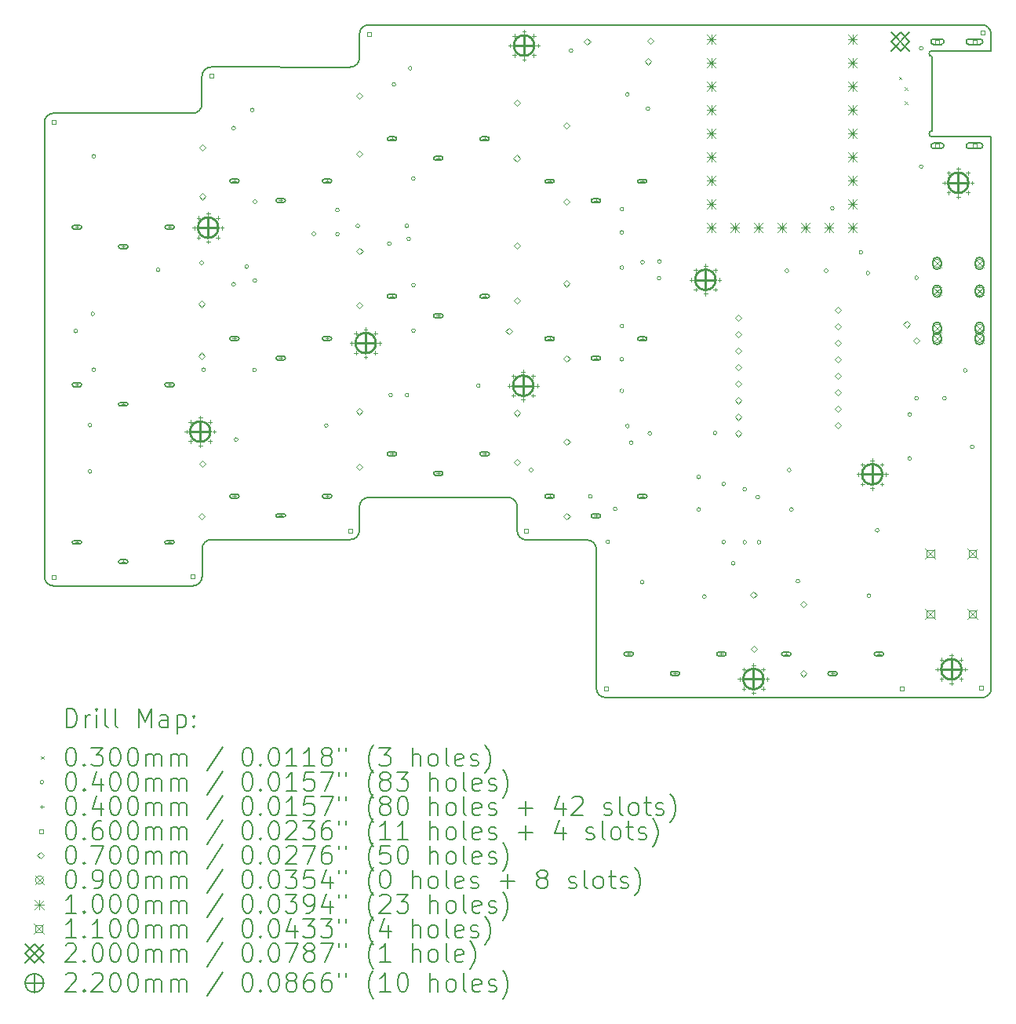
<source format=gbr>
%TF.GenerationSoftware,KiCad,Pcbnew,7.0.2*%
%TF.CreationDate,2024-03-04T12:18:35-06:00*%
%TF.ProjectId,01_capsule5_left,30315f63-6170-4737-956c-65355f6c6566,v1.0.0*%
%TF.SameCoordinates,Original*%
%TF.FileFunction,Drillmap*%
%TF.FilePolarity,Positive*%
%FSLAX45Y45*%
G04 Gerber Fmt 4.5, Leading zero omitted, Abs format (unit mm)*
G04 Created by KiCad (PCBNEW 7.0.2) date 2024-03-04 12:18:35*
%MOMM*%
%LPD*%
G01*
G04 APERTURE LIST*
%ADD10C,0.150000*%
%ADD11C,0.200000*%
%ADD12C,0.030000*%
%ADD13C,0.040000*%
%ADD14C,0.060000*%
%ADD15C,0.070000*%
%ADD16C,0.090000*%
%ADD17C,0.100000*%
%ADD18C,0.110000*%
%ADD19C,0.220000*%
G04 APERTURE END LIST*
D10*
X19738237Y-4470846D02*
G75*
G03*
X19637846Y-4571258I33J-100425D01*
G01*
X18040020Y-10025638D02*
G75*
G03*
X17939628Y-10126054I31J-100422D01*
G01*
X17839270Y-10524102D02*
G75*
G03*
X17939662Y-10423686I-30J100422D01*
G01*
X16238190Y-10423884D02*
X16237584Y-5525271D01*
X22193992Y-10129520D02*
G75*
G03*
X22093584Y-10029128I-100412J-20D01*
G01*
X21339989Y-9670123D02*
G75*
G03*
X21239573Y-9569731I-100419J-27D01*
G01*
X22194120Y-11629167D02*
X22194000Y-10129520D01*
X22093584Y-10029128D02*
X21440215Y-10028718D01*
X17938700Y-5324729D02*
X17938464Y-5026558D01*
X19537549Y-4927341D02*
G75*
G03*
X19637941Y-4826924I-29J100421D01*
G01*
X17838308Y-5425140D02*
G75*
G03*
X17938700Y-5324729I-28J100420D01*
G01*
X19538366Y-10025386D02*
X18040020Y-10025638D01*
X25815000Y-4812500D02*
X25815000Y-5616500D01*
X26356026Y-11730708D02*
G75*
G03*
X26456418Y-11630287I-26J100418D01*
G01*
X17939662Y-10423686D02*
X17939628Y-10126054D01*
X22194121Y-11629167D02*
G75*
G03*
X22294535Y-11729559I100429J37D01*
G01*
X18038855Y-4926144D02*
G75*
G03*
X17938464Y-5026558I25J-100417D01*
G01*
X26453410Y-4570392D02*
G75*
G03*
X26353000Y-4470000I-100420J-28D01*
G01*
X19537549Y-4927339D02*
X18038855Y-4926142D01*
X19638758Y-9924971D02*
X19638562Y-9670308D01*
X19738865Y-9569403D02*
G75*
G03*
X19638473Y-9669825I35J-100427D01*
G01*
X19738237Y-4470843D02*
X26353000Y-4470000D01*
X17839270Y-10524102D02*
X16338605Y-10524276D01*
X26456418Y-11630287D02*
X26455000Y-5676500D01*
X16337976Y-5424854D02*
G75*
G03*
X16237584Y-5525271I34J-100426D01*
G01*
X26455000Y-4752500D02*
X25815000Y-4752500D01*
X25815000Y-4752500D02*
G75*
G03*
X25815000Y-4812500I0J-30000D01*
G01*
X16238194Y-10423884D02*
G75*
G03*
X16338605Y-10524276I100416J24D01*
G01*
X21239573Y-9569731D02*
X19738865Y-9569410D01*
X21339802Y-9928327D02*
G75*
G03*
X21440215Y-10028718I100428J37D01*
G01*
X26453415Y-4570392D02*
X26455000Y-4752500D01*
X19637941Y-4826924D02*
X19637846Y-4571258D01*
X16337976Y-5424856D02*
X17838308Y-5425144D01*
X26356026Y-11730702D02*
X22294535Y-11729559D01*
X19538366Y-10025388D02*
G75*
G03*
X19638758Y-9924971I-36J100428D01*
G01*
X21339800Y-9928327D02*
X21339989Y-9670123D01*
X25815000Y-5676500D02*
X26455000Y-5676500D01*
X25815000Y-5616500D02*
G75*
G03*
X25815000Y-5676500I0J-30000D01*
G01*
D11*
D12*
X25459950Y-5032500D02*
X25489950Y-5062500D01*
X25489950Y-5032500D02*
X25459950Y-5062500D01*
X25522500Y-5145000D02*
X25552500Y-5175000D01*
X25552500Y-5145000D02*
X25522500Y-5175000D01*
X25522500Y-5295000D02*
X25552500Y-5325000D01*
X25552500Y-5295000D02*
X25522500Y-5325000D01*
D13*
X16595000Y-7775000D02*
G75*
G03*
X16595000Y-7775000I-20000J0D01*
G01*
X16750000Y-8790000D02*
G75*
G03*
X16750000Y-8790000I-20000J0D01*
G01*
X16750000Y-9290000D02*
G75*
G03*
X16750000Y-9290000I-20000J0D01*
G01*
X16780000Y-7590000D02*
G75*
G03*
X16780000Y-7590000I-20000J0D01*
G01*
X16790000Y-5890000D02*
G75*
G03*
X16790000Y-5890000I-20000J0D01*
G01*
X16790856Y-8193577D02*
G75*
G03*
X16790856Y-8193577I-20000J0D01*
G01*
X17485000Y-7115000D02*
G75*
G03*
X17485000Y-7115000I-20000J0D01*
G01*
X17955856Y-7040000D02*
G75*
G03*
X17955856Y-7040000I-20000J0D01*
G01*
X17975856Y-8193577D02*
G75*
G03*
X17975856Y-8193577I-20000J0D01*
G01*
X18300000Y-5585069D02*
G75*
G03*
X18300000Y-5585069I-20000J0D01*
G01*
X18300000Y-7270000D02*
G75*
G03*
X18300000Y-7270000I-20000J0D01*
G01*
X18327000Y-8946000D02*
G75*
G03*
X18327000Y-8946000I-20000J0D01*
G01*
X18440000Y-7080000D02*
G75*
G03*
X18440000Y-7080000I-20000J0D01*
G01*
X18500000Y-5390000D02*
G75*
G03*
X18500000Y-5390000I-20000J0D01*
G01*
X18525000Y-8193577D02*
G75*
G03*
X18525000Y-8193577I-20000J0D01*
G01*
X18530000Y-6380000D02*
G75*
G03*
X18530000Y-6380000I-20000J0D01*
G01*
X18530000Y-7230000D02*
G75*
G03*
X18530000Y-7230000I-20000J0D01*
G01*
X19165856Y-6725000D02*
G75*
G03*
X19165856Y-6725000I-20000J0D01*
G01*
X19300000Y-8794000D02*
G75*
G03*
X19300000Y-8794000I-20000J0D01*
G01*
X19420000Y-6470000D02*
G75*
G03*
X19420000Y-6470000I-20000J0D01*
G01*
X19420000Y-6730000D02*
G75*
G03*
X19420000Y-6730000I-20000J0D01*
G01*
X19640000Y-6640000D02*
G75*
G03*
X19640000Y-6640000I-20000J0D01*
G01*
X19980000Y-6830000D02*
G75*
G03*
X19980000Y-6830000I-20000J0D01*
G01*
X19995000Y-8465000D02*
G75*
G03*
X19995000Y-8465000I-20000J0D01*
G01*
X20030000Y-5115000D02*
G75*
G03*
X20030000Y-5115000I-20000J0D01*
G01*
X20170000Y-6640000D02*
G75*
G03*
X20170000Y-6640000I-20000J0D01*
G01*
X20170000Y-8465000D02*
G75*
G03*
X20170000Y-8465000I-20000J0D01*
G01*
X20190000Y-6780000D02*
G75*
G03*
X20190000Y-6780000I-20000J0D01*
G01*
X20205069Y-4939931D02*
G75*
G03*
X20205069Y-4939931I-20000J0D01*
G01*
X20240000Y-6130000D02*
G75*
G03*
X20240000Y-6130000I-20000J0D01*
G01*
X20240856Y-7278577D02*
G75*
G03*
X20240856Y-7278577I-20000J0D01*
G01*
X20240856Y-7770000D02*
G75*
G03*
X20240856Y-7770000I-20000J0D01*
G01*
X20940000Y-8365000D02*
G75*
G03*
X20940000Y-8365000I-20000J0D01*
G01*
X21510000Y-9275000D02*
G75*
G03*
X21510000Y-9275000I-20000J0D01*
G01*
X21940000Y-4750050D02*
G75*
G03*
X21940000Y-4750050I-20000J0D01*
G01*
X22150000Y-9558782D02*
G75*
G03*
X22150000Y-9558782I-20000J0D01*
G01*
X22337550Y-10050000D02*
G75*
G03*
X22337550Y-10050000I-20000J0D01*
G01*
X22417856Y-9695577D02*
G75*
G03*
X22417856Y-9695577I-20000J0D01*
G01*
X22490000Y-6460000D02*
G75*
G03*
X22490000Y-6460000I-20000J0D01*
G01*
X22490000Y-6710000D02*
G75*
G03*
X22490000Y-6710000I-20000J0D01*
G01*
X22490000Y-7090000D02*
G75*
G03*
X22490000Y-7090000I-20000J0D01*
G01*
X22490000Y-7720000D02*
G75*
G03*
X22490000Y-7720000I-20000J0D01*
G01*
X22490000Y-8080000D02*
G75*
G03*
X22490000Y-8080000I-20000J0D01*
G01*
X22490000Y-8420000D02*
G75*
G03*
X22490000Y-8420000I-20000J0D01*
G01*
X22550000Y-5220000D02*
G75*
G03*
X22550000Y-5220000I-20000J0D01*
G01*
X22550000Y-8800000D02*
G75*
G03*
X22550000Y-8800000I-20000J0D01*
G01*
X22590856Y-8978577D02*
G75*
G03*
X22590856Y-8978577I-20000J0D01*
G01*
X22710000Y-10485000D02*
G75*
G03*
X22710000Y-10485000I-20000J0D01*
G01*
X22712500Y-7032500D02*
G75*
G03*
X22712500Y-7032500I-20000J0D01*
G01*
X22770000Y-5375000D02*
G75*
G03*
X22770000Y-5375000I-20000J0D01*
G01*
X22790856Y-8878577D02*
G75*
G03*
X22790856Y-8878577I-20000J0D01*
G01*
X22891140Y-7203860D02*
G75*
G03*
X22891140Y-7203860I-20000J0D01*
G01*
X22895000Y-7025000D02*
G75*
G03*
X22895000Y-7025000I-20000J0D01*
G01*
X23320000Y-9350000D02*
G75*
G03*
X23320000Y-9350000I-20000J0D01*
G01*
X23320000Y-9700000D02*
G75*
G03*
X23320000Y-9700000I-20000J0D01*
G01*
X23380000Y-10640000D02*
G75*
G03*
X23380000Y-10640000I-20000J0D01*
G01*
X23495000Y-8875000D02*
G75*
G03*
X23495000Y-8875000I-20000J0D01*
G01*
X23587856Y-9425000D02*
G75*
G03*
X23587856Y-9425000I-20000J0D01*
G01*
X23587856Y-10052027D02*
G75*
G03*
X23587856Y-10052027I-20000J0D01*
G01*
X23690000Y-10280000D02*
G75*
G03*
X23690000Y-10280000I-20000J0D01*
G01*
X23815856Y-9481332D02*
G75*
G03*
X23815856Y-9481332I-20000J0D01*
G01*
X23815856Y-10053577D02*
G75*
G03*
X23815856Y-10053577I-20000J0D01*
G01*
X23955856Y-9568577D02*
G75*
G03*
X23955856Y-9568577I-20000J0D01*
G01*
X23970000Y-10053577D02*
G75*
G03*
X23970000Y-10053577I-20000J0D01*
G01*
X24270000Y-7125000D02*
G75*
G03*
X24270000Y-7125000I-20000J0D01*
G01*
X24295000Y-9275000D02*
G75*
G03*
X24295000Y-9275000I-20000J0D01*
G01*
X24320000Y-9700000D02*
G75*
G03*
X24320000Y-9700000I-20000J0D01*
G01*
X24390000Y-10475000D02*
G75*
G03*
X24390000Y-10475000I-20000J0D01*
G01*
X24695000Y-7125000D02*
G75*
G03*
X24695000Y-7125000I-20000J0D01*
G01*
X24761785Y-6450000D02*
G75*
G03*
X24761785Y-6450000I-20000J0D01*
G01*
X25070000Y-6925000D02*
G75*
G03*
X25070000Y-6925000I-20000J0D01*
G01*
X25145000Y-7150000D02*
G75*
G03*
X25145000Y-7150000I-20000J0D01*
G01*
X25155000Y-10630000D02*
G75*
G03*
X25155000Y-10630000I-20000J0D01*
G01*
X25245000Y-9925000D02*
G75*
G03*
X25245000Y-9925000I-20000J0D01*
G01*
X25595000Y-8675000D02*
G75*
G03*
X25595000Y-8675000I-20000J0D01*
G01*
X25595000Y-9150000D02*
G75*
G03*
X25595000Y-9150000I-20000J0D01*
G01*
X25670000Y-7200000D02*
G75*
G03*
X25670000Y-7200000I-20000J0D01*
G01*
X25670000Y-8500000D02*
G75*
G03*
X25670000Y-8500000I-20000J0D01*
G01*
X25720000Y-4725000D02*
G75*
G03*
X25720000Y-4725000I-20000J0D01*
G01*
X25720000Y-6000000D02*
G75*
G03*
X25720000Y-6000000I-20000J0D01*
G01*
X25970000Y-8500000D02*
G75*
G03*
X25970000Y-8500000I-20000J0D01*
G01*
X26195000Y-8200000D02*
G75*
G03*
X26195000Y-8200000I-20000J0D01*
G01*
X26270000Y-9025000D02*
G75*
G03*
X26270000Y-9025000I-20000J0D01*
G01*
X16588669Y-6634028D02*
X16588669Y-6674028D01*
X16568669Y-6654028D02*
X16608669Y-6654028D01*
D11*
X16558669Y-6674028D02*
X16618669Y-6674028D01*
X16618669Y-6674028D02*
G75*
G03*
X16618669Y-6634028I0J20000D01*
G01*
X16618669Y-6634028D02*
X16558669Y-6634028D01*
X16558669Y-6634028D02*
G75*
G03*
X16558669Y-6674028I0J-20000D01*
G01*
D13*
X16588669Y-8334028D02*
X16588669Y-8374028D01*
X16568669Y-8354028D02*
X16608669Y-8354028D01*
D11*
X16558669Y-8374028D02*
X16618669Y-8374028D01*
X16618669Y-8374028D02*
G75*
G03*
X16618669Y-8334028I0J20000D01*
G01*
X16618669Y-8334028D02*
X16558669Y-8334028D01*
X16558669Y-8334028D02*
G75*
G03*
X16558669Y-8374028I0J-20000D01*
G01*
D13*
X16588669Y-10034028D02*
X16588669Y-10074028D01*
X16568669Y-10054028D02*
X16608669Y-10054028D01*
D11*
X16558669Y-10074028D02*
X16618669Y-10074028D01*
X16618669Y-10074028D02*
G75*
G03*
X16618669Y-10034028I0J20000D01*
G01*
X16618669Y-10034028D02*
X16558669Y-10034028D01*
X16558669Y-10034028D02*
G75*
G03*
X16558669Y-10074028I0J-20000D01*
G01*
D13*
X17088669Y-6844028D02*
X17088669Y-6884028D01*
X17068669Y-6864028D02*
X17108669Y-6864028D01*
D11*
X17058669Y-6884028D02*
X17118669Y-6884028D01*
X17118669Y-6884028D02*
G75*
G03*
X17118669Y-6844028I0J20000D01*
G01*
X17118669Y-6844028D02*
X17058669Y-6844028D01*
X17058669Y-6844028D02*
G75*
G03*
X17058669Y-6884028I0J-20000D01*
G01*
D13*
X17088669Y-8544028D02*
X17088669Y-8584028D01*
X17068669Y-8564028D02*
X17108669Y-8564028D01*
D11*
X17058669Y-8584028D02*
X17118669Y-8584028D01*
X17118669Y-8584028D02*
G75*
G03*
X17118669Y-8544028I0J20000D01*
G01*
X17118669Y-8544028D02*
X17058669Y-8544028D01*
X17058669Y-8544028D02*
G75*
G03*
X17058669Y-8584028I0J-20000D01*
G01*
D13*
X17088669Y-10244028D02*
X17088669Y-10284028D01*
X17068669Y-10264028D02*
X17108669Y-10264028D01*
D11*
X17058669Y-10284028D02*
X17118669Y-10284028D01*
X17118669Y-10284028D02*
G75*
G03*
X17118669Y-10244028I0J20000D01*
G01*
X17118669Y-10244028D02*
X17058669Y-10244028D01*
X17058669Y-10244028D02*
G75*
G03*
X17058669Y-10284028I0J-20000D01*
G01*
D13*
X17588669Y-6634028D02*
X17588669Y-6674028D01*
X17568669Y-6654028D02*
X17608669Y-6654028D01*
D11*
X17558669Y-6674028D02*
X17618669Y-6674028D01*
X17618669Y-6674028D02*
G75*
G03*
X17618669Y-6634028I0J20000D01*
G01*
X17618669Y-6634028D02*
X17558669Y-6634028D01*
X17558669Y-6634028D02*
G75*
G03*
X17558669Y-6674028I0J-20000D01*
G01*
D13*
X17588669Y-8334028D02*
X17588669Y-8374028D01*
X17568669Y-8354028D02*
X17608669Y-8354028D01*
D11*
X17558669Y-8374028D02*
X17618669Y-8374028D01*
X17618669Y-8374028D02*
G75*
G03*
X17618669Y-8334028I0J20000D01*
G01*
X17618669Y-8334028D02*
X17558669Y-8334028D01*
X17558669Y-8334028D02*
G75*
G03*
X17558669Y-8374028I0J-20000D01*
G01*
D13*
X17588669Y-10034028D02*
X17588669Y-10074028D01*
X17568669Y-10054028D02*
X17608669Y-10054028D01*
D11*
X17558669Y-10074028D02*
X17618669Y-10074028D01*
X17618669Y-10074028D02*
G75*
G03*
X17618669Y-10034028I0J20000D01*
G01*
X17618669Y-10034028D02*
X17558669Y-10034028D01*
X17558669Y-10034028D02*
G75*
G03*
X17558669Y-10074028I0J-20000D01*
G01*
D13*
X17770000Y-8840000D02*
X17770000Y-8880000D01*
X17750000Y-8860000D02*
X17790000Y-8860000D01*
X17815000Y-8735000D02*
X17815000Y-8775000D01*
X17795000Y-8755000D02*
X17835000Y-8755000D01*
X17815000Y-8945000D02*
X17815000Y-8985000D01*
X17795000Y-8965000D02*
X17835000Y-8965000D01*
X17855000Y-6640000D02*
X17855000Y-6680000D01*
X17835000Y-6660000D02*
X17875000Y-6660000D01*
X17900000Y-6535000D02*
X17900000Y-6575000D01*
X17880000Y-6555000D02*
X17920000Y-6555000D01*
X17900000Y-6745000D02*
X17900000Y-6785000D01*
X17880000Y-6765000D02*
X17920000Y-6765000D01*
X17920000Y-8690000D02*
X17920000Y-8730000D01*
X17900000Y-8710000D02*
X17940000Y-8710000D01*
X17920000Y-8990000D02*
X17920000Y-9030000D01*
X17900000Y-9010000D02*
X17940000Y-9010000D01*
X18005000Y-6490000D02*
X18005000Y-6530000D01*
X17985000Y-6510000D02*
X18025000Y-6510000D01*
X18005000Y-6790000D02*
X18005000Y-6830000D01*
X17985000Y-6810000D02*
X18025000Y-6810000D01*
X18025000Y-8735000D02*
X18025000Y-8775000D01*
X18005000Y-8755000D02*
X18045000Y-8755000D01*
X18025000Y-8945000D02*
X18025000Y-8985000D01*
X18005000Y-8965000D02*
X18045000Y-8965000D01*
X18070000Y-8840000D02*
X18070000Y-8880000D01*
X18050000Y-8860000D02*
X18090000Y-8860000D01*
X18110000Y-6535000D02*
X18110000Y-6575000D01*
X18090000Y-6555000D02*
X18130000Y-6555000D01*
X18110000Y-6745000D02*
X18110000Y-6785000D01*
X18090000Y-6765000D02*
X18130000Y-6765000D01*
X18155000Y-6640000D02*
X18155000Y-6680000D01*
X18135000Y-6660000D02*
X18175000Y-6660000D01*
X18288693Y-7835916D02*
X18288693Y-7875916D01*
X18268693Y-7855916D02*
X18308693Y-7855916D01*
D11*
X18258693Y-7875916D02*
X18318693Y-7875916D01*
X18318693Y-7875916D02*
G75*
G03*
X18318693Y-7835916I0J20000D01*
G01*
X18318693Y-7835916D02*
X18258693Y-7835916D01*
X18258693Y-7835916D02*
G75*
G03*
X18258693Y-7875916I0J-20000D01*
G01*
D13*
X18288693Y-6135916D02*
X18288693Y-6175916D01*
X18268693Y-6155916D02*
X18308693Y-6155916D01*
D11*
X18258693Y-6175916D02*
X18318693Y-6175916D01*
X18318693Y-6175916D02*
G75*
G03*
X18318693Y-6135916I0J20000D01*
G01*
X18318693Y-6135916D02*
X18258693Y-6135916D01*
X18258693Y-6135916D02*
G75*
G03*
X18258693Y-6175916I0J-20000D01*
G01*
D13*
X18288693Y-9535916D02*
X18288693Y-9575916D01*
X18268693Y-9555916D02*
X18308693Y-9555916D01*
D11*
X18258693Y-9575916D02*
X18318693Y-9575916D01*
X18318693Y-9575916D02*
G75*
G03*
X18318693Y-9535916I0J20000D01*
G01*
X18318693Y-9535916D02*
X18258693Y-9535916D01*
X18258693Y-9535916D02*
G75*
G03*
X18258693Y-9575916I0J-20000D01*
G01*
D13*
X18788693Y-8045916D02*
X18788693Y-8085916D01*
X18768693Y-8065916D02*
X18808693Y-8065916D01*
D11*
X18758693Y-8085916D02*
X18818693Y-8085916D01*
X18818693Y-8085916D02*
G75*
G03*
X18818693Y-8045916I0J20000D01*
G01*
X18818693Y-8045916D02*
X18758693Y-8045916D01*
X18758693Y-8045916D02*
G75*
G03*
X18758693Y-8085916I0J-20000D01*
G01*
D13*
X18788693Y-6345916D02*
X18788693Y-6385916D01*
X18768693Y-6365916D02*
X18808693Y-6365916D01*
D11*
X18758693Y-6385916D02*
X18818693Y-6385916D01*
X18818693Y-6385916D02*
G75*
G03*
X18818693Y-6345916I0J20000D01*
G01*
X18818693Y-6345916D02*
X18758693Y-6345916D01*
X18758693Y-6345916D02*
G75*
G03*
X18758693Y-6385916I0J-20000D01*
G01*
D13*
X18788693Y-9745916D02*
X18788693Y-9785916D01*
X18768693Y-9765916D02*
X18808693Y-9765916D01*
D11*
X18758693Y-9785916D02*
X18818693Y-9785916D01*
X18818693Y-9785916D02*
G75*
G03*
X18818693Y-9745916I0J20000D01*
G01*
X18818693Y-9745916D02*
X18758693Y-9745916D01*
X18758693Y-9745916D02*
G75*
G03*
X18758693Y-9785916I0J-20000D01*
G01*
D13*
X19288693Y-7835916D02*
X19288693Y-7875916D01*
X19268693Y-7855916D02*
X19308693Y-7855916D01*
D11*
X19258693Y-7875916D02*
X19318693Y-7875916D01*
X19318693Y-7875916D02*
G75*
G03*
X19318693Y-7835916I0J20000D01*
G01*
X19318693Y-7835916D02*
X19258693Y-7835916D01*
X19258693Y-7835916D02*
G75*
G03*
X19258693Y-7875916I0J-20000D01*
G01*
D13*
X19288693Y-6135916D02*
X19288693Y-6175916D01*
X19268693Y-6155916D02*
X19308693Y-6155916D01*
D11*
X19258693Y-6175916D02*
X19318693Y-6175916D01*
X19318693Y-6175916D02*
G75*
G03*
X19318693Y-6135916I0J20000D01*
G01*
X19318693Y-6135916D02*
X19258693Y-6135916D01*
X19258693Y-6135916D02*
G75*
G03*
X19258693Y-6175916I0J-20000D01*
G01*
D13*
X19288693Y-9535916D02*
X19288693Y-9575916D01*
X19268693Y-9555916D02*
X19308693Y-9555916D01*
D11*
X19258693Y-9575916D02*
X19318693Y-9575916D01*
X19318693Y-9575916D02*
G75*
G03*
X19318693Y-9535916I0J20000D01*
G01*
X19318693Y-9535916D02*
X19258693Y-9535916D01*
X19258693Y-9535916D02*
G75*
G03*
X19258693Y-9575916I0J-20000D01*
G01*
D13*
X19555000Y-7885000D02*
X19555000Y-7925000D01*
X19535000Y-7905000D02*
X19575000Y-7905000D01*
X19600000Y-7780000D02*
X19600000Y-7820000D01*
X19580000Y-7800000D02*
X19620000Y-7800000D01*
X19600000Y-7990000D02*
X19600000Y-8030000D01*
X19580000Y-8010000D02*
X19620000Y-8010000D01*
X19705000Y-7735000D02*
X19705000Y-7775000D01*
X19685000Y-7755000D02*
X19725000Y-7755000D01*
X19705000Y-8035000D02*
X19705000Y-8075000D01*
X19685000Y-8055000D02*
X19725000Y-8055000D01*
X19810000Y-7780000D02*
X19810000Y-7820000D01*
X19790000Y-7800000D02*
X19830000Y-7800000D01*
X19810000Y-7990000D02*
X19810000Y-8030000D01*
X19790000Y-8010000D02*
X19830000Y-8010000D01*
X19855000Y-7885000D02*
X19855000Y-7925000D01*
X19835000Y-7905000D02*
X19875000Y-7905000D01*
X19988722Y-5680395D02*
X19988722Y-5720395D01*
X19968722Y-5700395D02*
X20008722Y-5700395D01*
D11*
X19958722Y-5720395D02*
X20018722Y-5720395D01*
X20018722Y-5720395D02*
G75*
G03*
X20018722Y-5680395I0J20000D01*
G01*
X20018722Y-5680395D02*
X19958722Y-5680395D01*
X19958722Y-5680395D02*
G75*
G03*
X19958722Y-5720395I0J-20000D01*
G01*
D13*
X19988723Y-7380395D02*
X19988723Y-7420395D01*
X19968723Y-7400395D02*
X20008723Y-7400395D01*
D11*
X19958723Y-7420395D02*
X20018723Y-7420395D01*
X20018723Y-7420395D02*
G75*
G03*
X20018723Y-7380395I0J20000D01*
G01*
X20018723Y-7380395D02*
X19958723Y-7380395D01*
X19958723Y-7380395D02*
G75*
G03*
X19958723Y-7420395I0J-20000D01*
G01*
D13*
X19988723Y-9080395D02*
X19988723Y-9120395D01*
X19968723Y-9100395D02*
X20008723Y-9100395D01*
D11*
X19958723Y-9120395D02*
X20018723Y-9120395D01*
X20018723Y-9120395D02*
G75*
G03*
X20018723Y-9080395I0J20000D01*
G01*
X20018723Y-9080395D02*
X19958723Y-9080395D01*
X19958723Y-9080395D02*
G75*
G03*
X19958723Y-9120395I0J-20000D01*
G01*
D13*
X20488722Y-5890395D02*
X20488722Y-5930395D01*
X20468722Y-5910395D02*
X20508722Y-5910395D01*
D11*
X20458722Y-5930395D02*
X20518722Y-5930395D01*
X20518722Y-5930395D02*
G75*
G03*
X20518722Y-5890395I0J20000D01*
G01*
X20518722Y-5890395D02*
X20458722Y-5890395D01*
X20458722Y-5890395D02*
G75*
G03*
X20458722Y-5930395I0J-20000D01*
G01*
D13*
X20488723Y-7590395D02*
X20488723Y-7630395D01*
X20468723Y-7610395D02*
X20508723Y-7610395D01*
D11*
X20458723Y-7630395D02*
X20518723Y-7630395D01*
X20518723Y-7630395D02*
G75*
G03*
X20518723Y-7590395I0J20000D01*
G01*
X20518723Y-7590395D02*
X20458723Y-7590395D01*
X20458723Y-7590395D02*
G75*
G03*
X20458723Y-7630395I0J-20000D01*
G01*
D13*
X20488723Y-9290395D02*
X20488723Y-9330395D01*
X20468723Y-9310395D02*
X20508723Y-9310395D01*
D11*
X20458723Y-9330395D02*
X20518723Y-9330395D01*
X20518723Y-9330395D02*
G75*
G03*
X20518723Y-9290395I0J20000D01*
G01*
X20518723Y-9290395D02*
X20458723Y-9290395D01*
X20458723Y-9290395D02*
G75*
G03*
X20458723Y-9330395I0J-20000D01*
G01*
D13*
X20988722Y-5680395D02*
X20988722Y-5720395D01*
X20968722Y-5700395D02*
X21008722Y-5700395D01*
D11*
X20958722Y-5720395D02*
X21018722Y-5720395D01*
X21018722Y-5720395D02*
G75*
G03*
X21018722Y-5680395I0J20000D01*
G01*
X21018722Y-5680395D02*
X20958722Y-5680395D01*
X20958722Y-5680395D02*
G75*
G03*
X20958722Y-5720395I0J-20000D01*
G01*
D13*
X20988723Y-7380395D02*
X20988723Y-7420395D01*
X20968723Y-7400395D02*
X21008723Y-7400395D01*
D11*
X20958723Y-7420395D02*
X21018723Y-7420395D01*
X21018723Y-7420395D02*
G75*
G03*
X21018723Y-7380395I0J20000D01*
G01*
X21018723Y-7380395D02*
X20958723Y-7380395D01*
X20958723Y-7380395D02*
G75*
G03*
X20958723Y-7420395I0J-20000D01*
G01*
D13*
X20988723Y-9080395D02*
X20988723Y-9120395D01*
X20968723Y-9100395D02*
X21008723Y-9100395D01*
D11*
X20958723Y-9120395D02*
X21018723Y-9120395D01*
X21018723Y-9120395D02*
G75*
G03*
X21018723Y-9080395I0J20000D01*
G01*
X21018723Y-9080395D02*
X20958723Y-9080395D01*
X20958723Y-9080395D02*
G75*
G03*
X20958723Y-9120395I0J-20000D01*
G01*
D13*
X21255000Y-8345000D02*
X21255000Y-8385000D01*
X21235000Y-8365000D02*
X21275000Y-8365000D01*
X21265000Y-4675000D02*
X21265000Y-4715000D01*
X21245000Y-4695000D02*
X21285000Y-4695000D01*
X21300000Y-8240000D02*
X21300000Y-8280000D01*
X21280000Y-8260000D02*
X21320000Y-8260000D01*
X21300000Y-8450000D02*
X21300000Y-8490000D01*
X21280000Y-8470000D02*
X21320000Y-8470000D01*
X21310000Y-4570000D02*
X21310000Y-4610000D01*
X21290000Y-4590000D02*
X21330000Y-4590000D01*
X21310000Y-4780000D02*
X21310000Y-4820000D01*
X21290000Y-4800000D02*
X21330000Y-4800000D01*
X21405000Y-8195000D02*
X21405000Y-8235000D01*
X21385000Y-8215000D02*
X21425000Y-8215000D01*
X21405000Y-8495000D02*
X21405000Y-8535000D01*
X21385000Y-8515000D02*
X21425000Y-8515000D01*
X21415000Y-4525000D02*
X21415000Y-4565000D01*
X21395000Y-4545000D02*
X21435000Y-4545000D01*
X21415000Y-4825000D02*
X21415000Y-4865000D01*
X21395000Y-4845000D02*
X21435000Y-4845000D01*
X21510000Y-8240000D02*
X21510000Y-8280000D01*
X21490000Y-8260000D02*
X21530000Y-8260000D01*
X21510000Y-8450000D02*
X21510000Y-8490000D01*
X21490000Y-8470000D02*
X21530000Y-8470000D01*
X21520000Y-4570000D02*
X21520000Y-4610000D01*
X21500000Y-4590000D02*
X21540000Y-4590000D01*
X21520000Y-4780000D02*
X21520000Y-4820000D01*
X21500000Y-4800000D02*
X21540000Y-4800000D01*
X21555000Y-8345000D02*
X21555000Y-8385000D01*
X21535000Y-8365000D02*
X21575000Y-8365000D01*
X21565000Y-4675000D02*
X21565000Y-4715000D01*
X21545000Y-4695000D02*
X21585000Y-4695000D01*
X21689978Y-7838782D02*
X21689978Y-7878782D01*
X21669978Y-7858782D02*
X21709978Y-7858782D01*
D11*
X21659978Y-7878782D02*
X21719978Y-7878782D01*
X21719978Y-7878782D02*
G75*
G03*
X21719978Y-7838782I0J20000D01*
G01*
X21719978Y-7838782D02*
X21659978Y-7838782D01*
X21659978Y-7838782D02*
G75*
G03*
X21659978Y-7878782I0J-20000D01*
G01*
D13*
X21689978Y-9538782D02*
X21689978Y-9578782D01*
X21669978Y-9558782D02*
X21709978Y-9558782D01*
D11*
X21659978Y-9578782D02*
X21719978Y-9578782D01*
X21719978Y-9578782D02*
G75*
G03*
X21719978Y-9538782I0J20000D01*
G01*
X21719978Y-9538782D02*
X21659978Y-9538782D01*
X21659978Y-9538782D02*
G75*
G03*
X21659978Y-9578782I0J-20000D01*
G01*
D13*
X21689978Y-6138782D02*
X21689978Y-6178782D01*
X21669978Y-6158782D02*
X21709978Y-6158782D01*
D11*
X21659978Y-6178782D02*
X21719978Y-6178782D01*
X21719978Y-6178782D02*
G75*
G03*
X21719978Y-6138782I0J20000D01*
G01*
X21719978Y-6138782D02*
X21659978Y-6138782D01*
X21659978Y-6138782D02*
G75*
G03*
X21659978Y-6178782I0J-20000D01*
G01*
D13*
X22189978Y-8048782D02*
X22189978Y-8088782D01*
X22169978Y-8068782D02*
X22209978Y-8068782D01*
D11*
X22159978Y-8088782D02*
X22219978Y-8088782D01*
X22219978Y-8088782D02*
G75*
G03*
X22219978Y-8048782I0J20000D01*
G01*
X22219978Y-8048782D02*
X22159978Y-8048782D01*
X22159978Y-8048782D02*
G75*
G03*
X22159978Y-8088782I0J-20000D01*
G01*
D13*
X22189978Y-9748782D02*
X22189978Y-9788782D01*
X22169978Y-9768782D02*
X22209978Y-9768782D01*
D11*
X22159978Y-9788782D02*
X22219978Y-9788782D01*
X22219978Y-9788782D02*
G75*
G03*
X22219978Y-9748782I0J20000D01*
G01*
X22219978Y-9748782D02*
X22159978Y-9748782D01*
X22159978Y-9748782D02*
G75*
G03*
X22159978Y-9788782I0J-20000D01*
G01*
D13*
X22189978Y-6348782D02*
X22189978Y-6388782D01*
X22169978Y-6368782D02*
X22209978Y-6368782D01*
D11*
X22159978Y-6388782D02*
X22219978Y-6388782D01*
X22219978Y-6388782D02*
G75*
G03*
X22219978Y-6348782I0J20000D01*
G01*
X22219978Y-6348782D02*
X22159978Y-6348782D01*
X22159978Y-6348782D02*
G75*
G03*
X22159978Y-6388782I0J-20000D01*
G01*
D13*
X22543557Y-11239416D02*
X22543557Y-11279416D01*
X22523557Y-11259416D02*
X22563557Y-11259416D01*
D11*
X22513557Y-11279416D02*
X22573557Y-11279416D01*
X22573557Y-11279416D02*
G75*
G03*
X22573557Y-11239416I0J20000D01*
G01*
X22573557Y-11239416D02*
X22513557Y-11239416D01*
X22513557Y-11239416D02*
G75*
G03*
X22513557Y-11279416I0J-20000D01*
G01*
D13*
X22689978Y-7838782D02*
X22689978Y-7878782D01*
X22669978Y-7858782D02*
X22709978Y-7858782D01*
D11*
X22659978Y-7878782D02*
X22719978Y-7878782D01*
X22719978Y-7878782D02*
G75*
G03*
X22719978Y-7838782I0J20000D01*
G01*
X22719978Y-7838782D02*
X22659978Y-7838782D01*
X22659978Y-7838782D02*
G75*
G03*
X22659978Y-7878782I0J-20000D01*
G01*
D13*
X22689978Y-9538782D02*
X22689978Y-9578782D01*
X22669978Y-9558782D02*
X22709978Y-9558782D01*
D11*
X22659978Y-9578782D02*
X22719978Y-9578782D01*
X22719978Y-9578782D02*
G75*
G03*
X22719978Y-9538782I0J20000D01*
G01*
X22719978Y-9538782D02*
X22659978Y-9538782D01*
X22659978Y-9538782D02*
G75*
G03*
X22659978Y-9578782I0J-20000D01*
G01*
D13*
X22689978Y-6138782D02*
X22689978Y-6178782D01*
X22669978Y-6158782D02*
X22709978Y-6158782D01*
D11*
X22659978Y-6178782D02*
X22719978Y-6178782D01*
X22719978Y-6178782D02*
G75*
G03*
X22719978Y-6138782I0J20000D01*
G01*
X22719978Y-6138782D02*
X22659978Y-6138782D01*
X22659978Y-6138782D02*
G75*
G03*
X22659978Y-6178782I0J-20000D01*
G01*
D13*
X23043557Y-11449416D02*
X23043557Y-11489416D01*
X23023557Y-11469416D02*
X23063557Y-11469416D01*
D11*
X23013557Y-11489416D02*
X23073557Y-11489416D01*
X23073557Y-11489416D02*
G75*
G03*
X23073557Y-11449416I0J20000D01*
G01*
X23073557Y-11449416D02*
X23013557Y-11449416D01*
X23013557Y-11449416D02*
G75*
G03*
X23013557Y-11489416I0J-20000D01*
G01*
D13*
X23222000Y-7202000D02*
X23222000Y-7242000D01*
X23202000Y-7222000D02*
X23242000Y-7222000D01*
X23267000Y-7097000D02*
X23267000Y-7137000D01*
X23247000Y-7117000D02*
X23287000Y-7117000D01*
X23267000Y-7307000D02*
X23267000Y-7347000D01*
X23247000Y-7327000D02*
X23287000Y-7327000D01*
X23372000Y-7052000D02*
X23372000Y-7092000D01*
X23352000Y-7072000D02*
X23392000Y-7072000D01*
X23372000Y-7352000D02*
X23372000Y-7392000D01*
X23352000Y-7372000D02*
X23392000Y-7372000D01*
X23477000Y-7097000D02*
X23477000Y-7137000D01*
X23457000Y-7117000D02*
X23497000Y-7117000D01*
X23477000Y-7307000D02*
X23477000Y-7347000D01*
X23457000Y-7327000D02*
X23497000Y-7327000D01*
X23522000Y-7202000D02*
X23522000Y-7242000D01*
X23502000Y-7222000D02*
X23542000Y-7222000D01*
X23543557Y-11239416D02*
X23543557Y-11279416D01*
X23523557Y-11259416D02*
X23563557Y-11259416D01*
D11*
X23513557Y-11279416D02*
X23573557Y-11279416D01*
X23573557Y-11279416D02*
G75*
G03*
X23573557Y-11239416I0J20000D01*
G01*
X23573557Y-11239416D02*
X23513557Y-11239416D01*
X23513557Y-11239416D02*
G75*
G03*
X23513557Y-11279416I0J-20000D01*
G01*
D13*
X23740000Y-11510000D02*
X23740000Y-11550000D01*
X23720000Y-11530000D02*
X23760000Y-11530000D01*
X23785000Y-11405000D02*
X23785000Y-11445000D01*
X23765000Y-11425000D02*
X23805000Y-11425000D01*
X23785000Y-11615000D02*
X23785000Y-11655000D01*
X23765000Y-11635000D02*
X23805000Y-11635000D01*
X23890000Y-11360000D02*
X23890000Y-11400000D01*
X23870000Y-11380000D02*
X23910000Y-11380000D01*
X23890000Y-11660000D02*
X23890000Y-11700000D01*
X23870000Y-11680000D02*
X23910000Y-11680000D01*
X23995000Y-11405000D02*
X23995000Y-11445000D01*
X23975000Y-11425000D02*
X24015000Y-11425000D01*
X23995000Y-11615000D02*
X23995000Y-11655000D01*
X23975000Y-11635000D02*
X24015000Y-11635000D01*
X24040000Y-11510000D02*
X24040000Y-11550000D01*
X24020000Y-11530000D02*
X24060000Y-11530000D01*
X24243581Y-11240266D02*
X24243581Y-11280266D01*
X24223581Y-11260266D02*
X24263581Y-11260266D01*
D11*
X24213581Y-11280266D02*
X24273581Y-11280266D01*
X24273581Y-11280266D02*
G75*
G03*
X24273581Y-11240266I0J20000D01*
G01*
X24273581Y-11240266D02*
X24213581Y-11240266D01*
X24213581Y-11240266D02*
G75*
G03*
X24213581Y-11280266I0J-20000D01*
G01*
D13*
X24743581Y-11450266D02*
X24743581Y-11490266D01*
X24723581Y-11470266D02*
X24763581Y-11470266D01*
D11*
X24713581Y-11490266D02*
X24773581Y-11490266D01*
X24773581Y-11490266D02*
G75*
G03*
X24773581Y-11450266I0J20000D01*
G01*
X24773581Y-11450266D02*
X24713581Y-11450266D01*
X24713581Y-11450266D02*
G75*
G03*
X24713581Y-11490266I0J-20000D01*
G01*
D13*
X25021000Y-9301000D02*
X25021000Y-9341000D01*
X25001000Y-9321000D02*
X25041000Y-9321000D01*
X25066000Y-9196000D02*
X25066000Y-9236000D01*
X25046000Y-9216000D02*
X25086000Y-9216000D01*
X25066000Y-9406000D02*
X25066000Y-9446000D01*
X25046000Y-9426000D02*
X25086000Y-9426000D01*
X25171000Y-9151000D02*
X25171000Y-9191000D01*
X25151000Y-9171000D02*
X25191000Y-9171000D01*
X25171000Y-9451000D02*
X25171000Y-9491000D01*
X25151000Y-9471000D02*
X25191000Y-9471000D01*
X25243581Y-11240266D02*
X25243581Y-11280266D01*
X25223581Y-11260266D02*
X25263581Y-11260266D01*
D11*
X25213581Y-11280266D02*
X25273581Y-11280266D01*
X25273581Y-11280266D02*
G75*
G03*
X25273581Y-11240266I0J20000D01*
G01*
X25273581Y-11240266D02*
X25213581Y-11240266D01*
X25213581Y-11240266D02*
G75*
G03*
X25213581Y-11280266I0J-20000D01*
G01*
D13*
X25276000Y-9196000D02*
X25276000Y-9236000D01*
X25256000Y-9216000D02*
X25296000Y-9216000D01*
X25276000Y-9406000D02*
X25276000Y-9446000D01*
X25256000Y-9426000D02*
X25296000Y-9426000D01*
X25321000Y-9301000D02*
X25321000Y-9341000D01*
X25301000Y-9321000D02*
X25341000Y-9321000D01*
X25875000Y-11405000D02*
X25875000Y-11445000D01*
X25855000Y-11425000D02*
X25895000Y-11425000D01*
X25920000Y-11300000D02*
X25920000Y-11340000D01*
X25900000Y-11320000D02*
X25940000Y-11320000D01*
X25920000Y-11510000D02*
X25920000Y-11550000D01*
X25900000Y-11530000D02*
X25940000Y-11530000D01*
X25950000Y-6155000D02*
X25950000Y-6195000D01*
X25930000Y-6175000D02*
X25970000Y-6175000D01*
X25995000Y-6050000D02*
X25995000Y-6090000D01*
X25975000Y-6070000D02*
X26015000Y-6070000D01*
X25995000Y-6260000D02*
X25995000Y-6300000D01*
X25975000Y-6280000D02*
X26015000Y-6280000D01*
X26025000Y-11255000D02*
X26025000Y-11295000D01*
X26005000Y-11275000D02*
X26045000Y-11275000D01*
X26025000Y-11555000D02*
X26025000Y-11595000D01*
X26005000Y-11575000D02*
X26045000Y-11575000D01*
X26100000Y-6005000D02*
X26100000Y-6045000D01*
X26080000Y-6025000D02*
X26120000Y-6025000D01*
X26100000Y-6305000D02*
X26100000Y-6345000D01*
X26080000Y-6325000D02*
X26120000Y-6325000D01*
X26130000Y-11300000D02*
X26130000Y-11340000D01*
X26110000Y-11320000D02*
X26150000Y-11320000D01*
X26130000Y-11510000D02*
X26130000Y-11550000D01*
X26110000Y-11530000D02*
X26150000Y-11530000D01*
X26175000Y-11405000D02*
X26175000Y-11445000D01*
X26155000Y-11425000D02*
X26195000Y-11425000D01*
X26205000Y-6050000D02*
X26205000Y-6090000D01*
X26185000Y-6070000D02*
X26225000Y-6070000D01*
X26205000Y-6260000D02*
X26205000Y-6300000D01*
X26185000Y-6280000D02*
X26225000Y-6280000D01*
X26250000Y-6155000D02*
X26250000Y-6195000D01*
X26230000Y-6175000D02*
X26270000Y-6175000D01*
D14*
X16361213Y-5541213D02*
X16361213Y-5498787D01*
X16318787Y-5498787D01*
X16318787Y-5541213D01*
X16361213Y-5541213D01*
X16361213Y-10451213D02*
X16361213Y-10408787D01*
X16318787Y-10408787D01*
X16318787Y-10451213D01*
X16361213Y-10451213D01*
X17861213Y-10441213D02*
X17861213Y-10398787D01*
X17818787Y-10398787D01*
X17818787Y-10441213D01*
X17861213Y-10441213D01*
X18061213Y-5041213D02*
X18061213Y-4998787D01*
X18018787Y-4998787D01*
X18018787Y-5041213D01*
X18061213Y-5041213D01*
X19561213Y-9951213D02*
X19561213Y-9908787D01*
X19518787Y-9908787D01*
X19518787Y-9951213D01*
X19561213Y-9951213D01*
X19761213Y-4591213D02*
X19761213Y-4548787D01*
X19718787Y-4548787D01*
X19718787Y-4591213D01*
X19761213Y-4591213D01*
X21461213Y-9951213D02*
X21461213Y-9908787D01*
X21418787Y-9908787D01*
X21418787Y-9951213D01*
X21461213Y-9951213D01*
X22321213Y-11654790D02*
X22321213Y-11612363D01*
X22278787Y-11612363D01*
X22278787Y-11654790D01*
X22321213Y-11654790D01*
X25511213Y-11654790D02*
X25511213Y-11612363D01*
X25468787Y-11612363D01*
X25468787Y-11654790D01*
X25511213Y-11654790D01*
X25896213Y-4673713D02*
X25896213Y-4631287D01*
X25853787Y-4631287D01*
X25853787Y-4673713D01*
X25896213Y-4673713D01*
D11*
X25915000Y-4622500D02*
X25835000Y-4622500D01*
X25835000Y-4622500D02*
G75*
G03*
X25835000Y-4682500I0J-30000D01*
G01*
X25835000Y-4682500D02*
X25915000Y-4682500D01*
X25915000Y-4682500D02*
G75*
G03*
X25915000Y-4622500I0J30000D01*
G01*
D14*
X25896213Y-5797713D02*
X25896213Y-5755287D01*
X25853787Y-5755287D01*
X25853787Y-5797713D01*
X25896213Y-5797713D01*
D11*
X25915000Y-5746500D02*
X25835000Y-5746500D01*
X25835000Y-5746500D02*
G75*
G03*
X25835000Y-5806500I0J-30000D01*
G01*
X25835000Y-5806500D02*
X25915000Y-5806500D01*
X25915000Y-5806500D02*
G75*
G03*
X25915000Y-5746500I0J30000D01*
G01*
D14*
X26296213Y-4673713D02*
X26296213Y-4631287D01*
X26253787Y-4631287D01*
X26253787Y-4673713D01*
X26296213Y-4673713D01*
D11*
X26335000Y-4622500D02*
X26215000Y-4622500D01*
X26215000Y-4622500D02*
G75*
G03*
X26215000Y-4682500I0J-30000D01*
G01*
X26215000Y-4682500D02*
X26335000Y-4682500D01*
X26335000Y-4682500D02*
G75*
G03*
X26335000Y-4622500I0J30000D01*
G01*
D14*
X26296213Y-5797713D02*
X26296213Y-5755287D01*
X26253787Y-5755287D01*
X26253787Y-5797713D01*
X26296213Y-5797713D01*
D11*
X26335000Y-5746500D02*
X26215000Y-5746500D01*
X26215000Y-5746500D02*
G75*
G03*
X26215000Y-5806500I0J-30000D01*
G01*
X26215000Y-5806500D02*
X26335000Y-5806500D01*
X26335000Y-5806500D02*
G75*
G03*
X26335000Y-5746500I0J30000D01*
G01*
D14*
X26371213Y-11646213D02*
X26371213Y-11603787D01*
X26328787Y-11603787D01*
X26328787Y-11646213D01*
X26371213Y-11646213D01*
X26381213Y-4576213D02*
X26381213Y-4533787D01*
X26338787Y-4533787D01*
X26338787Y-4576213D01*
X26381213Y-4576213D01*
D15*
X17935856Y-7518577D02*
X17970856Y-7483577D01*
X17935856Y-7448577D01*
X17900856Y-7483577D01*
X17935856Y-7518577D01*
X17935856Y-8078577D02*
X17970856Y-8043577D01*
X17935856Y-8008577D01*
X17900856Y-8043577D01*
X17935856Y-8078577D01*
X17935856Y-9808577D02*
X17970856Y-9773577D01*
X17935856Y-9738577D01*
X17900856Y-9773577D01*
X17935856Y-9808577D01*
X17940856Y-5828577D02*
X17975856Y-5793577D01*
X17940856Y-5758577D01*
X17905856Y-5793577D01*
X17940856Y-5828577D01*
X17940856Y-6358577D02*
X17975856Y-6323577D01*
X17940856Y-6288577D01*
X17905856Y-6323577D01*
X17940856Y-6358577D01*
X17940856Y-9243577D02*
X17975856Y-9208577D01*
X17940856Y-9173577D01*
X17905856Y-9208577D01*
X17940856Y-9243577D01*
X19635856Y-5273577D02*
X19670856Y-5238577D01*
X19635856Y-5203577D01*
X19600856Y-5238577D01*
X19635856Y-5273577D01*
X19635856Y-5898577D02*
X19670856Y-5863577D01*
X19635856Y-5828577D01*
X19600856Y-5863577D01*
X19635856Y-5898577D01*
X19635856Y-7533577D02*
X19670856Y-7498577D01*
X19635856Y-7463577D01*
X19600856Y-7498577D01*
X19635856Y-7533577D01*
X19635856Y-8678577D02*
X19670856Y-8643577D01*
X19635856Y-8608577D01*
X19600856Y-8643577D01*
X19635856Y-8678577D01*
X19635856Y-9273577D02*
X19670856Y-9238577D01*
X19635856Y-9203577D01*
X19600856Y-9238577D01*
X19635856Y-9273577D01*
X19640856Y-6948577D02*
X19675856Y-6913577D01*
X19640856Y-6878577D01*
X19605856Y-6913577D01*
X19640856Y-6948577D01*
X21250000Y-7810000D02*
X21285000Y-7775000D01*
X21250000Y-7740000D01*
X21215000Y-7775000D01*
X21250000Y-7810000D01*
X21335000Y-5945000D02*
X21370000Y-5910000D01*
X21335000Y-5875000D01*
X21300000Y-5910000D01*
X21335000Y-5945000D01*
X21340000Y-5350000D02*
X21375000Y-5315000D01*
X21340000Y-5280000D01*
X21305000Y-5315000D01*
X21340000Y-5350000D01*
X21340000Y-8695000D02*
X21375000Y-8660000D01*
X21340000Y-8625000D01*
X21305000Y-8660000D01*
X21340000Y-8695000D01*
X21340856Y-6888577D02*
X21375856Y-6853577D01*
X21340856Y-6818577D01*
X21305856Y-6853577D01*
X21340856Y-6888577D01*
X21340856Y-7478577D02*
X21375856Y-7443577D01*
X21340856Y-7408577D01*
X21305856Y-7443577D01*
X21340856Y-7478577D01*
X21340856Y-9225000D02*
X21375856Y-9190000D01*
X21340856Y-9155000D01*
X21305856Y-9190000D01*
X21340856Y-9225000D01*
X21870856Y-5593577D02*
X21905856Y-5558577D01*
X21870856Y-5523577D01*
X21835856Y-5558577D01*
X21870856Y-5593577D01*
X21870856Y-6413577D02*
X21905856Y-6378577D01*
X21870856Y-6343577D01*
X21835856Y-6378577D01*
X21870856Y-6413577D01*
X21870856Y-7298577D02*
X21905856Y-7263577D01*
X21870856Y-7228577D01*
X21835856Y-7263577D01*
X21870856Y-7298577D01*
X21875000Y-8110000D02*
X21910000Y-8075000D01*
X21875000Y-8040000D01*
X21840000Y-8075000D01*
X21875000Y-8110000D01*
X21875856Y-9003577D02*
X21910856Y-8968577D01*
X21875856Y-8933577D01*
X21840856Y-8968577D01*
X21875856Y-9003577D01*
X21875856Y-9808577D02*
X21910856Y-9773577D01*
X21875856Y-9738577D01*
X21840856Y-9773577D01*
X21875856Y-9808577D01*
X22095856Y-4688577D02*
X22130856Y-4653577D01*
X22095856Y-4618577D01*
X22060856Y-4653577D01*
X22095856Y-4688577D01*
X22750000Y-4902500D02*
X22785000Y-4867500D01*
X22750000Y-4832500D01*
X22715000Y-4867500D01*
X22750000Y-4902500D01*
X22775856Y-4678577D02*
X22810856Y-4643577D01*
X22775856Y-4608577D01*
X22740856Y-4643577D01*
X22775856Y-4678577D01*
X23729019Y-7669427D02*
X23764019Y-7634427D01*
X23729019Y-7599427D01*
X23694019Y-7634427D01*
X23729019Y-7669427D01*
X23729019Y-7847427D02*
X23764019Y-7812427D01*
X23729019Y-7777427D01*
X23694019Y-7812427D01*
X23729019Y-7847427D01*
X23729019Y-8025427D02*
X23764019Y-7990427D01*
X23729019Y-7955427D01*
X23694019Y-7990427D01*
X23729019Y-8025427D01*
X23729019Y-8203427D02*
X23764019Y-8168427D01*
X23729019Y-8133427D01*
X23694019Y-8168427D01*
X23729019Y-8203427D01*
X23729019Y-8381427D02*
X23764019Y-8346427D01*
X23729019Y-8311427D01*
X23694019Y-8346427D01*
X23729019Y-8381427D01*
X23729019Y-8559427D02*
X23764019Y-8524427D01*
X23729019Y-8489427D01*
X23694019Y-8524427D01*
X23729019Y-8559427D01*
X23729019Y-8737427D02*
X23764019Y-8702427D01*
X23729019Y-8667427D01*
X23694019Y-8702427D01*
X23729019Y-8737427D01*
X23729019Y-8915427D02*
X23764019Y-8880427D01*
X23729019Y-8845427D01*
X23694019Y-8880427D01*
X23729019Y-8915427D01*
X23890856Y-10653577D02*
X23925856Y-10618577D01*
X23890856Y-10583577D01*
X23855856Y-10618577D01*
X23890856Y-10653577D01*
X23895856Y-11240000D02*
X23930856Y-11205000D01*
X23895856Y-11170000D01*
X23860856Y-11205000D01*
X23895856Y-11240000D01*
X24430856Y-10758577D02*
X24465856Y-10723577D01*
X24430856Y-10688577D01*
X24395856Y-10723577D01*
X24430856Y-10758577D01*
X24430856Y-11506577D02*
X24465856Y-11471577D01*
X24430856Y-11436577D01*
X24395856Y-11471577D01*
X24430856Y-11506577D01*
X24799019Y-7580427D02*
X24834019Y-7545427D01*
X24799019Y-7510427D01*
X24764019Y-7545427D01*
X24799019Y-7580427D01*
X24799019Y-7758427D02*
X24834019Y-7723427D01*
X24799019Y-7688427D01*
X24764019Y-7723427D01*
X24799019Y-7758427D01*
X24799019Y-7936427D02*
X24834019Y-7901427D01*
X24799019Y-7866427D01*
X24764019Y-7901427D01*
X24799019Y-7936427D01*
X24799019Y-8114427D02*
X24834019Y-8079427D01*
X24799019Y-8044427D01*
X24764019Y-8079427D01*
X24799019Y-8114427D01*
X24799019Y-8292427D02*
X24834019Y-8257427D01*
X24799019Y-8222427D01*
X24764019Y-8257427D01*
X24799019Y-8292427D01*
X24799019Y-8470427D02*
X24834019Y-8435427D01*
X24799019Y-8400427D01*
X24764019Y-8435427D01*
X24799019Y-8470427D01*
X24799019Y-8648427D02*
X24834019Y-8613427D01*
X24799019Y-8578427D01*
X24764019Y-8613427D01*
X24799019Y-8648427D01*
X24799019Y-8826427D02*
X24834019Y-8791427D01*
X24799019Y-8756427D01*
X24764019Y-8791427D01*
X24799019Y-8826427D01*
X25543000Y-7738000D02*
X25578000Y-7703000D01*
X25543000Y-7668000D01*
X25508000Y-7703000D01*
X25543000Y-7738000D01*
X25650000Y-7910000D02*
X25685000Y-7875000D01*
X25650000Y-7840000D01*
X25615000Y-7875000D01*
X25650000Y-7910000D01*
D16*
X25825000Y-7000000D02*
X25915000Y-7090000D01*
X25915000Y-7000000D02*
X25825000Y-7090000D01*
X25915000Y-7045000D02*
G75*
G03*
X25915000Y-7045000I-45000J0D01*
G01*
D11*
X25825000Y-7025000D02*
X25825000Y-7065000D01*
X25825000Y-7065000D02*
G75*
G03*
X25915000Y-7065000I45000J0D01*
G01*
X25915000Y-7065000D02*
X25915000Y-7025000D01*
X25915000Y-7025000D02*
G75*
G03*
X25825000Y-7025000I-45000J0D01*
G01*
D16*
X25825000Y-7300000D02*
X25915000Y-7390000D01*
X25915000Y-7300000D02*
X25825000Y-7390000D01*
X25915000Y-7345000D02*
G75*
G03*
X25915000Y-7345000I-45000J0D01*
G01*
D11*
X25825000Y-7325000D02*
X25825000Y-7365000D01*
X25825000Y-7365000D02*
G75*
G03*
X25915000Y-7365000I45000J0D01*
G01*
X25915000Y-7365000D02*
X25915000Y-7325000D01*
X25915000Y-7325000D02*
G75*
G03*
X25825000Y-7325000I-45000J0D01*
G01*
D16*
X25825000Y-7700000D02*
X25915000Y-7790000D01*
X25915000Y-7700000D02*
X25825000Y-7790000D01*
X25915000Y-7745000D02*
G75*
G03*
X25915000Y-7745000I-45000J0D01*
G01*
D11*
X25825000Y-7725000D02*
X25825000Y-7765000D01*
X25825000Y-7765000D02*
G75*
G03*
X25915000Y-7765000I45000J0D01*
G01*
X25915000Y-7765000D02*
X25915000Y-7725000D01*
X25915000Y-7725000D02*
G75*
G03*
X25825000Y-7725000I-45000J0D01*
G01*
D16*
X25825000Y-7810000D02*
X25915000Y-7900000D01*
X25915000Y-7810000D02*
X25825000Y-7900000D01*
X25915000Y-7855000D02*
G75*
G03*
X25915000Y-7855000I-45000J0D01*
G01*
D11*
X25825000Y-7835000D02*
X25825000Y-7875000D01*
X25825000Y-7875000D02*
G75*
G03*
X25915000Y-7875000I45000J0D01*
G01*
X25915000Y-7875000D02*
X25915000Y-7835000D01*
X25915000Y-7835000D02*
G75*
G03*
X25825000Y-7835000I-45000J0D01*
G01*
D16*
X26285000Y-7000000D02*
X26375000Y-7090000D01*
X26375000Y-7000000D02*
X26285000Y-7090000D01*
X26375000Y-7045000D02*
G75*
G03*
X26375000Y-7045000I-45000J0D01*
G01*
D11*
X26285000Y-7025000D02*
X26285000Y-7065000D01*
X26285000Y-7065000D02*
G75*
G03*
X26375000Y-7065000I45000J0D01*
G01*
X26375000Y-7065000D02*
X26375000Y-7025000D01*
X26375000Y-7025000D02*
G75*
G03*
X26285000Y-7025000I-45000J0D01*
G01*
D16*
X26285000Y-7300000D02*
X26375000Y-7390000D01*
X26375000Y-7300000D02*
X26285000Y-7390000D01*
X26375000Y-7345000D02*
G75*
G03*
X26375000Y-7345000I-45000J0D01*
G01*
D11*
X26285000Y-7325000D02*
X26285000Y-7365000D01*
X26285000Y-7365000D02*
G75*
G03*
X26375000Y-7365000I45000J0D01*
G01*
X26375000Y-7365000D02*
X26375000Y-7325000D01*
X26375000Y-7325000D02*
G75*
G03*
X26285000Y-7325000I-45000J0D01*
G01*
D16*
X26285000Y-7700000D02*
X26375000Y-7790000D01*
X26375000Y-7700000D02*
X26285000Y-7790000D01*
X26375000Y-7745000D02*
G75*
G03*
X26375000Y-7745000I-45000J0D01*
G01*
D11*
X26285000Y-7725000D02*
X26285000Y-7765000D01*
X26285000Y-7765000D02*
G75*
G03*
X26375000Y-7765000I45000J0D01*
G01*
X26375000Y-7765000D02*
X26375000Y-7725000D01*
X26375000Y-7725000D02*
G75*
G03*
X26285000Y-7725000I-45000J0D01*
G01*
D16*
X26285000Y-7810000D02*
X26375000Y-7900000D01*
X26375000Y-7810000D02*
X26285000Y-7900000D01*
X26375000Y-7855000D02*
G75*
G03*
X26375000Y-7855000I-45000J0D01*
G01*
D11*
X26285000Y-7835000D02*
X26285000Y-7875000D01*
X26285000Y-7875000D02*
G75*
G03*
X26375000Y-7875000I45000J0D01*
G01*
X26375000Y-7875000D02*
X26375000Y-7835000D01*
X26375000Y-7835000D02*
G75*
G03*
X26285000Y-7835000I-45000J0D01*
G01*
D17*
X23384000Y-4578000D02*
X23484000Y-4678000D01*
X23484000Y-4578000D02*
X23384000Y-4678000D01*
X23434000Y-4578000D02*
X23434000Y-4678000D01*
X23384000Y-4628000D02*
X23484000Y-4628000D01*
X23384000Y-4832000D02*
X23484000Y-4932000D01*
X23484000Y-4832000D02*
X23384000Y-4932000D01*
X23434000Y-4832000D02*
X23434000Y-4932000D01*
X23384000Y-4882000D02*
X23484000Y-4882000D01*
X23384000Y-5086000D02*
X23484000Y-5186000D01*
X23484000Y-5086000D02*
X23384000Y-5186000D01*
X23434000Y-5086000D02*
X23434000Y-5186000D01*
X23384000Y-5136000D02*
X23484000Y-5136000D01*
X23384000Y-5340000D02*
X23484000Y-5440000D01*
X23484000Y-5340000D02*
X23384000Y-5440000D01*
X23434000Y-5340000D02*
X23434000Y-5440000D01*
X23384000Y-5390000D02*
X23484000Y-5390000D01*
X23384000Y-5594000D02*
X23484000Y-5694000D01*
X23484000Y-5594000D02*
X23384000Y-5694000D01*
X23434000Y-5594000D02*
X23434000Y-5694000D01*
X23384000Y-5644000D02*
X23484000Y-5644000D01*
X23384000Y-5848000D02*
X23484000Y-5948000D01*
X23484000Y-5848000D02*
X23384000Y-5948000D01*
X23434000Y-5848000D02*
X23434000Y-5948000D01*
X23384000Y-5898000D02*
X23484000Y-5898000D01*
X23384000Y-6102000D02*
X23484000Y-6202000D01*
X23484000Y-6102000D02*
X23384000Y-6202000D01*
X23434000Y-6102000D02*
X23434000Y-6202000D01*
X23384000Y-6152000D02*
X23484000Y-6152000D01*
X23384000Y-6356000D02*
X23484000Y-6456000D01*
X23484000Y-6356000D02*
X23384000Y-6456000D01*
X23434000Y-6356000D02*
X23434000Y-6456000D01*
X23384000Y-6406000D02*
X23484000Y-6406000D01*
X23384000Y-6610000D02*
X23484000Y-6710000D01*
X23484000Y-6610000D02*
X23384000Y-6710000D01*
X23434000Y-6610000D02*
X23434000Y-6710000D01*
X23384000Y-6660000D02*
X23484000Y-6660000D01*
X23638000Y-6610000D02*
X23738000Y-6710000D01*
X23738000Y-6610000D02*
X23638000Y-6710000D01*
X23688000Y-6610000D02*
X23688000Y-6710000D01*
X23638000Y-6660000D02*
X23738000Y-6660000D01*
X23892000Y-6610000D02*
X23992000Y-6710000D01*
X23992000Y-6610000D02*
X23892000Y-6710000D01*
X23942000Y-6610000D02*
X23942000Y-6710000D01*
X23892000Y-6660000D02*
X23992000Y-6660000D01*
X24146000Y-6610000D02*
X24246000Y-6710000D01*
X24246000Y-6610000D02*
X24146000Y-6710000D01*
X24196000Y-6610000D02*
X24196000Y-6710000D01*
X24146000Y-6660000D02*
X24246000Y-6660000D01*
X24400000Y-6610000D02*
X24500000Y-6710000D01*
X24500000Y-6610000D02*
X24400000Y-6710000D01*
X24450000Y-6610000D02*
X24450000Y-6710000D01*
X24400000Y-6660000D02*
X24500000Y-6660000D01*
X24654000Y-6610000D02*
X24754000Y-6710000D01*
X24754000Y-6610000D02*
X24654000Y-6710000D01*
X24704000Y-6610000D02*
X24704000Y-6710000D01*
X24654000Y-6660000D02*
X24754000Y-6660000D01*
X24908000Y-4578000D02*
X25008000Y-4678000D01*
X25008000Y-4578000D02*
X24908000Y-4678000D01*
X24958000Y-4578000D02*
X24958000Y-4678000D01*
X24908000Y-4628000D02*
X25008000Y-4628000D01*
X24908000Y-4832000D02*
X25008000Y-4932000D01*
X25008000Y-4832000D02*
X24908000Y-4932000D01*
X24958000Y-4832000D02*
X24958000Y-4932000D01*
X24908000Y-4882000D02*
X25008000Y-4882000D01*
X24908000Y-5086000D02*
X25008000Y-5186000D01*
X25008000Y-5086000D02*
X24908000Y-5186000D01*
X24958000Y-5086000D02*
X24958000Y-5186000D01*
X24908000Y-5136000D02*
X25008000Y-5136000D01*
X24908000Y-5340000D02*
X25008000Y-5440000D01*
X25008000Y-5340000D02*
X24908000Y-5440000D01*
X24958000Y-5340000D02*
X24958000Y-5440000D01*
X24908000Y-5390000D02*
X25008000Y-5390000D01*
X24908000Y-5594000D02*
X25008000Y-5694000D01*
X25008000Y-5594000D02*
X24908000Y-5694000D01*
X24958000Y-5594000D02*
X24958000Y-5694000D01*
X24908000Y-5644000D02*
X25008000Y-5644000D01*
X24908000Y-5848000D02*
X25008000Y-5948000D01*
X25008000Y-5848000D02*
X24908000Y-5948000D01*
X24958000Y-5848000D02*
X24958000Y-5948000D01*
X24908000Y-5898000D02*
X25008000Y-5898000D01*
X24908000Y-6102000D02*
X25008000Y-6202000D01*
X25008000Y-6102000D02*
X24908000Y-6202000D01*
X24958000Y-6102000D02*
X24958000Y-6202000D01*
X24908000Y-6152000D02*
X25008000Y-6152000D01*
X24908000Y-6356000D02*
X25008000Y-6456000D01*
X25008000Y-6356000D02*
X24908000Y-6456000D01*
X24958000Y-6356000D02*
X24958000Y-6456000D01*
X24908000Y-6406000D02*
X25008000Y-6406000D01*
X24908000Y-6610000D02*
X25008000Y-6710000D01*
X25008000Y-6610000D02*
X24908000Y-6710000D01*
X24958000Y-6610000D02*
X24958000Y-6710000D01*
X24908000Y-6660000D02*
X25008000Y-6660000D01*
D18*
X25745000Y-10120000D02*
X25855000Y-10230000D01*
X25855000Y-10120000D02*
X25745000Y-10230000D01*
X25838891Y-10213891D02*
X25838891Y-10136109D01*
X25761109Y-10136109D01*
X25761109Y-10213891D01*
X25838891Y-10213891D01*
X25745000Y-10770000D02*
X25855000Y-10880000D01*
X25855000Y-10770000D02*
X25745000Y-10880000D01*
X25838891Y-10863891D02*
X25838891Y-10786109D01*
X25761109Y-10786109D01*
X25761109Y-10863891D01*
X25838891Y-10863891D01*
X26195000Y-10120000D02*
X26305000Y-10230000D01*
X26305000Y-10120000D02*
X26195000Y-10230000D01*
X26288891Y-10213891D02*
X26288891Y-10136109D01*
X26211109Y-10136109D01*
X26211109Y-10213891D01*
X26288891Y-10213891D01*
X26195000Y-10770000D02*
X26305000Y-10880000D01*
X26305000Y-10770000D02*
X26195000Y-10880000D01*
X26288891Y-10863891D02*
X26288891Y-10786109D01*
X26211109Y-10786109D01*
X26211109Y-10863891D01*
X26288891Y-10863891D01*
D11*
X25375000Y-4550000D02*
X25575000Y-4750000D01*
X25575000Y-4550000D02*
X25375000Y-4750000D01*
X25475000Y-4750000D02*
X25575000Y-4650000D01*
X25475000Y-4550000D01*
X25375000Y-4650000D01*
X25475000Y-4750000D01*
D19*
X17920000Y-8750000D02*
X17920000Y-8970000D01*
X17810000Y-8860000D02*
X18030000Y-8860000D01*
X18030000Y-8860000D02*
G75*
G03*
X18030000Y-8860000I-110000J0D01*
G01*
X18005000Y-6550000D02*
X18005000Y-6770000D01*
X17895000Y-6660000D02*
X18115000Y-6660000D01*
X18115000Y-6660000D02*
G75*
G03*
X18115000Y-6660000I-110000J0D01*
G01*
X19705000Y-7795000D02*
X19705000Y-8015000D01*
X19595000Y-7905000D02*
X19815000Y-7905000D01*
X19815000Y-7905000D02*
G75*
G03*
X19815000Y-7905000I-110000J0D01*
G01*
X21405000Y-8255000D02*
X21405000Y-8475000D01*
X21295000Y-8365000D02*
X21515000Y-8365000D01*
X21515000Y-8365000D02*
G75*
G03*
X21515000Y-8365000I-110000J0D01*
G01*
X21415000Y-4585000D02*
X21415000Y-4805000D01*
X21305000Y-4695000D02*
X21525000Y-4695000D01*
X21525000Y-4695000D02*
G75*
G03*
X21525000Y-4695000I-110000J0D01*
G01*
X23372000Y-7112000D02*
X23372000Y-7332000D01*
X23262000Y-7222000D02*
X23482000Y-7222000D01*
X23482000Y-7222000D02*
G75*
G03*
X23482000Y-7222000I-110000J0D01*
G01*
X23890000Y-11420000D02*
X23890000Y-11640000D01*
X23780000Y-11530000D02*
X24000000Y-11530000D01*
X24000000Y-11530000D02*
G75*
G03*
X24000000Y-11530000I-110000J0D01*
G01*
X25171000Y-9211000D02*
X25171000Y-9431000D01*
X25061000Y-9321000D02*
X25281000Y-9321000D01*
X25281000Y-9321000D02*
G75*
G03*
X25281000Y-9321000I-110000J0D01*
G01*
X26025000Y-11315000D02*
X26025000Y-11535000D01*
X25915000Y-11425000D02*
X26135000Y-11425000D01*
X26135000Y-11425000D02*
G75*
G03*
X26135000Y-11425000I-110000J0D01*
G01*
X26100000Y-6065000D02*
X26100000Y-6285000D01*
X25990000Y-6175000D02*
X26210000Y-6175000D01*
X26210000Y-6175000D02*
G75*
G03*
X26210000Y-6175000I-110000J0D01*
G01*
D11*
X16477703Y-12050726D02*
X16477703Y-11850726D01*
X16477703Y-11850726D02*
X16525322Y-11850726D01*
X16525322Y-11850726D02*
X16553893Y-11860250D01*
X16553893Y-11860250D02*
X16572941Y-11879298D01*
X16572941Y-11879298D02*
X16582465Y-11898345D01*
X16582465Y-11898345D02*
X16591989Y-11936440D01*
X16591989Y-11936440D02*
X16591989Y-11965012D01*
X16591989Y-11965012D02*
X16582465Y-12003107D01*
X16582465Y-12003107D02*
X16572941Y-12022155D01*
X16572941Y-12022155D02*
X16553893Y-12041202D01*
X16553893Y-12041202D02*
X16525322Y-12050726D01*
X16525322Y-12050726D02*
X16477703Y-12050726D01*
X16677703Y-12050726D02*
X16677703Y-11917393D01*
X16677703Y-11955488D02*
X16687227Y-11936440D01*
X16687227Y-11936440D02*
X16696750Y-11926917D01*
X16696750Y-11926917D02*
X16715798Y-11917393D01*
X16715798Y-11917393D02*
X16734846Y-11917393D01*
X16801512Y-12050726D02*
X16801512Y-11917393D01*
X16801512Y-11850726D02*
X16791989Y-11860250D01*
X16791989Y-11860250D02*
X16801512Y-11869774D01*
X16801512Y-11869774D02*
X16811036Y-11860250D01*
X16811036Y-11860250D02*
X16801512Y-11850726D01*
X16801512Y-11850726D02*
X16801512Y-11869774D01*
X16925322Y-12050726D02*
X16906274Y-12041202D01*
X16906274Y-12041202D02*
X16896751Y-12022155D01*
X16896751Y-12022155D02*
X16896751Y-11850726D01*
X17030084Y-12050726D02*
X17011036Y-12041202D01*
X17011036Y-12041202D02*
X17001512Y-12022155D01*
X17001512Y-12022155D02*
X17001512Y-11850726D01*
X17258655Y-12050726D02*
X17258655Y-11850726D01*
X17258655Y-11850726D02*
X17325322Y-11993583D01*
X17325322Y-11993583D02*
X17391989Y-11850726D01*
X17391989Y-11850726D02*
X17391989Y-12050726D01*
X17572941Y-12050726D02*
X17572941Y-11945964D01*
X17572941Y-11945964D02*
X17563417Y-11926917D01*
X17563417Y-11926917D02*
X17544370Y-11917393D01*
X17544370Y-11917393D02*
X17506274Y-11917393D01*
X17506274Y-11917393D02*
X17487227Y-11926917D01*
X17572941Y-12041202D02*
X17553893Y-12050726D01*
X17553893Y-12050726D02*
X17506274Y-12050726D01*
X17506274Y-12050726D02*
X17487227Y-12041202D01*
X17487227Y-12041202D02*
X17477703Y-12022155D01*
X17477703Y-12022155D02*
X17477703Y-12003107D01*
X17477703Y-12003107D02*
X17487227Y-11984060D01*
X17487227Y-11984060D02*
X17506274Y-11974536D01*
X17506274Y-11974536D02*
X17553893Y-11974536D01*
X17553893Y-11974536D02*
X17572941Y-11965012D01*
X17668179Y-11917393D02*
X17668179Y-12117393D01*
X17668179Y-11926917D02*
X17687227Y-11917393D01*
X17687227Y-11917393D02*
X17725322Y-11917393D01*
X17725322Y-11917393D02*
X17744370Y-11926917D01*
X17744370Y-11926917D02*
X17753893Y-11936440D01*
X17753893Y-11936440D02*
X17763417Y-11955488D01*
X17763417Y-11955488D02*
X17763417Y-12012631D01*
X17763417Y-12012631D02*
X17753893Y-12031679D01*
X17753893Y-12031679D02*
X17744370Y-12041202D01*
X17744370Y-12041202D02*
X17725322Y-12050726D01*
X17725322Y-12050726D02*
X17687227Y-12050726D01*
X17687227Y-12050726D02*
X17668179Y-12041202D01*
X17849132Y-12031679D02*
X17858655Y-12041202D01*
X17858655Y-12041202D02*
X17849132Y-12050726D01*
X17849132Y-12050726D02*
X17839608Y-12041202D01*
X17839608Y-12041202D02*
X17849132Y-12031679D01*
X17849132Y-12031679D02*
X17849132Y-12050726D01*
X17849132Y-11926917D02*
X17858655Y-11936440D01*
X17858655Y-11936440D02*
X17849132Y-11945964D01*
X17849132Y-11945964D02*
X17839608Y-11936440D01*
X17839608Y-11936440D02*
X17849132Y-11926917D01*
X17849132Y-11926917D02*
X17849132Y-11945964D01*
D12*
X16200084Y-12363202D02*
X16230084Y-12393202D01*
X16230084Y-12363202D02*
X16200084Y-12393202D01*
D11*
X16515798Y-12270726D02*
X16534846Y-12270726D01*
X16534846Y-12270726D02*
X16553893Y-12280250D01*
X16553893Y-12280250D02*
X16563417Y-12289774D01*
X16563417Y-12289774D02*
X16572941Y-12308821D01*
X16572941Y-12308821D02*
X16582465Y-12346917D01*
X16582465Y-12346917D02*
X16582465Y-12394536D01*
X16582465Y-12394536D02*
X16572941Y-12432631D01*
X16572941Y-12432631D02*
X16563417Y-12451679D01*
X16563417Y-12451679D02*
X16553893Y-12461202D01*
X16553893Y-12461202D02*
X16534846Y-12470726D01*
X16534846Y-12470726D02*
X16515798Y-12470726D01*
X16515798Y-12470726D02*
X16496750Y-12461202D01*
X16496750Y-12461202D02*
X16487227Y-12451679D01*
X16487227Y-12451679D02*
X16477703Y-12432631D01*
X16477703Y-12432631D02*
X16468179Y-12394536D01*
X16468179Y-12394536D02*
X16468179Y-12346917D01*
X16468179Y-12346917D02*
X16477703Y-12308821D01*
X16477703Y-12308821D02*
X16487227Y-12289774D01*
X16487227Y-12289774D02*
X16496750Y-12280250D01*
X16496750Y-12280250D02*
X16515798Y-12270726D01*
X16668179Y-12451679D02*
X16677703Y-12461202D01*
X16677703Y-12461202D02*
X16668179Y-12470726D01*
X16668179Y-12470726D02*
X16658655Y-12461202D01*
X16658655Y-12461202D02*
X16668179Y-12451679D01*
X16668179Y-12451679D02*
X16668179Y-12470726D01*
X16744370Y-12270726D02*
X16868179Y-12270726D01*
X16868179Y-12270726D02*
X16801512Y-12346917D01*
X16801512Y-12346917D02*
X16830084Y-12346917D01*
X16830084Y-12346917D02*
X16849132Y-12356440D01*
X16849132Y-12356440D02*
X16858655Y-12365964D01*
X16858655Y-12365964D02*
X16868179Y-12385012D01*
X16868179Y-12385012D02*
X16868179Y-12432631D01*
X16868179Y-12432631D02*
X16858655Y-12451679D01*
X16858655Y-12451679D02*
X16849132Y-12461202D01*
X16849132Y-12461202D02*
X16830084Y-12470726D01*
X16830084Y-12470726D02*
X16772941Y-12470726D01*
X16772941Y-12470726D02*
X16753893Y-12461202D01*
X16753893Y-12461202D02*
X16744370Y-12451679D01*
X16991989Y-12270726D02*
X17011036Y-12270726D01*
X17011036Y-12270726D02*
X17030084Y-12280250D01*
X17030084Y-12280250D02*
X17039608Y-12289774D01*
X17039608Y-12289774D02*
X17049132Y-12308821D01*
X17049132Y-12308821D02*
X17058655Y-12346917D01*
X17058655Y-12346917D02*
X17058655Y-12394536D01*
X17058655Y-12394536D02*
X17049132Y-12432631D01*
X17049132Y-12432631D02*
X17039608Y-12451679D01*
X17039608Y-12451679D02*
X17030084Y-12461202D01*
X17030084Y-12461202D02*
X17011036Y-12470726D01*
X17011036Y-12470726D02*
X16991989Y-12470726D01*
X16991989Y-12470726D02*
X16972941Y-12461202D01*
X16972941Y-12461202D02*
X16963417Y-12451679D01*
X16963417Y-12451679D02*
X16953893Y-12432631D01*
X16953893Y-12432631D02*
X16944370Y-12394536D01*
X16944370Y-12394536D02*
X16944370Y-12346917D01*
X16944370Y-12346917D02*
X16953893Y-12308821D01*
X16953893Y-12308821D02*
X16963417Y-12289774D01*
X16963417Y-12289774D02*
X16972941Y-12280250D01*
X16972941Y-12280250D02*
X16991989Y-12270726D01*
X17182465Y-12270726D02*
X17201513Y-12270726D01*
X17201513Y-12270726D02*
X17220560Y-12280250D01*
X17220560Y-12280250D02*
X17230084Y-12289774D01*
X17230084Y-12289774D02*
X17239608Y-12308821D01*
X17239608Y-12308821D02*
X17249132Y-12346917D01*
X17249132Y-12346917D02*
X17249132Y-12394536D01*
X17249132Y-12394536D02*
X17239608Y-12432631D01*
X17239608Y-12432631D02*
X17230084Y-12451679D01*
X17230084Y-12451679D02*
X17220560Y-12461202D01*
X17220560Y-12461202D02*
X17201513Y-12470726D01*
X17201513Y-12470726D02*
X17182465Y-12470726D01*
X17182465Y-12470726D02*
X17163417Y-12461202D01*
X17163417Y-12461202D02*
X17153893Y-12451679D01*
X17153893Y-12451679D02*
X17144370Y-12432631D01*
X17144370Y-12432631D02*
X17134846Y-12394536D01*
X17134846Y-12394536D02*
X17134846Y-12346917D01*
X17134846Y-12346917D02*
X17144370Y-12308821D01*
X17144370Y-12308821D02*
X17153893Y-12289774D01*
X17153893Y-12289774D02*
X17163417Y-12280250D01*
X17163417Y-12280250D02*
X17182465Y-12270726D01*
X17334846Y-12470726D02*
X17334846Y-12337393D01*
X17334846Y-12356440D02*
X17344370Y-12346917D01*
X17344370Y-12346917D02*
X17363417Y-12337393D01*
X17363417Y-12337393D02*
X17391989Y-12337393D01*
X17391989Y-12337393D02*
X17411036Y-12346917D01*
X17411036Y-12346917D02*
X17420560Y-12365964D01*
X17420560Y-12365964D02*
X17420560Y-12470726D01*
X17420560Y-12365964D02*
X17430084Y-12346917D01*
X17430084Y-12346917D02*
X17449132Y-12337393D01*
X17449132Y-12337393D02*
X17477703Y-12337393D01*
X17477703Y-12337393D02*
X17496751Y-12346917D01*
X17496751Y-12346917D02*
X17506274Y-12365964D01*
X17506274Y-12365964D02*
X17506274Y-12470726D01*
X17601513Y-12470726D02*
X17601513Y-12337393D01*
X17601513Y-12356440D02*
X17611036Y-12346917D01*
X17611036Y-12346917D02*
X17630084Y-12337393D01*
X17630084Y-12337393D02*
X17658655Y-12337393D01*
X17658655Y-12337393D02*
X17677703Y-12346917D01*
X17677703Y-12346917D02*
X17687227Y-12365964D01*
X17687227Y-12365964D02*
X17687227Y-12470726D01*
X17687227Y-12365964D02*
X17696751Y-12346917D01*
X17696751Y-12346917D02*
X17715798Y-12337393D01*
X17715798Y-12337393D02*
X17744370Y-12337393D01*
X17744370Y-12337393D02*
X17763417Y-12346917D01*
X17763417Y-12346917D02*
X17772941Y-12365964D01*
X17772941Y-12365964D02*
X17772941Y-12470726D01*
X18163417Y-12261202D02*
X17991989Y-12518345D01*
X18420560Y-12270726D02*
X18439608Y-12270726D01*
X18439608Y-12270726D02*
X18458656Y-12280250D01*
X18458656Y-12280250D02*
X18468179Y-12289774D01*
X18468179Y-12289774D02*
X18477703Y-12308821D01*
X18477703Y-12308821D02*
X18487227Y-12346917D01*
X18487227Y-12346917D02*
X18487227Y-12394536D01*
X18487227Y-12394536D02*
X18477703Y-12432631D01*
X18477703Y-12432631D02*
X18468179Y-12451679D01*
X18468179Y-12451679D02*
X18458656Y-12461202D01*
X18458656Y-12461202D02*
X18439608Y-12470726D01*
X18439608Y-12470726D02*
X18420560Y-12470726D01*
X18420560Y-12470726D02*
X18401513Y-12461202D01*
X18401513Y-12461202D02*
X18391989Y-12451679D01*
X18391989Y-12451679D02*
X18382465Y-12432631D01*
X18382465Y-12432631D02*
X18372941Y-12394536D01*
X18372941Y-12394536D02*
X18372941Y-12346917D01*
X18372941Y-12346917D02*
X18382465Y-12308821D01*
X18382465Y-12308821D02*
X18391989Y-12289774D01*
X18391989Y-12289774D02*
X18401513Y-12280250D01*
X18401513Y-12280250D02*
X18420560Y-12270726D01*
X18572941Y-12451679D02*
X18582465Y-12461202D01*
X18582465Y-12461202D02*
X18572941Y-12470726D01*
X18572941Y-12470726D02*
X18563417Y-12461202D01*
X18563417Y-12461202D02*
X18572941Y-12451679D01*
X18572941Y-12451679D02*
X18572941Y-12470726D01*
X18706275Y-12270726D02*
X18725322Y-12270726D01*
X18725322Y-12270726D02*
X18744370Y-12280250D01*
X18744370Y-12280250D02*
X18753894Y-12289774D01*
X18753894Y-12289774D02*
X18763417Y-12308821D01*
X18763417Y-12308821D02*
X18772941Y-12346917D01*
X18772941Y-12346917D02*
X18772941Y-12394536D01*
X18772941Y-12394536D02*
X18763417Y-12432631D01*
X18763417Y-12432631D02*
X18753894Y-12451679D01*
X18753894Y-12451679D02*
X18744370Y-12461202D01*
X18744370Y-12461202D02*
X18725322Y-12470726D01*
X18725322Y-12470726D02*
X18706275Y-12470726D01*
X18706275Y-12470726D02*
X18687227Y-12461202D01*
X18687227Y-12461202D02*
X18677703Y-12451679D01*
X18677703Y-12451679D02*
X18668179Y-12432631D01*
X18668179Y-12432631D02*
X18658656Y-12394536D01*
X18658656Y-12394536D02*
X18658656Y-12346917D01*
X18658656Y-12346917D02*
X18668179Y-12308821D01*
X18668179Y-12308821D02*
X18677703Y-12289774D01*
X18677703Y-12289774D02*
X18687227Y-12280250D01*
X18687227Y-12280250D02*
X18706275Y-12270726D01*
X18963417Y-12470726D02*
X18849132Y-12470726D01*
X18906275Y-12470726D02*
X18906275Y-12270726D01*
X18906275Y-12270726D02*
X18887227Y-12299298D01*
X18887227Y-12299298D02*
X18868179Y-12318345D01*
X18868179Y-12318345D02*
X18849132Y-12327869D01*
X19153894Y-12470726D02*
X19039608Y-12470726D01*
X19096751Y-12470726D02*
X19096751Y-12270726D01*
X19096751Y-12270726D02*
X19077703Y-12299298D01*
X19077703Y-12299298D02*
X19058656Y-12318345D01*
X19058656Y-12318345D02*
X19039608Y-12327869D01*
X19268179Y-12356440D02*
X19249132Y-12346917D01*
X19249132Y-12346917D02*
X19239608Y-12337393D01*
X19239608Y-12337393D02*
X19230084Y-12318345D01*
X19230084Y-12318345D02*
X19230084Y-12308821D01*
X19230084Y-12308821D02*
X19239608Y-12289774D01*
X19239608Y-12289774D02*
X19249132Y-12280250D01*
X19249132Y-12280250D02*
X19268179Y-12270726D01*
X19268179Y-12270726D02*
X19306275Y-12270726D01*
X19306275Y-12270726D02*
X19325322Y-12280250D01*
X19325322Y-12280250D02*
X19334846Y-12289774D01*
X19334846Y-12289774D02*
X19344370Y-12308821D01*
X19344370Y-12308821D02*
X19344370Y-12318345D01*
X19344370Y-12318345D02*
X19334846Y-12337393D01*
X19334846Y-12337393D02*
X19325322Y-12346917D01*
X19325322Y-12346917D02*
X19306275Y-12356440D01*
X19306275Y-12356440D02*
X19268179Y-12356440D01*
X19268179Y-12356440D02*
X19249132Y-12365964D01*
X19249132Y-12365964D02*
X19239608Y-12375488D01*
X19239608Y-12375488D02*
X19230084Y-12394536D01*
X19230084Y-12394536D02*
X19230084Y-12432631D01*
X19230084Y-12432631D02*
X19239608Y-12451679D01*
X19239608Y-12451679D02*
X19249132Y-12461202D01*
X19249132Y-12461202D02*
X19268179Y-12470726D01*
X19268179Y-12470726D02*
X19306275Y-12470726D01*
X19306275Y-12470726D02*
X19325322Y-12461202D01*
X19325322Y-12461202D02*
X19334846Y-12451679D01*
X19334846Y-12451679D02*
X19344370Y-12432631D01*
X19344370Y-12432631D02*
X19344370Y-12394536D01*
X19344370Y-12394536D02*
X19334846Y-12375488D01*
X19334846Y-12375488D02*
X19325322Y-12365964D01*
X19325322Y-12365964D02*
X19306275Y-12356440D01*
X19420560Y-12270726D02*
X19420560Y-12308821D01*
X19496751Y-12270726D02*
X19496751Y-12308821D01*
X19791989Y-12546917D02*
X19782465Y-12537393D01*
X19782465Y-12537393D02*
X19763418Y-12508821D01*
X19763418Y-12508821D02*
X19753894Y-12489774D01*
X19753894Y-12489774D02*
X19744370Y-12461202D01*
X19744370Y-12461202D02*
X19734846Y-12413583D01*
X19734846Y-12413583D02*
X19734846Y-12375488D01*
X19734846Y-12375488D02*
X19744370Y-12327869D01*
X19744370Y-12327869D02*
X19753894Y-12299298D01*
X19753894Y-12299298D02*
X19763418Y-12280250D01*
X19763418Y-12280250D02*
X19782465Y-12251679D01*
X19782465Y-12251679D02*
X19791989Y-12242155D01*
X19849132Y-12270726D02*
X19972941Y-12270726D01*
X19972941Y-12270726D02*
X19906275Y-12346917D01*
X19906275Y-12346917D02*
X19934846Y-12346917D01*
X19934846Y-12346917D02*
X19953894Y-12356440D01*
X19953894Y-12356440D02*
X19963418Y-12365964D01*
X19963418Y-12365964D02*
X19972941Y-12385012D01*
X19972941Y-12385012D02*
X19972941Y-12432631D01*
X19972941Y-12432631D02*
X19963418Y-12451679D01*
X19963418Y-12451679D02*
X19953894Y-12461202D01*
X19953894Y-12461202D02*
X19934846Y-12470726D01*
X19934846Y-12470726D02*
X19877703Y-12470726D01*
X19877703Y-12470726D02*
X19858656Y-12461202D01*
X19858656Y-12461202D02*
X19849132Y-12451679D01*
X20211037Y-12470726D02*
X20211037Y-12270726D01*
X20296751Y-12470726D02*
X20296751Y-12365964D01*
X20296751Y-12365964D02*
X20287227Y-12346917D01*
X20287227Y-12346917D02*
X20268180Y-12337393D01*
X20268180Y-12337393D02*
X20239608Y-12337393D01*
X20239608Y-12337393D02*
X20220560Y-12346917D01*
X20220560Y-12346917D02*
X20211037Y-12356440D01*
X20420560Y-12470726D02*
X20401513Y-12461202D01*
X20401513Y-12461202D02*
X20391989Y-12451679D01*
X20391989Y-12451679D02*
X20382465Y-12432631D01*
X20382465Y-12432631D02*
X20382465Y-12375488D01*
X20382465Y-12375488D02*
X20391989Y-12356440D01*
X20391989Y-12356440D02*
X20401513Y-12346917D01*
X20401513Y-12346917D02*
X20420560Y-12337393D01*
X20420560Y-12337393D02*
X20449132Y-12337393D01*
X20449132Y-12337393D02*
X20468180Y-12346917D01*
X20468180Y-12346917D02*
X20477703Y-12356440D01*
X20477703Y-12356440D02*
X20487227Y-12375488D01*
X20487227Y-12375488D02*
X20487227Y-12432631D01*
X20487227Y-12432631D02*
X20477703Y-12451679D01*
X20477703Y-12451679D02*
X20468180Y-12461202D01*
X20468180Y-12461202D02*
X20449132Y-12470726D01*
X20449132Y-12470726D02*
X20420560Y-12470726D01*
X20601513Y-12470726D02*
X20582465Y-12461202D01*
X20582465Y-12461202D02*
X20572941Y-12442155D01*
X20572941Y-12442155D02*
X20572941Y-12270726D01*
X20753894Y-12461202D02*
X20734846Y-12470726D01*
X20734846Y-12470726D02*
X20696751Y-12470726D01*
X20696751Y-12470726D02*
X20677703Y-12461202D01*
X20677703Y-12461202D02*
X20668180Y-12442155D01*
X20668180Y-12442155D02*
X20668180Y-12365964D01*
X20668180Y-12365964D02*
X20677703Y-12346917D01*
X20677703Y-12346917D02*
X20696751Y-12337393D01*
X20696751Y-12337393D02*
X20734846Y-12337393D01*
X20734846Y-12337393D02*
X20753894Y-12346917D01*
X20753894Y-12346917D02*
X20763418Y-12365964D01*
X20763418Y-12365964D02*
X20763418Y-12385012D01*
X20763418Y-12385012D02*
X20668180Y-12404060D01*
X20839608Y-12461202D02*
X20858656Y-12470726D01*
X20858656Y-12470726D02*
X20896751Y-12470726D01*
X20896751Y-12470726D02*
X20915799Y-12461202D01*
X20915799Y-12461202D02*
X20925322Y-12442155D01*
X20925322Y-12442155D02*
X20925322Y-12432631D01*
X20925322Y-12432631D02*
X20915799Y-12413583D01*
X20915799Y-12413583D02*
X20896751Y-12404060D01*
X20896751Y-12404060D02*
X20868180Y-12404060D01*
X20868180Y-12404060D02*
X20849132Y-12394536D01*
X20849132Y-12394536D02*
X20839608Y-12375488D01*
X20839608Y-12375488D02*
X20839608Y-12365964D01*
X20839608Y-12365964D02*
X20849132Y-12346917D01*
X20849132Y-12346917D02*
X20868180Y-12337393D01*
X20868180Y-12337393D02*
X20896751Y-12337393D01*
X20896751Y-12337393D02*
X20915799Y-12346917D01*
X20991989Y-12546917D02*
X21001513Y-12537393D01*
X21001513Y-12537393D02*
X21020561Y-12508821D01*
X21020561Y-12508821D02*
X21030084Y-12489774D01*
X21030084Y-12489774D02*
X21039608Y-12461202D01*
X21039608Y-12461202D02*
X21049132Y-12413583D01*
X21049132Y-12413583D02*
X21049132Y-12375488D01*
X21049132Y-12375488D02*
X21039608Y-12327869D01*
X21039608Y-12327869D02*
X21030084Y-12299298D01*
X21030084Y-12299298D02*
X21020561Y-12280250D01*
X21020561Y-12280250D02*
X21001513Y-12251679D01*
X21001513Y-12251679D02*
X20991989Y-12242155D01*
D13*
X16230084Y-12642202D02*
G75*
G03*
X16230084Y-12642202I-20000J0D01*
G01*
D11*
X16515798Y-12534726D02*
X16534846Y-12534726D01*
X16534846Y-12534726D02*
X16553893Y-12544250D01*
X16553893Y-12544250D02*
X16563417Y-12553774D01*
X16563417Y-12553774D02*
X16572941Y-12572821D01*
X16572941Y-12572821D02*
X16582465Y-12610917D01*
X16582465Y-12610917D02*
X16582465Y-12658536D01*
X16582465Y-12658536D02*
X16572941Y-12696631D01*
X16572941Y-12696631D02*
X16563417Y-12715679D01*
X16563417Y-12715679D02*
X16553893Y-12725202D01*
X16553893Y-12725202D02*
X16534846Y-12734726D01*
X16534846Y-12734726D02*
X16515798Y-12734726D01*
X16515798Y-12734726D02*
X16496750Y-12725202D01*
X16496750Y-12725202D02*
X16487227Y-12715679D01*
X16487227Y-12715679D02*
X16477703Y-12696631D01*
X16477703Y-12696631D02*
X16468179Y-12658536D01*
X16468179Y-12658536D02*
X16468179Y-12610917D01*
X16468179Y-12610917D02*
X16477703Y-12572821D01*
X16477703Y-12572821D02*
X16487227Y-12553774D01*
X16487227Y-12553774D02*
X16496750Y-12544250D01*
X16496750Y-12544250D02*
X16515798Y-12534726D01*
X16668179Y-12715679D02*
X16677703Y-12725202D01*
X16677703Y-12725202D02*
X16668179Y-12734726D01*
X16668179Y-12734726D02*
X16658655Y-12725202D01*
X16658655Y-12725202D02*
X16668179Y-12715679D01*
X16668179Y-12715679D02*
X16668179Y-12734726D01*
X16849132Y-12601393D02*
X16849132Y-12734726D01*
X16801512Y-12525202D02*
X16753893Y-12668060D01*
X16753893Y-12668060D02*
X16877703Y-12668060D01*
X16991989Y-12534726D02*
X17011036Y-12534726D01*
X17011036Y-12534726D02*
X17030084Y-12544250D01*
X17030084Y-12544250D02*
X17039608Y-12553774D01*
X17039608Y-12553774D02*
X17049132Y-12572821D01*
X17049132Y-12572821D02*
X17058655Y-12610917D01*
X17058655Y-12610917D02*
X17058655Y-12658536D01*
X17058655Y-12658536D02*
X17049132Y-12696631D01*
X17049132Y-12696631D02*
X17039608Y-12715679D01*
X17039608Y-12715679D02*
X17030084Y-12725202D01*
X17030084Y-12725202D02*
X17011036Y-12734726D01*
X17011036Y-12734726D02*
X16991989Y-12734726D01*
X16991989Y-12734726D02*
X16972941Y-12725202D01*
X16972941Y-12725202D02*
X16963417Y-12715679D01*
X16963417Y-12715679D02*
X16953893Y-12696631D01*
X16953893Y-12696631D02*
X16944370Y-12658536D01*
X16944370Y-12658536D02*
X16944370Y-12610917D01*
X16944370Y-12610917D02*
X16953893Y-12572821D01*
X16953893Y-12572821D02*
X16963417Y-12553774D01*
X16963417Y-12553774D02*
X16972941Y-12544250D01*
X16972941Y-12544250D02*
X16991989Y-12534726D01*
X17182465Y-12534726D02*
X17201513Y-12534726D01*
X17201513Y-12534726D02*
X17220560Y-12544250D01*
X17220560Y-12544250D02*
X17230084Y-12553774D01*
X17230084Y-12553774D02*
X17239608Y-12572821D01*
X17239608Y-12572821D02*
X17249132Y-12610917D01*
X17249132Y-12610917D02*
X17249132Y-12658536D01*
X17249132Y-12658536D02*
X17239608Y-12696631D01*
X17239608Y-12696631D02*
X17230084Y-12715679D01*
X17230084Y-12715679D02*
X17220560Y-12725202D01*
X17220560Y-12725202D02*
X17201513Y-12734726D01*
X17201513Y-12734726D02*
X17182465Y-12734726D01*
X17182465Y-12734726D02*
X17163417Y-12725202D01*
X17163417Y-12725202D02*
X17153893Y-12715679D01*
X17153893Y-12715679D02*
X17144370Y-12696631D01*
X17144370Y-12696631D02*
X17134846Y-12658536D01*
X17134846Y-12658536D02*
X17134846Y-12610917D01*
X17134846Y-12610917D02*
X17144370Y-12572821D01*
X17144370Y-12572821D02*
X17153893Y-12553774D01*
X17153893Y-12553774D02*
X17163417Y-12544250D01*
X17163417Y-12544250D02*
X17182465Y-12534726D01*
X17334846Y-12734726D02*
X17334846Y-12601393D01*
X17334846Y-12620440D02*
X17344370Y-12610917D01*
X17344370Y-12610917D02*
X17363417Y-12601393D01*
X17363417Y-12601393D02*
X17391989Y-12601393D01*
X17391989Y-12601393D02*
X17411036Y-12610917D01*
X17411036Y-12610917D02*
X17420560Y-12629964D01*
X17420560Y-12629964D02*
X17420560Y-12734726D01*
X17420560Y-12629964D02*
X17430084Y-12610917D01*
X17430084Y-12610917D02*
X17449132Y-12601393D01*
X17449132Y-12601393D02*
X17477703Y-12601393D01*
X17477703Y-12601393D02*
X17496751Y-12610917D01*
X17496751Y-12610917D02*
X17506274Y-12629964D01*
X17506274Y-12629964D02*
X17506274Y-12734726D01*
X17601513Y-12734726D02*
X17601513Y-12601393D01*
X17601513Y-12620440D02*
X17611036Y-12610917D01*
X17611036Y-12610917D02*
X17630084Y-12601393D01*
X17630084Y-12601393D02*
X17658655Y-12601393D01*
X17658655Y-12601393D02*
X17677703Y-12610917D01*
X17677703Y-12610917D02*
X17687227Y-12629964D01*
X17687227Y-12629964D02*
X17687227Y-12734726D01*
X17687227Y-12629964D02*
X17696751Y-12610917D01*
X17696751Y-12610917D02*
X17715798Y-12601393D01*
X17715798Y-12601393D02*
X17744370Y-12601393D01*
X17744370Y-12601393D02*
X17763417Y-12610917D01*
X17763417Y-12610917D02*
X17772941Y-12629964D01*
X17772941Y-12629964D02*
X17772941Y-12734726D01*
X18163417Y-12525202D02*
X17991989Y-12782345D01*
X18420560Y-12534726D02*
X18439608Y-12534726D01*
X18439608Y-12534726D02*
X18458656Y-12544250D01*
X18458656Y-12544250D02*
X18468179Y-12553774D01*
X18468179Y-12553774D02*
X18477703Y-12572821D01*
X18477703Y-12572821D02*
X18487227Y-12610917D01*
X18487227Y-12610917D02*
X18487227Y-12658536D01*
X18487227Y-12658536D02*
X18477703Y-12696631D01*
X18477703Y-12696631D02*
X18468179Y-12715679D01*
X18468179Y-12715679D02*
X18458656Y-12725202D01*
X18458656Y-12725202D02*
X18439608Y-12734726D01*
X18439608Y-12734726D02*
X18420560Y-12734726D01*
X18420560Y-12734726D02*
X18401513Y-12725202D01*
X18401513Y-12725202D02*
X18391989Y-12715679D01*
X18391989Y-12715679D02*
X18382465Y-12696631D01*
X18382465Y-12696631D02*
X18372941Y-12658536D01*
X18372941Y-12658536D02*
X18372941Y-12610917D01*
X18372941Y-12610917D02*
X18382465Y-12572821D01*
X18382465Y-12572821D02*
X18391989Y-12553774D01*
X18391989Y-12553774D02*
X18401513Y-12544250D01*
X18401513Y-12544250D02*
X18420560Y-12534726D01*
X18572941Y-12715679D02*
X18582465Y-12725202D01*
X18582465Y-12725202D02*
X18572941Y-12734726D01*
X18572941Y-12734726D02*
X18563417Y-12725202D01*
X18563417Y-12725202D02*
X18572941Y-12715679D01*
X18572941Y-12715679D02*
X18572941Y-12734726D01*
X18706275Y-12534726D02*
X18725322Y-12534726D01*
X18725322Y-12534726D02*
X18744370Y-12544250D01*
X18744370Y-12544250D02*
X18753894Y-12553774D01*
X18753894Y-12553774D02*
X18763417Y-12572821D01*
X18763417Y-12572821D02*
X18772941Y-12610917D01*
X18772941Y-12610917D02*
X18772941Y-12658536D01*
X18772941Y-12658536D02*
X18763417Y-12696631D01*
X18763417Y-12696631D02*
X18753894Y-12715679D01*
X18753894Y-12715679D02*
X18744370Y-12725202D01*
X18744370Y-12725202D02*
X18725322Y-12734726D01*
X18725322Y-12734726D02*
X18706275Y-12734726D01*
X18706275Y-12734726D02*
X18687227Y-12725202D01*
X18687227Y-12725202D02*
X18677703Y-12715679D01*
X18677703Y-12715679D02*
X18668179Y-12696631D01*
X18668179Y-12696631D02*
X18658656Y-12658536D01*
X18658656Y-12658536D02*
X18658656Y-12610917D01*
X18658656Y-12610917D02*
X18668179Y-12572821D01*
X18668179Y-12572821D02*
X18677703Y-12553774D01*
X18677703Y-12553774D02*
X18687227Y-12544250D01*
X18687227Y-12544250D02*
X18706275Y-12534726D01*
X18963417Y-12734726D02*
X18849132Y-12734726D01*
X18906275Y-12734726D02*
X18906275Y-12534726D01*
X18906275Y-12534726D02*
X18887227Y-12563298D01*
X18887227Y-12563298D02*
X18868179Y-12582345D01*
X18868179Y-12582345D02*
X18849132Y-12591869D01*
X19144370Y-12534726D02*
X19049132Y-12534726D01*
X19049132Y-12534726D02*
X19039608Y-12629964D01*
X19039608Y-12629964D02*
X19049132Y-12620440D01*
X19049132Y-12620440D02*
X19068179Y-12610917D01*
X19068179Y-12610917D02*
X19115798Y-12610917D01*
X19115798Y-12610917D02*
X19134846Y-12620440D01*
X19134846Y-12620440D02*
X19144370Y-12629964D01*
X19144370Y-12629964D02*
X19153894Y-12649012D01*
X19153894Y-12649012D02*
X19153894Y-12696631D01*
X19153894Y-12696631D02*
X19144370Y-12715679D01*
X19144370Y-12715679D02*
X19134846Y-12725202D01*
X19134846Y-12725202D02*
X19115798Y-12734726D01*
X19115798Y-12734726D02*
X19068179Y-12734726D01*
X19068179Y-12734726D02*
X19049132Y-12725202D01*
X19049132Y-12725202D02*
X19039608Y-12715679D01*
X19220560Y-12534726D02*
X19353894Y-12534726D01*
X19353894Y-12534726D02*
X19268179Y-12734726D01*
X19420560Y-12534726D02*
X19420560Y-12572821D01*
X19496751Y-12534726D02*
X19496751Y-12572821D01*
X19791989Y-12810917D02*
X19782465Y-12801393D01*
X19782465Y-12801393D02*
X19763418Y-12772821D01*
X19763418Y-12772821D02*
X19753894Y-12753774D01*
X19753894Y-12753774D02*
X19744370Y-12725202D01*
X19744370Y-12725202D02*
X19734846Y-12677583D01*
X19734846Y-12677583D02*
X19734846Y-12639488D01*
X19734846Y-12639488D02*
X19744370Y-12591869D01*
X19744370Y-12591869D02*
X19753894Y-12563298D01*
X19753894Y-12563298D02*
X19763418Y-12544250D01*
X19763418Y-12544250D02*
X19782465Y-12515679D01*
X19782465Y-12515679D02*
X19791989Y-12506155D01*
X19896751Y-12620440D02*
X19877703Y-12610917D01*
X19877703Y-12610917D02*
X19868179Y-12601393D01*
X19868179Y-12601393D02*
X19858656Y-12582345D01*
X19858656Y-12582345D02*
X19858656Y-12572821D01*
X19858656Y-12572821D02*
X19868179Y-12553774D01*
X19868179Y-12553774D02*
X19877703Y-12544250D01*
X19877703Y-12544250D02*
X19896751Y-12534726D01*
X19896751Y-12534726D02*
X19934846Y-12534726D01*
X19934846Y-12534726D02*
X19953894Y-12544250D01*
X19953894Y-12544250D02*
X19963418Y-12553774D01*
X19963418Y-12553774D02*
X19972941Y-12572821D01*
X19972941Y-12572821D02*
X19972941Y-12582345D01*
X19972941Y-12582345D02*
X19963418Y-12601393D01*
X19963418Y-12601393D02*
X19953894Y-12610917D01*
X19953894Y-12610917D02*
X19934846Y-12620440D01*
X19934846Y-12620440D02*
X19896751Y-12620440D01*
X19896751Y-12620440D02*
X19877703Y-12629964D01*
X19877703Y-12629964D02*
X19868179Y-12639488D01*
X19868179Y-12639488D02*
X19858656Y-12658536D01*
X19858656Y-12658536D02*
X19858656Y-12696631D01*
X19858656Y-12696631D02*
X19868179Y-12715679D01*
X19868179Y-12715679D02*
X19877703Y-12725202D01*
X19877703Y-12725202D02*
X19896751Y-12734726D01*
X19896751Y-12734726D02*
X19934846Y-12734726D01*
X19934846Y-12734726D02*
X19953894Y-12725202D01*
X19953894Y-12725202D02*
X19963418Y-12715679D01*
X19963418Y-12715679D02*
X19972941Y-12696631D01*
X19972941Y-12696631D02*
X19972941Y-12658536D01*
X19972941Y-12658536D02*
X19963418Y-12639488D01*
X19963418Y-12639488D02*
X19953894Y-12629964D01*
X19953894Y-12629964D02*
X19934846Y-12620440D01*
X20039608Y-12534726D02*
X20163418Y-12534726D01*
X20163418Y-12534726D02*
X20096751Y-12610917D01*
X20096751Y-12610917D02*
X20125322Y-12610917D01*
X20125322Y-12610917D02*
X20144370Y-12620440D01*
X20144370Y-12620440D02*
X20153894Y-12629964D01*
X20153894Y-12629964D02*
X20163418Y-12649012D01*
X20163418Y-12649012D02*
X20163418Y-12696631D01*
X20163418Y-12696631D02*
X20153894Y-12715679D01*
X20153894Y-12715679D02*
X20144370Y-12725202D01*
X20144370Y-12725202D02*
X20125322Y-12734726D01*
X20125322Y-12734726D02*
X20068179Y-12734726D01*
X20068179Y-12734726D02*
X20049132Y-12725202D01*
X20049132Y-12725202D02*
X20039608Y-12715679D01*
X20401513Y-12734726D02*
X20401513Y-12534726D01*
X20487227Y-12734726D02*
X20487227Y-12629964D01*
X20487227Y-12629964D02*
X20477703Y-12610917D01*
X20477703Y-12610917D02*
X20458656Y-12601393D01*
X20458656Y-12601393D02*
X20430084Y-12601393D01*
X20430084Y-12601393D02*
X20411037Y-12610917D01*
X20411037Y-12610917D02*
X20401513Y-12620440D01*
X20611037Y-12734726D02*
X20591989Y-12725202D01*
X20591989Y-12725202D02*
X20582465Y-12715679D01*
X20582465Y-12715679D02*
X20572941Y-12696631D01*
X20572941Y-12696631D02*
X20572941Y-12639488D01*
X20572941Y-12639488D02*
X20582465Y-12620440D01*
X20582465Y-12620440D02*
X20591989Y-12610917D01*
X20591989Y-12610917D02*
X20611037Y-12601393D01*
X20611037Y-12601393D02*
X20639608Y-12601393D01*
X20639608Y-12601393D02*
X20658656Y-12610917D01*
X20658656Y-12610917D02*
X20668180Y-12620440D01*
X20668180Y-12620440D02*
X20677703Y-12639488D01*
X20677703Y-12639488D02*
X20677703Y-12696631D01*
X20677703Y-12696631D02*
X20668180Y-12715679D01*
X20668180Y-12715679D02*
X20658656Y-12725202D01*
X20658656Y-12725202D02*
X20639608Y-12734726D01*
X20639608Y-12734726D02*
X20611037Y-12734726D01*
X20791989Y-12734726D02*
X20772941Y-12725202D01*
X20772941Y-12725202D02*
X20763418Y-12706155D01*
X20763418Y-12706155D02*
X20763418Y-12534726D01*
X20944370Y-12725202D02*
X20925322Y-12734726D01*
X20925322Y-12734726D02*
X20887227Y-12734726D01*
X20887227Y-12734726D02*
X20868180Y-12725202D01*
X20868180Y-12725202D02*
X20858656Y-12706155D01*
X20858656Y-12706155D02*
X20858656Y-12629964D01*
X20858656Y-12629964D02*
X20868180Y-12610917D01*
X20868180Y-12610917D02*
X20887227Y-12601393D01*
X20887227Y-12601393D02*
X20925322Y-12601393D01*
X20925322Y-12601393D02*
X20944370Y-12610917D01*
X20944370Y-12610917D02*
X20953894Y-12629964D01*
X20953894Y-12629964D02*
X20953894Y-12649012D01*
X20953894Y-12649012D02*
X20858656Y-12668060D01*
X21030084Y-12725202D02*
X21049132Y-12734726D01*
X21049132Y-12734726D02*
X21087227Y-12734726D01*
X21087227Y-12734726D02*
X21106275Y-12725202D01*
X21106275Y-12725202D02*
X21115799Y-12706155D01*
X21115799Y-12706155D02*
X21115799Y-12696631D01*
X21115799Y-12696631D02*
X21106275Y-12677583D01*
X21106275Y-12677583D02*
X21087227Y-12668060D01*
X21087227Y-12668060D02*
X21058656Y-12668060D01*
X21058656Y-12668060D02*
X21039608Y-12658536D01*
X21039608Y-12658536D02*
X21030084Y-12639488D01*
X21030084Y-12639488D02*
X21030084Y-12629964D01*
X21030084Y-12629964D02*
X21039608Y-12610917D01*
X21039608Y-12610917D02*
X21058656Y-12601393D01*
X21058656Y-12601393D02*
X21087227Y-12601393D01*
X21087227Y-12601393D02*
X21106275Y-12610917D01*
X21182465Y-12810917D02*
X21191989Y-12801393D01*
X21191989Y-12801393D02*
X21211037Y-12772821D01*
X21211037Y-12772821D02*
X21220561Y-12753774D01*
X21220561Y-12753774D02*
X21230084Y-12725202D01*
X21230084Y-12725202D02*
X21239608Y-12677583D01*
X21239608Y-12677583D02*
X21239608Y-12639488D01*
X21239608Y-12639488D02*
X21230084Y-12591869D01*
X21230084Y-12591869D02*
X21220561Y-12563298D01*
X21220561Y-12563298D02*
X21211037Y-12544250D01*
X21211037Y-12544250D02*
X21191989Y-12515679D01*
X21191989Y-12515679D02*
X21182465Y-12506155D01*
D13*
X16210084Y-12886202D02*
X16210084Y-12926202D01*
X16190084Y-12906202D02*
X16230084Y-12906202D01*
D11*
X16515798Y-12798726D02*
X16534846Y-12798726D01*
X16534846Y-12798726D02*
X16553893Y-12808250D01*
X16553893Y-12808250D02*
X16563417Y-12817774D01*
X16563417Y-12817774D02*
X16572941Y-12836821D01*
X16572941Y-12836821D02*
X16582465Y-12874917D01*
X16582465Y-12874917D02*
X16582465Y-12922536D01*
X16582465Y-12922536D02*
X16572941Y-12960631D01*
X16572941Y-12960631D02*
X16563417Y-12979679D01*
X16563417Y-12979679D02*
X16553893Y-12989202D01*
X16553893Y-12989202D02*
X16534846Y-12998726D01*
X16534846Y-12998726D02*
X16515798Y-12998726D01*
X16515798Y-12998726D02*
X16496750Y-12989202D01*
X16496750Y-12989202D02*
X16487227Y-12979679D01*
X16487227Y-12979679D02*
X16477703Y-12960631D01*
X16477703Y-12960631D02*
X16468179Y-12922536D01*
X16468179Y-12922536D02*
X16468179Y-12874917D01*
X16468179Y-12874917D02*
X16477703Y-12836821D01*
X16477703Y-12836821D02*
X16487227Y-12817774D01*
X16487227Y-12817774D02*
X16496750Y-12808250D01*
X16496750Y-12808250D02*
X16515798Y-12798726D01*
X16668179Y-12979679D02*
X16677703Y-12989202D01*
X16677703Y-12989202D02*
X16668179Y-12998726D01*
X16668179Y-12998726D02*
X16658655Y-12989202D01*
X16658655Y-12989202D02*
X16668179Y-12979679D01*
X16668179Y-12979679D02*
X16668179Y-12998726D01*
X16849132Y-12865393D02*
X16849132Y-12998726D01*
X16801512Y-12789202D02*
X16753893Y-12932060D01*
X16753893Y-12932060D02*
X16877703Y-12932060D01*
X16991989Y-12798726D02*
X17011036Y-12798726D01*
X17011036Y-12798726D02*
X17030084Y-12808250D01*
X17030084Y-12808250D02*
X17039608Y-12817774D01*
X17039608Y-12817774D02*
X17049132Y-12836821D01*
X17049132Y-12836821D02*
X17058655Y-12874917D01*
X17058655Y-12874917D02*
X17058655Y-12922536D01*
X17058655Y-12922536D02*
X17049132Y-12960631D01*
X17049132Y-12960631D02*
X17039608Y-12979679D01*
X17039608Y-12979679D02*
X17030084Y-12989202D01*
X17030084Y-12989202D02*
X17011036Y-12998726D01*
X17011036Y-12998726D02*
X16991989Y-12998726D01*
X16991989Y-12998726D02*
X16972941Y-12989202D01*
X16972941Y-12989202D02*
X16963417Y-12979679D01*
X16963417Y-12979679D02*
X16953893Y-12960631D01*
X16953893Y-12960631D02*
X16944370Y-12922536D01*
X16944370Y-12922536D02*
X16944370Y-12874917D01*
X16944370Y-12874917D02*
X16953893Y-12836821D01*
X16953893Y-12836821D02*
X16963417Y-12817774D01*
X16963417Y-12817774D02*
X16972941Y-12808250D01*
X16972941Y-12808250D02*
X16991989Y-12798726D01*
X17182465Y-12798726D02*
X17201513Y-12798726D01*
X17201513Y-12798726D02*
X17220560Y-12808250D01*
X17220560Y-12808250D02*
X17230084Y-12817774D01*
X17230084Y-12817774D02*
X17239608Y-12836821D01*
X17239608Y-12836821D02*
X17249132Y-12874917D01*
X17249132Y-12874917D02*
X17249132Y-12922536D01*
X17249132Y-12922536D02*
X17239608Y-12960631D01*
X17239608Y-12960631D02*
X17230084Y-12979679D01*
X17230084Y-12979679D02*
X17220560Y-12989202D01*
X17220560Y-12989202D02*
X17201513Y-12998726D01*
X17201513Y-12998726D02*
X17182465Y-12998726D01*
X17182465Y-12998726D02*
X17163417Y-12989202D01*
X17163417Y-12989202D02*
X17153893Y-12979679D01*
X17153893Y-12979679D02*
X17144370Y-12960631D01*
X17144370Y-12960631D02*
X17134846Y-12922536D01*
X17134846Y-12922536D02*
X17134846Y-12874917D01*
X17134846Y-12874917D02*
X17144370Y-12836821D01*
X17144370Y-12836821D02*
X17153893Y-12817774D01*
X17153893Y-12817774D02*
X17163417Y-12808250D01*
X17163417Y-12808250D02*
X17182465Y-12798726D01*
X17334846Y-12998726D02*
X17334846Y-12865393D01*
X17334846Y-12884440D02*
X17344370Y-12874917D01*
X17344370Y-12874917D02*
X17363417Y-12865393D01*
X17363417Y-12865393D02*
X17391989Y-12865393D01*
X17391989Y-12865393D02*
X17411036Y-12874917D01*
X17411036Y-12874917D02*
X17420560Y-12893964D01*
X17420560Y-12893964D02*
X17420560Y-12998726D01*
X17420560Y-12893964D02*
X17430084Y-12874917D01*
X17430084Y-12874917D02*
X17449132Y-12865393D01*
X17449132Y-12865393D02*
X17477703Y-12865393D01*
X17477703Y-12865393D02*
X17496751Y-12874917D01*
X17496751Y-12874917D02*
X17506274Y-12893964D01*
X17506274Y-12893964D02*
X17506274Y-12998726D01*
X17601513Y-12998726D02*
X17601513Y-12865393D01*
X17601513Y-12884440D02*
X17611036Y-12874917D01*
X17611036Y-12874917D02*
X17630084Y-12865393D01*
X17630084Y-12865393D02*
X17658655Y-12865393D01*
X17658655Y-12865393D02*
X17677703Y-12874917D01*
X17677703Y-12874917D02*
X17687227Y-12893964D01*
X17687227Y-12893964D02*
X17687227Y-12998726D01*
X17687227Y-12893964D02*
X17696751Y-12874917D01*
X17696751Y-12874917D02*
X17715798Y-12865393D01*
X17715798Y-12865393D02*
X17744370Y-12865393D01*
X17744370Y-12865393D02*
X17763417Y-12874917D01*
X17763417Y-12874917D02*
X17772941Y-12893964D01*
X17772941Y-12893964D02*
X17772941Y-12998726D01*
X18163417Y-12789202D02*
X17991989Y-13046345D01*
X18420560Y-12798726D02*
X18439608Y-12798726D01*
X18439608Y-12798726D02*
X18458656Y-12808250D01*
X18458656Y-12808250D02*
X18468179Y-12817774D01*
X18468179Y-12817774D02*
X18477703Y-12836821D01*
X18477703Y-12836821D02*
X18487227Y-12874917D01*
X18487227Y-12874917D02*
X18487227Y-12922536D01*
X18487227Y-12922536D02*
X18477703Y-12960631D01*
X18477703Y-12960631D02*
X18468179Y-12979679D01*
X18468179Y-12979679D02*
X18458656Y-12989202D01*
X18458656Y-12989202D02*
X18439608Y-12998726D01*
X18439608Y-12998726D02*
X18420560Y-12998726D01*
X18420560Y-12998726D02*
X18401513Y-12989202D01*
X18401513Y-12989202D02*
X18391989Y-12979679D01*
X18391989Y-12979679D02*
X18382465Y-12960631D01*
X18382465Y-12960631D02*
X18372941Y-12922536D01*
X18372941Y-12922536D02*
X18372941Y-12874917D01*
X18372941Y-12874917D02*
X18382465Y-12836821D01*
X18382465Y-12836821D02*
X18391989Y-12817774D01*
X18391989Y-12817774D02*
X18401513Y-12808250D01*
X18401513Y-12808250D02*
X18420560Y-12798726D01*
X18572941Y-12979679D02*
X18582465Y-12989202D01*
X18582465Y-12989202D02*
X18572941Y-12998726D01*
X18572941Y-12998726D02*
X18563417Y-12989202D01*
X18563417Y-12989202D02*
X18572941Y-12979679D01*
X18572941Y-12979679D02*
X18572941Y-12998726D01*
X18706275Y-12798726D02*
X18725322Y-12798726D01*
X18725322Y-12798726D02*
X18744370Y-12808250D01*
X18744370Y-12808250D02*
X18753894Y-12817774D01*
X18753894Y-12817774D02*
X18763417Y-12836821D01*
X18763417Y-12836821D02*
X18772941Y-12874917D01*
X18772941Y-12874917D02*
X18772941Y-12922536D01*
X18772941Y-12922536D02*
X18763417Y-12960631D01*
X18763417Y-12960631D02*
X18753894Y-12979679D01*
X18753894Y-12979679D02*
X18744370Y-12989202D01*
X18744370Y-12989202D02*
X18725322Y-12998726D01*
X18725322Y-12998726D02*
X18706275Y-12998726D01*
X18706275Y-12998726D02*
X18687227Y-12989202D01*
X18687227Y-12989202D02*
X18677703Y-12979679D01*
X18677703Y-12979679D02*
X18668179Y-12960631D01*
X18668179Y-12960631D02*
X18658656Y-12922536D01*
X18658656Y-12922536D02*
X18658656Y-12874917D01*
X18658656Y-12874917D02*
X18668179Y-12836821D01*
X18668179Y-12836821D02*
X18677703Y-12817774D01*
X18677703Y-12817774D02*
X18687227Y-12808250D01*
X18687227Y-12808250D02*
X18706275Y-12798726D01*
X18963417Y-12998726D02*
X18849132Y-12998726D01*
X18906275Y-12998726D02*
X18906275Y-12798726D01*
X18906275Y-12798726D02*
X18887227Y-12827298D01*
X18887227Y-12827298D02*
X18868179Y-12846345D01*
X18868179Y-12846345D02*
X18849132Y-12855869D01*
X19144370Y-12798726D02*
X19049132Y-12798726D01*
X19049132Y-12798726D02*
X19039608Y-12893964D01*
X19039608Y-12893964D02*
X19049132Y-12884440D01*
X19049132Y-12884440D02*
X19068179Y-12874917D01*
X19068179Y-12874917D02*
X19115798Y-12874917D01*
X19115798Y-12874917D02*
X19134846Y-12884440D01*
X19134846Y-12884440D02*
X19144370Y-12893964D01*
X19144370Y-12893964D02*
X19153894Y-12913012D01*
X19153894Y-12913012D02*
X19153894Y-12960631D01*
X19153894Y-12960631D02*
X19144370Y-12979679D01*
X19144370Y-12979679D02*
X19134846Y-12989202D01*
X19134846Y-12989202D02*
X19115798Y-12998726D01*
X19115798Y-12998726D02*
X19068179Y-12998726D01*
X19068179Y-12998726D02*
X19049132Y-12989202D01*
X19049132Y-12989202D02*
X19039608Y-12979679D01*
X19220560Y-12798726D02*
X19353894Y-12798726D01*
X19353894Y-12798726D02*
X19268179Y-12998726D01*
X19420560Y-12798726D02*
X19420560Y-12836821D01*
X19496751Y-12798726D02*
X19496751Y-12836821D01*
X19791989Y-13074917D02*
X19782465Y-13065393D01*
X19782465Y-13065393D02*
X19763418Y-13036821D01*
X19763418Y-13036821D02*
X19753894Y-13017774D01*
X19753894Y-13017774D02*
X19744370Y-12989202D01*
X19744370Y-12989202D02*
X19734846Y-12941583D01*
X19734846Y-12941583D02*
X19734846Y-12903488D01*
X19734846Y-12903488D02*
X19744370Y-12855869D01*
X19744370Y-12855869D02*
X19753894Y-12827298D01*
X19753894Y-12827298D02*
X19763418Y-12808250D01*
X19763418Y-12808250D02*
X19782465Y-12779679D01*
X19782465Y-12779679D02*
X19791989Y-12770155D01*
X19896751Y-12884440D02*
X19877703Y-12874917D01*
X19877703Y-12874917D02*
X19868179Y-12865393D01*
X19868179Y-12865393D02*
X19858656Y-12846345D01*
X19858656Y-12846345D02*
X19858656Y-12836821D01*
X19858656Y-12836821D02*
X19868179Y-12817774D01*
X19868179Y-12817774D02*
X19877703Y-12808250D01*
X19877703Y-12808250D02*
X19896751Y-12798726D01*
X19896751Y-12798726D02*
X19934846Y-12798726D01*
X19934846Y-12798726D02*
X19953894Y-12808250D01*
X19953894Y-12808250D02*
X19963418Y-12817774D01*
X19963418Y-12817774D02*
X19972941Y-12836821D01*
X19972941Y-12836821D02*
X19972941Y-12846345D01*
X19972941Y-12846345D02*
X19963418Y-12865393D01*
X19963418Y-12865393D02*
X19953894Y-12874917D01*
X19953894Y-12874917D02*
X19934846Y-12884440D01*
X19934846Y-12884440D02*
X19896751Y-12884440D01*
X19896751Y-12884440D02*
X19877703Y-12893964D01*
X19877703Y-12893964D02*
X19868179Y-12903488D01*
X19868179Y-12903488D02*
X19858656Y-12922536D01*
X19858656Y-12922536D02*
X19858656Y-12960631D01*
X19858656Y-12960631D02*
X19868179Y-12979679D01*
X19868179Y-12979679D02*
X19877703Y-12989202D01*
X19877703Y-12989202D02*
X19896751Y-12998726D01*
X19896751Y-12998726D02*
X19934846Y-12998726D01*
X19934846Y-12998726D02*
X19953894Y-12989202D01*
X19953894Y-12989202D02*
X19963418Y-12979679D01*
X19963418Y-12979679D02*
X19972941Y-12960631D01*
X19972941Y-12960631D02*
X19972941Y-12922536D01*
X19972941Y-12922536D02*
X19963418Y-12903488D01*
X19963418Y-12903488D02*
X19953894Y-12893964D01*
X19953894Y-12893964D02*
X19934846Y-12884440D01*
X20096751Y-12798726D02*
X20115799Y-12798726D01*
X20115799Y-12798726D02*
X20134846Y-12808250D01*
X20134846Y-12808250D02*
X20144370Y-12817774D01*
X20144370Y-12817774D02*
X20153894Y-12836821D01*
X20153894Y-12836821D02*
X20163418Y-12874917D01*
X20163418Y-12874917D02*
X20163418Y-12922536D01*
X20163418Y-12922536D02*
X20153894Y-12960631D01*
X20153894Y-12960631D02*
X20144370Y-12979679D01*
X20144370Y-12979679D02*
X20134846Y-12989202D01*
X20134846Y-12989202D02*
X20115799Y-12998726D01*
X20115799Y-12998726D02*
X20096751Y-12998726D01*
X20096751Y-12998726D02*
X20077703Y-12989202D01*
X20077703Y-12989202D02*
X20068179Y-12979679D01*
X20068179Y-12979679D02*
X20058656Y-12960631D01*
X20058656Y-12960631D02*
X20049132Y-12922536D01*
X20049132Y-12922536D02*
X20049132Y-12874917D01*
X20049132Y-12874917D02*
X20058656Y-12836821D01*
X20058656Y-12836821D02*
X20068179Y-12817774D01*
X20068179Y-12817774D02*
X20077703Y-12808250D01*
X20077703Y-12808250D02*
X20096751Y-12798726D01*
X20401513Y-12998726D02*
X20401513Y-12798726D01*
X20487227Y-12998726D02*
X20487227Y-12893964D01*
X20487227Y-12893964D02*
X20477703Y-12874917D01*
X20477703Y-12874917D02*
X20458656Y-12865393D01*
X20458656Y-12865393D02*
X20430084Y-12865393D01*
X20430084Y-12865393D02*
X20411037Y-12874917D01*
X20411037Y-12874917D02*
X20401513Y-12884440D01*
X20611037Y-12998726D02*
X20591989Y-12989202D01*
X20591989Y-12989202D02*
X20582465Y-12979679D01*
X20582465Y-12979679D02*
X20572941Y-12960631D01*
X20572941Y-12960631D02*
X20572941Y-12903488D01*
X20572941Y-12903488D02*
X20582465Y-12884440D01*
X20582465Y-12884440D02*
X20591989Y-12874917D01*
X20591989Y-12874917D02*
X20611037Y-12865393D01*
X20611037Y-12865393D02*
X20639608Y-12865393D01*
X20639608Y-12865393D02*
X20658656Y-12874917D01*
X20658656Y-12874917D02*
X20668180Y-12884440D01*
X20668180Y-12884440D02*
X20677703Y-12903488D01*
X20677703Y-12903488D02*
X20677703Y-12960631D01*
X20677703Y-12960631D02*
X20668180Y-12979679D01*
X20668180Y-12979679D02*
X20658656Y-12989202D01*
X20658656Y-12989202D02*
X20639608Y-12998726D01*
X20639608Y-12998726D02*
X20611037Y-12998726D01*
X20791989Y-12998726D02*
X20772941Y-12989202D01*
X20772941Y-12989202D02*
X20763418Y-12970155D01*
X20763418Y-12970155D02*
X20763418Y-12798726D01*
X20944370Y-12989202D02*
X20925322Y-12998726D01*
X20925322Y-12998726D02*
X20887227Y-12998726D01*
X20887227Y-12998726D02*
X20868180Y-12989202D01*
X20868180Y-12989202D02*
X20858656Y-12970155D01*
X20858656Y-12970155D02*
X20858656Y-12893964D01*
X20858656Y-12893964D02*
X20868180Y-12874917D01*
X20868180Y-12874917D02*
X20887227Y-12865393D01*
X20887227Y-12865393D02*
X20925322Y-12865393D01*
X20925322Y-12865393D02*
X20944370Y-12874917D01*
X20944370Y-12874917D02*
X20953894Y-12893964D01*
X20953894Y-12893964D02*
X20953894Y-12913012D01*
X20953894Y-12913012D02*
X20858656Y-12932060D01*
X21030084Y-12989202D02*
X21049132Y-12998726D01*
X21049132Y-12998726D02*
X21087227Y-12998726D01*
X21087227Y-12998726D02*
X21106275Y-12989202D01*
X21106275Y-12989202D02*
X21115799Y-12970155D01*
X21115799Y-12970155D02*
X21115799Y-12960631D01*
X21115799Y-12960631D02*
X21106275Y-12941583D01*
X21106275Y-12941583D02*
X21087227Y-12932060D01*
X21087227Y-12932060D02*
X21058656Y-12932060D01*
X21058656Y-12932060D02*
X21039608Y-12922536D01*
X21039608Y-12922536D02*
X21030084Y-12903488D01*
X21030084Y-12903488D02*
X21030084Y-12893964D01*
X21030084Y-12893964D02*
X21039608Y-12874917D01*
X21039608Y-12874917D02*
X21058656Y-12865393D01*
X21058656Y-12865393D02*
X21087227Y-12865393D01*
X21087227Y-12865393D02*
X21106275Y-12874917D01*
X21353894Y-12922536D02*
X21506275Y-12922536D01*
X21430084Y-12998726D02*
X21430084Y-12846345D01*
X21839608Y-12865393D02*
X21839608Y-12998726D01*
X21791989Y-12789202D02*
X21744370Y-12932060D01*
X21744370Y-12932060D02*
X21868180Y-12932060D01*
X21934846Y-12817774D02*
X21944370Y-12808250D01*
X21944370Y-12808250D02*
X21963418Y-12798726D01*
X21963418Y-12798726D02*
X22011037Y-12798726D01*
X22011037Y-12798726D02*
X22030084Y-12808250D01*
X22030084Y-12808250D02*
X22039608Y-12817774D01*
X22039608Y-12817774D02*
X22049132Y-12836821D01*
X22049132Y-12836821D02*
X22049132Y-12855869D01*
X22049132Y-12855869D02*
X22039608Y-12884440D01*
X22039608Y-12884440D02*
X21925323Y-12998726D01*
X21925323Y-12998726D02*
X22049132Y-12998726D01*
X22277704Y-12989202D02*
X22296751Y-12998726D01*
X22296751Y-12998726D02*
X22334846Y-12998726D01*
X22334846Y-12998726D02*
X22353894Y-12989202D01*
X22353894Y-12989202D02*
X22363418Y-12970155D01*
X22363418Y-12970155D02*
X22363418Y-12960631D01*
X22363418Y-12960631D02*
X22353894Y-12941583D01*
X22353894Y-12941583D02*
X22334846Y-12932060D01*
X22334846Y-12932060D02*
X22306275Y-12932060D01*
X22306275Y-12932060D02*
X22287227Y-12922536D01*
X22287227Y-12922536D02*
X22277704Y-12903488D01*
X22277704Y-12903488D02*
X22277704Y-12893964D01*
X22277704Y-12893964D02*
X22287227Y-12874917D01*
X22287227Y-12874917D02*
X22306275Y-12865393D01*
X22306275Y-12865393D02*
X22334846Y-12865393D01*
X22334846Y-12865393D02*
X22353894Y-12874917D01*
X22477703Y-12998726D02*
X22458656Y-12989202D01*
X22458656Y-12989202D02*
X22449132Y-12970155D01*
X22449132Y-12970155D02*
X22449132Y-12798726D01*
X22582465Y-12998726D02*
X22563418Y-12989202D01*
X22563418Y-12989202D02*
X22553894Y-12979679D01*
X22553894Y-12979679D02*
X22544370Y-12960631D01*
X22544370Y-12960631D02*
X22544370Y-12903488D01*
X22544370Y-12903488D02*
X22553894Y-12884440D01*
X22553894Y-12884440D02*
X22563418Y-12874917D01*
X22563418Y-12874917D02*
X22582465Y-12865393D01*
X22582465Y-12865393D02*
X22611037Y-12865393D01*
X22611037Y-12865393D02*
X22630084Y-12874917D01*
X22630084Y-12874917D02*
X22639608Y-12884440D01*
X22639608Y-12884440D02*
X22649132Y-12903488D01*
X22649132Y-12903488D02*
X22649132Y-12960631D01*
X22649132Y-12960631D02*
X22639608Y-12979679D01*
X22639608Y-12979679D02*
X22630084Y-12989202D01*
X22630084Y-12989202D02*
X22611037Y-12998726D01*
X22611037Y-12998726D02*
X22582465Y-12998726D01*
X22706275Y-12865393D02*
X22782465Y-12865393D01*
X22734846Y-12798726D02*
X22734846Y-12970155D01*
X22734846Y-12970155D02*
X22744370Y-12989202D01*
X22744370Y-12989202D02*
X22763418Y-12998726D01*
X22763418Y-12998726D02*
X22782465Y-12998726D01*
X22839608Y-12989202D02*
X22858656Y-12998726D01*
X22858656Y-12998726D02*
X22896751Y-12998726D01*
X22896751Y-12998726D02*
X22915799Y-12989202D01*
X22915799Y-12989202D02*
X22925323Y-12970155D01*
X22925323Y-12970155D02*
X22925323Y-12960631D01*
X22925323Y-12960631D02*
X22915799Y-12941583D01*
X22915799Y-12941583D02*
X22896751Y-12932060D01*
X22896751Y-12932060D02*
X22868180Y-12932060D01*
X22868180Y-12932060D02*
X22849132Y-12922536D01*
X22849132Y-12922536D02*
X22839608Y-12903488D01*
X22839608Y-12903488D02*
X22839608Y-12893964D01*
X22839608Y-12893964D02*
X22849132Y-12874917D01*
X22849132Y-12874917D02*
X22868180Y-12865393D01*
X22868180Y-12865393D02*
X22896751Y-12865393D01*
X22896751Y-12865393D02*
X22915799Y-12874917D01*
X22991989Y-13074917D02*
X23001513Y-13065393D01*
X23001513Y-13065393D02*
X23020561Y-13036821D01*
X23020561Y-13036821D02*
X23030084Y-13017774D01*
X23030084Y-13017774D02*
X23039608Y-12989202D01*
X23039608Y-12989202D02*
X23049132Y-12941583D01*
X23049132Y-12941583D02*
X23049132Y-12903488D01*
X23049132Y-12903488D02*
X23039608Y-12855869D01*
X23039608Y-12855869D02*
X23030084Y-12827298D01*
X23030084Y-12827298D02*
X23020561Y-12808250D01*
X23020561Y-12808250D02*
X23001513Y-12779679D01*
X23001513Y-12779679D02*
X22991989Y-12770155D01*
D14*
X16221297Y-13191416D02*
X16221297Y-13148989D01*
X16178870Y-13148989D01*
X16178870Y-13191416D01*
X16221297Y-13191416D01*
D11*
X16515798Y-13062726D02*
X16534846Y-13062726D01*
X16534846Y-13062726D02*
X16553893Y-13072250D01*
X16553893Y-13072250D02*
X16563417Y-13081774D01*
X16563417Y-13081774D02*
X16572941Y-13100821D01*
X16572941Y-13100821D02*
X16582465Y-13138917D01*
X16582465Y-13138917D02*
X16582465Y-13186536D01*
X16582465Y-13186536D02*
X16572941Y-13224631D01*
X16572941Y-13224631D02*
X16563417Y-13243679D01*
X16563417Y-13243679D02*
X16553893Y-13253202D01*
X16553893Y-13253202D02*
X16534846Y-13262726D01*
X16534846Y-13262726D02*
X16515798Y-13262726D01*
X16515798Y-13262726D02*
X16496750Y-13253202D01*
X16496750Y-13253202D02*
X16487227Y-13243679D01*
X16487227Y-13243679D02*
X16477703Y-13224631D01*
X16477703Y-13224631D02*
X16468179Y-13186536D01*
X16468179Y-13186536D02*
X16468179Y-13138917D01*
X16468179Y-13138917D02*
X16477703Y-13100821D01*
X16477703Y-13100821D02*
X16487227Y-13081774D01*
X16487227Y-13081774D02*
X16496750Y-13072250D01*
X16496750Y-13072250D02*
X16515798Y-13062726D01*
X16668179Y-13243679D02*
X16677703Y-13253202D01*
X16677703Y-13253202D02*
X16668179Y-13262726D01*
X16668179Y-13262726D02*
X16658655Y-13253202D01*
X16658655Y-13253202D02*
X16668179Y-13243679D01*
X16668179Y-13243679D02*
X16668179Y-13262726D01*
X16849132Y-13062726D02*
X16811036Y-13062726D01*
X16811036Y-13062726D02*
X16791989Y-13072250D01*
X16791989Y-13072250D02*
X16782465Y-13081774D01*
X16782465Y-13081774D02*
X16763417Y-13110345D01*
X16763417Y-13110345D02*
X16753893Y-13148440D01*
X16753893Y-13148440D02*
X16753893Y-13224631D01*
X16753893Y-13224631D02*
X16763417Y-13243679D01*
X16763417Y-13243679D02*
X16772941Y-13253202D01*
X16772941Y-13253202D02*
X16791989Y-13262726D01*
X16791989Y-13262726D02*
X16830084Y-13262726D01*
X16830084Y-13262726D02*
X16849132Y-13253202D01*
X16849132Y-13253202D02*
X16858655Y-13243679D01*
X16858655Y-13243679D02*
X16868179Y-13224631D01*
X16868179Y-13224631D02*
X16868179Y-13177012D01*
X16868179Y-13177012D02*
X16858655Y-13157964D01*
X16858655Y-13157964D02*
X16849132Y-13148440D01*
X16849132Y-13148440D02*
X16830084Y-13138917D01*
X16830084Y-13138917D02*
X16791989Y-13138917D01*
X16791989Y-13138917D02*
X16772941Y-13148440D01*
X16772941Y-13148440D02*
X16763417Y-13157964D01*
X16763417Y-13157964D02*
X16753893Y-13177012D01*
X16991989Y-13062726D02*
X17011036Y-13062726D01*
X17011036Y-13062726D02*
X17030084Y-13072250D01*
X17030084Y-13072250D02*
X17039608Y-13081774D01*
X17039608Y-13081774D02*
X17049132Y-13100821D01*
X17049132Y-13100821D02*
X17058655Y-13138917D01*
X17058655Y-13138917D02*
X17058655Y-13186536D01*
X17058655Y-13186536D02*
X17049132Y-13224631D01*
X17049132Y-13224631D02*
X17039608Y-13243679D01*
X17039608Y-13243679D02*
X17030084Y-13253202D01*
X17030084Y-13253202D02*
X17011036Y-13262726D01*
X17011036Y-13262726D02*
X16991989Y-13262726D01*
X16991989Y-13262726D02*
X16972941Y-13253202D01*
X16972941Y-13253202D02*
X16963417Y-13243679D01*
X16963417Y-13243679D02*
X16953893Y-13224631D01*
X16953893Y-13224631D02*
X16944370Y-13186536D01*
X16944370Y-13186536D02*
X16944370Y-13138917D01*
X16944370Y-13138917D02*
X16953893Y-13100821D01*
X16953893Y-13100821D02*
X16963417Y-13081774D01*
X16963417Y-13081774D02*
X16972941Y-13072250D01*
X16972941Y-13072250D02*
X16991989Y-13062726D01*
X17182465Y-13062726D02*
X17201513Y-13062726D01*
X17201513Y-13062726D02*
X17220560Y-13072250D01*
X17220560Y-13072250D02*
X17230084Y-13081774D01*
X17230084Y-13081774D02*
X17239608Y-13100821D01*
X17239608Y-13100821D02*
X17249132Y-13138917D01*
X17249132Y-13138917D02*
X17249132Y-13186536D01*
X17249132Y-13186536D02*
X17239608Y-13224631D01*
X17239608Y-13224631D02*
X17230084Y-13243679D01*
X17230084Y-13243679D02*
X17220560Y-13253202D01*
X17220560Y-13253202D02*
X17201513Y-13262726D01*
X17201513Y-13262726D02*
X17182465Y-13262726D01*
X17182465Y-13262726D02*
X17163417Y-13253202D01*
X17163417Y-13253202D02*
X17153893Y-13243679D01*
X17153893Y-13243679D02*
X17144370Y-13224631D01*
X17144370Y-13224631D02*
X17134846Y-13186536D01*
X17134846Y-13186536D02*
X17134846Y-13138917D01*
X17134846Y-13138917D02*
X17144370Y-13100821D01*
X17144370Y-13100821D02*
X17153893Y-13081774D01*
X17153893Y-13081774D02*
X17163417Y-13072250D01*
X17163417Y-13072250D02*
X17182465Y-13062726D01*
X17334846Y-13262726D02*
X17334846Y-13129393D01*
X17334846Y-13148440D02*
X17344370Y-13138917D01*
X17344370Y-13138917D02*
X17363417Y-13129393D01*
X17363417Y-13129393D02*
X17391989Y-13129393D01*
X17391989Y-13129393D02*
X17411036Y-13138917D01*
X17411036Y-13138917D02*
X17420560Y-13157964D01*
X17420560Y-13157964D02*
X17420560Y-13262726D01*
X17420560Y-13157964D02*
X17430084Y-13138917D01*
X17430084Y-13138917D02*
X17449132Y-13129393D01*
X17449132Y-13129393D02*
X17477703Y-13129393D01*
X17477703Y-13129393D02*
X17496751Y-13138917D01*
X17496751Y-13138917D02*
X17506274Y-13157964D01*
X17506274Y-13157964D02*
X17506274Y-13262726D01*
X17601513Y-13262726D02*
X17601513Y-13129393D01*
X17601513Y-13148440D02*
X17611036Y-13138917D01*
X17611036Y-13138917D02*
X17630084Y-13129393D01*
X17630084Y-13129393D02*
X17658655Y-13129393D01*
X17658655Y-13129393D02*
X17677703Y-13138917D01*
X17677703Y-13138917D02*
X17687227Y-13157964D01*
X17687227Y-13157964D02*
X17687227Y-13262726D01*
X17687227Y-13157964D02*
X17696751Y-13138917D01*
X17696751Y-13138917D02*
X17715798Y-13129393D01*
X17715798Y-13129393D02*
X17744370Y-13129393D01*
X17744370Y-13129393D02*
X17763417Y-13138917D01*
X17763417Y-13138917D02*
X17772941Y-13157964D01*
X17772941Y-13157964D02*
X17772941Y-13262726D01*
X18163417Y-13053202D02*
X17991989Y-13310345D01*
X18420560Y-13062726D02*
X18439608Y-13062726D01*
X18439608Y-13062726D02*
X18458656Y-13072250D01*
X18458656Y-13072250D02*
X18468179Y-13081774D01*
X18468179Y-13081774D02*
X18477703Y-13100821D01*
X18477703Y-13100821D02*
X18487227Y-13138917D01*
X18487227Y-13138917D02*
X18487227Y-13186536D01*
X18487227Y-13186536D02*
X18477703Y-13224631D01*
X18477703Y-13224631D02*
X18468179Y-13243679D01*
X18468179Y-13243679D02*
X18458656Y-13253202D01*
X18458656Y-13253202D02*
X18439608Y-13262726D01*
X18439608Y-13262726D02*
X18420560Y-13262726D01*
X18420560Y-13262726D02*
X18401513Y-13253202D01*
X18401513Y-13253202D02*
X18391989Y-13243679D01*
X18391989Y-13243679D02*
X18382465Y-13224631D01*
X18382465Y-13224631D02*
X18372941Y-13186536D01*
X18372941Y-13186536D02*
X18372941Y-13138917D01*
X18372941Y-13138917D02*
X18382465Y-13100821D01*
X18382465Y-13100821D02*
X18391989Y-13081774D01*
X18391989Y-13081774D02*
X18401513Y-13072250D01*
X18401513Y-13072250D02*
X18420560Y-13062726D01*
X18572941Y-13243679D02*
X18582465Y-13253202D01*
X18582465Y-13253202D02*
X18572941Y-13262726D01*
X18572941Y-13262726D02*
X18563417Y-13253202D01*
X18563417Y-13253202D02*
X18572941Y-13243679D01*
X18572941Y-13243679D02*
X18572941Y-13262726D01*
X18706275Y-13062726D02*
X18725322Y-13062726D01*
X18725322Y-13062726D02*
X18744370Y-13072250D01*
X18744370Y-13072250D02*
X18753894Y-13081774D01*
X18753894Y-13081774D02*
X18763417Y-13100821D01*
X18763417Y-13100821D02*
X18772941Y-13138917D01*
X18772941Y-13138917D02*
X18772941Y-13186536D01*
X18772941Y-13186536D02*
X18763417Y-13224631D01*
X18763417Y-13224631D02*
X18753894Y-13243679D01*
X18753894Y-13243679D02*
X18744370Y-13253202D01*
X18744370Y-13253202D02*
X18725322Y-13262726D01*
X18725322Y-13262726D02*
X18706275Y-13262726D01*
X18706275Y-13262726D02*
X18687227Y-13253202D01*
X18687227Y-13253202D02*
X18677703Y-13243679D01*
X18677703Y-13243679D02*
X18668179Y-13224631D01*
X18668179Y-13224631D02*
X18658656Y-13186536D01*
X18658656Y-13186536D02*
X18658656Y-13138917D01*
X18658656Y-13138917D02*
X18668179Y-13100821D01*
X18668179Y-13100821D02*
X18677703Y-13081774D01*
X18677703Y-13081774D02*
X18687227Y-13072250D01*
X18687227Y-13072250D02*
X18706275Y-13062726D01*
X18849132Y-13081774D02*
X18858656Y-13072250D01*
X18858656Y-13072250D02*
X18877703Y-13062726D01*
X18877703Y-13062726D02*
X18925322Y-13062726D01*
X18925322Y-13062726D02*
X18944370Y-13072250D01*
X18944370Y-13072250D02*
X18953894Y-13081774D01*
X18953894Y-13081774D02*
X18963417Y-13100821D01*
X18963417Y-13100821D02*
X18963417Y-13119869D01*
X18963417Y-13119869D02*
X18953894Y-13148440D01*
X18953894Y-13148440D02*
X18839608Y-13262726D01*
X18839608Y-13262726D02*
X18963417Y-13262726D01*
X19030084Y-13062726D02*
X19153894Y-13062726D01*
X19153894Y-13062726D02*
X19087227Y-13138917D01*
X19087227Y-13138917D02*
X19115798Y-13138917D01*
X19115798Y-13138917D02*
X19134846Y-13148440D01*
X19134846Y-13148440D02*
X19144370Y-13157964D01*
X19144370Y-13157964D02*
X19153894Y-13177012D01*
X19153894Y-13177012D02*
X19153894Y-13224631D01*
X19153894Y-13224631D02*
X19144370Y-13243679D01*
X19144370Y-13243679D02*
X19134846Y-13253202D01*
X19134846Y-13253202D02*
X19115798Y-13262726D01*
X19115798Y-13262726D02*
X19058656Y-13262726D01*
X19058656Y-13262726D02*
X19039608Y-13253202D01*
X19039608Y-13253202D02*
X19030084Y-13243679D01*
X19325322Y-13062726D02*
X19287227Y-13062726D01*
X19287227Y-13062726D02*
X19268179Y-13072250D01*
X19268179Y-13072250D02*
X19258656Y-13081774D01*
X19258656Y-13081774D02*
X19239608Y-13110345D01*
X19239608Y-13110345D02*
X19230084Y-13148440D01*
X19230084Y-13148440D02*
X19230084Y-13224631D01*
X19230084Y-13224631D02*
X19239608Y-13243679D01*
X19239608Y-13243679D02*
X19249132Y-13253202D01*
X19249132Y-13253202D02*
X19268179Y-13262726D01*
X19268179Y-13262726D02*
X19306275Y-13262726D01*
X19306275Y-13262726D02*
X19325322Y-13253202D01*
X19325322Y-13253202D02*
X19334846Y-13243679D01*
X19334846Y-13243679D02*
X19344370Y-13224631D01*
X19344370Y-13224631D02*
X19344370Y-13177012D01*
X19344370Y-13177012D02*
X19334846Y-13157964D01*
X19334846Y-13157964D02*
X19325322Y-13148440D01*
X19325322Y-13148440D02*
X19306275Y-13138917D01*
X19306275Y-13138917D02*
X19268179Y-13138917D01*
X19268179Y-13138917D02*
X19249132Y-13148440D01*
X19249132Y-13148440D02*
X19239608Y-13157964D01*
X19239608Y-13157964D02*
X19230084Y-13177012D01*
X19420560Y-13062726D02*
X19420560Y-13100821D01*
X19496751Y-13062726D02*
X19496751Y-13100821D01*
X19791989Y-13338917D02*
X19782465Y-13329393D01*
X19782465Y-13329393D02*
X19763418Y-13300821D01*
X19763418Y-13300821D02*
X19753894Y-13281774D01*
X19753894Y-13281774D02*
X19744370Y-13253202D01*
X19744370Y-13253202D02*
X19734846Y-13205583D01*
X19734846Y-13205583D02*
X19734846Y-13167488D01*
X19734846Y-13167488D02*
X19744370Y-13119869D01*
X19744370Y-13119869D02*
X19753894Y-13091298D01*
X19753894Y-13091298D02*
X19763418Y-13072250D01*
X19763418Y-13072250D02*
X19782465Y-13043679D01*
X19782465Y-13043679D02*
X19791989Y-13034155D01*
X19972941Y-13262726D02*
X19858656Y-13262726D01*
X19915798Y-13262726D02*
X19915798Y-13062726D01*
X19915798Y-13062726D02*
X19896751Y-13091298D01*
X19896751Y-13091298D02*
X19877703Y-13110345D01*
X19877703Y-13110345D02*
X19858656Y-13119869D01*
X20163418Y-13262726D02*
X20049132Y-13262726D01*
X20106275Y-13262726D02*
X20106275Y-13062726D01*
X20106275Y-13062726D02*
X20087227Y-13091298D01*
X20087227Y-13091298D02*
X20068179Y-13110345D01*
X20068179Y-13110345D02*
X20049132Y-13119869D01*
X20401513Y-13262726D02*
X20401513Y-13062726D01*
X20487227Y-13262726D02*
X20487227Y-13157964D01*
X20487227Y-13157964D02*
X20477703Y-13138917D01*
X20477703Y-13138917D02*
X20458656Y-13129393D01*
X20458656Y-13129393D02*
X20430084Y-13129393D01*
X20430084Y-13129393D02*
X20411037Y-13138917D01*
X20411037Y-13138917D02*
X20401513Y-13148440D01*
X20611037Y-13262726D02*
X20591989Y-13253202D01*
X20591989Y-13253202D02*
X20582465Y-13243679D01*
X20582465Y-13243679D02*
X20572941Y-13224631D01*
X20572941Y-13224631D02*
X20572941Y-13167488D01*
X20572941Y-13167488D02*
X20582465Y-13148440D01*
X20582465Y-13148440D02*
X20591989Y-13138917D01*
X20591989Y-13138917D02*
X20611037Y-13129393D01*
X20611037Y-13129393D02*
X20639608Y-13129393D01*
X20639608Y-13129393D02*
X20658656Y-13138917D01*
X20658656Y-13138917D02*
X20668180Y-13148440D01*
X20668180Y-13148440D02*
X20677703Y-13167488D01*
X20677703Y-13167488D02*
X20677703Y-13224631D01*
X20677703Y-13224631D02*
X20668180Y-13243679D01*
X20668180Y-13243679D02*
X20658656Y-13253202D01*
X20658656Y-13253202D02*
X20639608Y-13262726D01*
X20639608Y-13262726D02*
X20611037Y-13262726D01*
X20791989Y-13262726D02*
X20772941Y-13253202D01*
X20772941Y-13253202D02*
X20763418Y-13234155D01*
X20763418Y-13234155D02*
X20763418Y-13062726D01*
X20944370Y-13253202D02*
X20925322Y-13262726D01*
X20925322Y-13262726D02*
X20887227Y-13262726D01*
X20887227Y-13262726D02*
X20868180Y-13253202D01*
X20868180Y-13253202D02*
X20858656Y-13234155D01*
X20858656Y-13234155D02*
X20858656Y-13157964D01*
X20858656Y-13157964D02*
X20868180Y-13138917D01*
X20868180Y-13138917D02*
X20887227Y-13129393D01*
X20887227Y-13129393D02*
X20925322Y-13129393D01*
X20925322Y-13129393D02*
X20944370Y-13138917D01*
X20944370Y-13138917D02*
X20953894Y-13157964D01*
X20953894Y-13157964D02*
X20953894Y-13177012D01*
X20953894Y-13177012D02*
X20858656Y-13196060D01*
X21030084Y-13253202D02*
X21049132Y-13262726D01*
X21049132Y-13262726D02*
X21087227Y-13262726D01*
X21087227Y-13262726D02*
X21106275Y-13253202D01*
X21106275Y-13253202D02*
X21115799Y-13234155D01*
X21115799Y-13234155D02*
X21115799Y-13224631D01*
X21115799Y-13224631D02*
X21106275Y-13205583D01*
X21106275Y-13205583D02*
X21087227Y-13196060D01*
X21087227Y-13196060D02*
X21058656Y-13196060D01*
X21058656Y-13196060D02*
X21039608Y-13186536D01*
X21039608Y-13186536D02*
X21030084Y-13167488D01*
X21030084Y-13167488D02*
X21030084Y-13157964D01*
X21030084Y-13157964D02*
X21039608Y-13138917D01*
X21039608Y-13138917D02*
X21058656Y-13129393D01*
X21058656Y-13129393D02*
X21087227Y-13129393D01*
X21087227Y-13129393D02*
X21106275Y-13138917D01*
X21353894Y-13186536D02*
X21506275Y-13186536D01*
X21430084Y-13262726D02*
X21430084Y-13110345D01*
X21839608Y-13129393D02*
X21839608Y-13262726D01*
X21791989Y-13053202D02*
X21744370Y-13196060D01*
X21744370Y-13196060D02*
X21868180Y-13196060D01*
X22087227Y-13253202D02*
X22106275Y-13262726D01*
X22106275Y-13262726D02*
X22144370Y-13262726D01*
X22144370Y-13262726D02*
X22163418Y-13253202D01*
X22163418Y-13253202D02*
X22172942Y-13234155D01*
X22172942Y-13234155D02*
X22172942Y-13224631D01*
X22172942Y-13224631D02*
X22163418Y-13205583D01*
X22163418Y-13205583D02*
X22144370Y-13196060D01*
X22144370Y-13196060D02*
X22115799Y-13196060D01*
X22115799Y-13196060D02*
X22096751Y-13186536D01*
X22096751Y-13186536D02*
X22087227Y-13167488D01*
X22087227Y-13167488D02*
X22087227Y-13157964D01*
X22087227Y-13157964D02*
X22096751Y-13138917D01*
X22096751Y-13138917D02*
X22115799Y-13129393D01*
X22115799Y-13129393D02*
X22144370Y-13129393D01*
X22144370Y-13129393D02*
X22163418Y-13138917D01*
X22287227Y-13262726D02*
X22268180Y-13253202D01*
X22268180Y-13253202D02*
X22258656Y-13234155D01*
X22258656Y-13234155D02*
X22258656Y-13062726D01*
X22391989Y-13262726D02*
X22372942Y-13253202D01*
X22372942Y-13253202D02*
X22363418Y-13243679D01*
X22363418Y-13243679D02*
X22353894Y-13224631D01*
X22353894Y-13224631D02*
X22353894Y-13167488D01*
X22353894Y-13167488D02*
X22363418Y-13148440D01*
X22363418Y-13148440D02*
X22372942Y-13138917D01*
X22372942Y-13138917D02*
X22391989Y-13129393D01*
X22391989Y-13129393D02*
X22420561Y-13129393D01*
X22420561Y-13129393D02*
X22439608Y-13138917D01*
X22439608Y-13138917D02*
X22449132Y-13148440D01*
X22449132Y-13148440D02*
X22458656Y-13167488D01*
X22458656Y-13167488D02*
X22458656Y-13224631D01*
X22458656Y-13224631D02*
X22449132Y-13243679D01*
X22449132Y-13243679D02*
X22439608Y-13253202D01*
X22439608Y-13253202D02*
X22420561Y-13262726D01*
X22420561Y-13262726D02*
X22391989Y-13262726D01*
X22515799Y-13129393D02*
X22591989Y-13129393D01*
X22544370Y-13062726D02*
X22544370Y-13234155D01*
X22544370Y-13234155D02*
X22553894Y-13253202D01*
X22553894Y-13253202D02*
X22572942Y-13262726D01*
X22572942Y-13262726D02*
X22591989Y-13262726D01*
X22649132Y-13253202D02*
X22668180Y-13262726D01*
X22668180Y-13262726D02*
X22706275Y-13262726D01*
X22706275Y-13262726D02*
X22725323Y-13253202D01*
X22725323Y-13253202D02*
X22734846Y-13234155D01*
X22734846Y-13234155D02*
X22734846Y-13224631D01*
X22734846Y-13224631D02*
X22725323Y-13205583D01*
X22725323Y-13205583D02*
X22706275Y-13196060D01*
X22706275Y-13196060D02*
X22677703Y-13196060D01*
X22677703Y-13196060D02*
X22658656Y-13186536D01*
X22658656Y-13186536D02*
X22649132Y-13167488D01*
X22649132Y-13167488D02*
X22649132Y-13157964D01*
X22649132Y-13157964D02*
X22658656Y-13138917D01*
X22658656Y-13138917D02*
X22677703Y-13129393D01*
X22677703Y-13129393D02*
X22706275Y-13129393D01*
X22706275Y-13129393D02*
X22725323Y-13138917D01*
X22801513Y-13338917D02*
X22811037Y-13329393D01*
X22811037Y-13329393D02*
X22830084Y-13300821D01*
X22830084Y-13300821D02*
X22839608Y-13281774D01*
X22839608Y-13281774D02*
X22849132Y-13253202D01*
X22849132Y-13253202D02*
X22858656Y-13205583D01*
X22858656Y-13205583D02*
X22858656Y-13167488D01*
X22858656Y-13167488D02*
X22849132Y-13119869D01*
X22849132Y-13119869D02*
X22839608Y-13091298D01*
X22839608Y-13091298D02*
X22830084Y-13072250D01*
X22830084Y-13072250D02*
X22811037Y-13043679D01*
X22811037Y-13043679D02*
X22801513Y-13034155D01*
D15*
X16195084Y-13469202D02*
X16230084Y-13434202D01*
X16195084Y-13399202D01*
X16160084Y-13434202D01*
X16195084Y-13469202D01*
D11*
X16515798Y-13326726D02*
X16534846Y-13326726D01*
X16534846Y-13326726D02*
X16553893Y-13336250D01*
X16553893Y-13336250D02*
X16563417Y-13345774D01*
X16563417Y-13345774D02*
X16572941Y-13364821D01*
X16572941Y-13364821D02*
X16582465Y-13402917D01*
X16582465Y-13402917D02*
X16582465Y-13450536D01*
X16582465Y-13450536D02*
X16572941Y-13488631D01*
X16572941Y-13488631D02*
X16563417Y-13507679D01*
X16563417Y-13507679D02*
X16553893Y-13517202D01*
X16553893Y-13517202D02*
X16534846Y-13526726D01*
X16534846Y-13526726D02*
X16515798Y-13526726D01*
X16515798Y-13526726D02*
X16496750Y-13517202D01*
X16496750Y-13517202D02*
X16487227Y-13507679D01*
X16487227Y-13507679D02*
X16477703Y-13488631D01*
X16477703Y-13488631D02*
X16468179Y-13450536D01*
X16468179Y-13450536D02*
X16468179Y-13402917D01*
X16468179Y-13402917D02*
X16477703Y-13364821D01*
X16477703Y-13364821D02*
X16487227Y-13345774D01*
X16487227Y-13345774D02*
X16496750Y-13336250D01*
X16496750Y-13336250D02*
X16515798Y-13326726D01*
X16668179Y-13507679D02*
X16677703Y-13517202D01*
X16677703Y-13517202D02*
X16668179Y-13526726D01*
X16668179Y-13526726D02*
X16658655Y-13517202D01*
X16658655Y-13517202D02*
X16668179Y-13507679D01*
X16668179Y-13507679D02*
X16668179Y-13526726D01*
X16744370Y-13326726D02*
X16877703Y-13326726D01*
X16877703Y-13326726D02*
X16791989Y-13526726D01*
X16991989Y-13326726D02*
X17011036Y-13326726D01*
X17011036Y-13326726D02*
X17030084Y-13336250D01*
X17030084Y-13336250D02*
X17039608Y-13345774D01*
X17039608Y-13345774D02*
X17049132Y-13364821D01*
X17049132Y-13364821D02*
X17058655Y-13402917D01*
X17058655Y-13402917D02*
X17058655Y-13450536D01*
X17058655Y-13450536D02*
X17049132Y-13488631D01*
X17049132Y-13488631D02*
X17039608Y-13507679D01*
X17039608Y-13507679D02*
X17030084Y-13517202D01*
X17030084Y-13517202D02*
X17011036Y-13526726D01*
X17011036Y-13526726D02*
X16991989Y-13526726D01*
X16991989Y-13526726D02*
X16972941Y-13517202D01*
X16972941Y-13517202D02*
X16963417Y-13507679D01*
X16963417Y-13507679D02*
X16953893Y-13488631D01*
X16953893Y-13488631D02*
X16944370Y-13450536D01*
X16944370Y-13450536D02*
X16944370Y-13402917D01*
X16944370Y-13402917D02*
X16953893Y-13364821D01*
X16953893Y-13364821D02*
X16963417Y-13345774D01*
X16963417Y-13345774D02*
X16972941Y-13336250D01*
X16972941Y-13336250D02*
X16991989Y-13326726D01*
X17182465Y-13326726D02*
X17201513Y-13326726D01*
X17201513Y-13326726D02*
X17220560Y-13336250D01*
X17220560Y-13336250D02*
X17230084Y-13345774D01*
X17230084Y-13345774D02*
X17239608Y-13364821D01*
X17239608Y-13364821D02*
X17249132Y-13402917D01*
X17249132Y-13402917D02*
X17249132Y-13450536D01*
X17249132Y-13450536D02*
X17239608Y-13488631D01*
X17239608Y-13488631D02*
X17230084Y-13507679D01*
X17230084Y-13507679D02*
X17220560Y-13517202D01*
X17220560Y-13517202D02*
X17201513Y-13526726D01*
X17201513Y-13526726D02*
X17182465Y-13526726D01*
X17182465Y-13526726D02*
X17163417Y-13517202D01*
X17163417Y-13517202D02*
X17153893Y-13507679D01*
X17153893Y-13507679D02*
X17144370Y-13488631D01*
X17144370Y-13488631D02*
X17134846Y-13450536D01*
X17134846Y-13450536D02*
X17134846Y-13402917D01*
X17134846Y-13402917D02*
X17144370Y-13364821D01*
X17144370Y-13364821D02*
X17153893Y-13345774D01*
X17153893Y-13345774D02*
X17163417Y-13336250D01*
X17163417Y-13336250D02*
X17182465Y-13326726D01*
X17334846Y-13526726D02*
X17334846Y-13393393D01*
X17334846Y-13412440D02*
X17344370Y-13402917D01*
X17344370Y-13402917D02*
X17363417Y-13393393D01*
X17363417Y-13393393D02*
X17391989Y-13393393D01*
X17391989Y-13393393D02*
X17411036Y-13402917D01*
X17411036Y-13402917D02*
X17420560Y-13421964D01*
X17420560Y-13421964D02*
X17420560Y-13526726D01*
X17420560Y-13421964D02*
X17430084Y-13402917D01*
X17430084Y-13402917D02*
X17449132Y-13393393D01*
X17449132Y-13393393D02*
X17477703Y-13393393D01*
X17477703Y-13393393D02*
X17496751Y-13402917D01*
X17496751Y-13402917D02*
X17506274Y-13421964D01*
X17506274Y-13421964D02*
X17506274Y-13526726D01*
X17601513Y-13526726D02*
X17601513Y-13393393D01*
X17601513Y-13412440D02*
X17611036Y-13402917D01*
X17611036Y-13402917D02*
X17630084Y-13393393D01*
X17630084Y-13393393D02*
X17658655Y-13393393D01*
X17658655Y-13393393D02*
X17677703Y-13402917D01*
X17677703Y-13402917D02*
X17687227Y-13421964D01*
X17687227Y-13421964D02*
X17687227Y-13526726D01*
X17687227Y-13421964D02*
X17696751Y-13402917D01*
X17696751Y-13402917D02*
X17715798Y-13393393D01*
X17715798Y-13393393D02*
X17744370Y-13393393D01*
X17744370Y-13393393D02*
X17763417Y-13402917D01*
X17763417Y-13402917D02*
X17772941Y-13421964D01*
X17772941Y-13421964D02*
X17772941Y-13526726D01*
X18163417Y-13317202D02*
X17991989Y-13574345D01*
X18420560Y-13326726D02*
X18439608Y-13326726D01*
X18439608Y-13326726D02*
X18458656Y-13336250D01*
X18458656Y-13336250D02*
X18468179Y-13345774D01*
X18468179Y-13345774D02*
X18477703Y-13364821D01*
X18477703Y-13364821D02*
X18487227Y-13402917D01*
X18487227Y-13402917D02*
X18487227Y-13450536D01*
X18487227Y-13450536D02*
X18477703Y-13488631D01*
X18477703Y-13488631D02*
X18468179Y-13507679D01*
X18468179Y-13507679D02*
X18458656Y-13517202D01*
X18458656Y-13517202D02*
X18439608Y-13526726D01*
X18439608Y-13526726D02*
X18420560Y-13526726D01*
X18420560Y-13526726D02*
X18401513Y-13517202D01*
X18401513Y-13517202D02*
X18391989Y-13507679D01*
X18391989Y-13507679D02*
X18382465Y-13488631D01*
X18382465Y-13488631D02*
X18372941Y-13450536D01*
X18372941Y-13450536D02*
X18372941Y-13402917D01*
X18372941Y-13402917D02*
X18382465Y-13364821D01*
X18382465Y-13364821D02*
X18391989Y-13345774D01*
X18391989Y-13345774D02*
X18401513Y-13336250D01*
X18401513Y-13336250D02*
X18420560Y-13326726D01*
X18572941Y-13507679D02*
X18582465Y-13517202D01*
X18582465Y-13517202D02*
X18572941Y-13526726D01*
X18572941Y-13526726D02*
X18563417Y-13517202D01*
X18563417Y-13517202D02*
X18572941Y-13507679D01*
X18572941Y-13507679D02*
X18572941Y-13526726D01*
X18706275Y-13326726D02*
X18725322Y-13326726D01*
X18725322Y-13326726D02*
X18744370Y-13336250D01*
X18744370Y-13336250D02*
X18753894Y-13345774D01*
X18753894Y-13345774D02*
X18763417Y-13364821D01*
X18763417Y-13364821D02*
X18772941Y-13402917D01*
X18772941Y-13402917D02*
X18772941Y-13450536D01*
X18772941Y-13450536D02*
X18763417Y-13488631D01*
X18763417Y-13488631D02*
X18753894Y-13507679D01*
X18753894Y-13507679D02*
X18744370Y-13517202D01*
X18744370Y-13517202D02*
X18725322Y-13526726D01*
X18725322Y-13526726D02*
X18706275Y-13526726D01*
X18706275Y-13526726D02*
X18687227Y-13517202D01*
X18687227Y-13517202D02*
X18677703Y-13507679D01*
X18677703Y-13507679D02*
X18668179Y-13488631D01*
X18668179Y-13488631D02*
X18658656Y-13450536D01*
X18658656Y-13450536D02*
X18658656Y-13402917D01*
X18658656Y-13402917D02*
X18668179Y-13364821D01*
X18668179Y-13364821D02*
X18677703Y-13345774D01*
X18677703Y-13345774D02*
X18687227Y-13336250D01*
X18687227Y-13336250D02*
X18706275Y-13326726D01*
X18849132Y-13345774D02*
X18858656Y-13336250D01*
X18858656Y-13336250D02*
X18877703Y-13326726D01*
X18877703Y-13326726D02*
X18925322Y-13326726D01*
X18925322Y-13326726D02*
X18944370Y-13336250D01*
X18944370Y-13336250D02*
X18953894Y-13345774D01*
X18953894Y-13345774D02*
X18963417Y-13364821D01*
X18963417Y-13364821D02*
X18963417Y-13383869D01*
X18963417Y-13383869D02*
X18953894Y-13412440D01*
X18953894Y-13412440D02*
X18839608Y-13526726D01*
X18839608Y-13526726D02*
X18963417Y-13526726D01*
X19030084Y-13326726D02*
X19163417Y-13326726D01*
X19163417Y-13326726D02*
X19077703Y-13526726D01*
X19325322Y-13326726D02*
X19287227Y-13326726D01*
X19287227Y-13326726D02*
X19268179Y-13336250D01*
X19268179Y-13336250D02*
X19258656Y-13345774D01*
X19258656Y-13345774D02*
X19239608Y-13374345D01*
X19239608Y-13374345D02*
X19230084Y-13412440D01*
X19230084Y-13412440D02*
X19230084Y-13488631D01*
X19230084Y-13488631D02*
X19239608Y-13507679D01*
X19239608Y-13507679D02*
X19249132Y-13517202D01*
X19249132Y-13517202D02*
X19268179Y-13526726D01*
X19268179Y-13526726D02*
X19306275Y-13526726D01*
X19306275Y-13526726D02*
X19325322Y-13517202D01*
X19325322Y-13517202D02*
X19334846Y-13507679D01*
X19334846Y-13507679D02*
X19344370Y-13488631D01*
X19344370Y-13488631D02*
X19344370Y-13441012D01*
X19344370Y-13441012D02*
X19334846Y-13421964D01*
X19334846Y-13421964D02*
X19325322Y-13412440D01*
X19325322Y-13412440D02*
X19306275Y-13402917D01*
X19306275Y-13402917D02*
X19268179Y-13402917D01*
X19268179Y-13402917D02*
X19249132Y-13412440D01*
X19249132Y-13412440D02*
X19239608Y-13421964D01*
X19239608Y-13421964D02*
X19230084Y-13441012D01*
X19420560Y-13326726D02*
X19420560Y-13364821D01*
X19496751Y-13326726D02*
X19496751Y-13364821D01*
X19791989Y-13602917D02*
X19782465Y-13593393D01*
X19782465Y-13593393D02*
X19763418Y-13564821D01*
X19763418Y-13564821D02*
X19753894Y-13545774D01*
X19753894Y-13545774D02*
X19744370Y-13517202D01*
X19744370Y-13517202D02*
X19734846Y-13469583D01*
X19734846Y-13469583D02*
X19734846Y-13431488D01*
X19734846Y-13431488D02*
X19744370Y-13383869D01*
X19744370Y-13383869D02*
X19753894Y-13355298D01*
X19753894Y-13355298D02*
X19763418Y-13336250D01*
X19763418Y-13336250D02*
X19782465Y-13307679D01*
X19782465Y-13307679D02*
X19791989Y-13298155D01*
X19963418Y-13326726D02*
X19868179Y-13326726D01*
X19868179Y-13326726D02*
X19858656Y-13421964D01*
X19858656Y-13421964D02*
X19868179Y-13412440D01*
X19868179Y-13412440D02*
X19887227Y-13402917D01*
X19887227Y-13402917D02*
X19934846Y-13402917D01*
X19934846Y-13402917D02*
X19953894Y-13412440D01*
X19953894Y-13412440D02*
X19963418Y-13421964D01*
X19963418Y-13421964D02*
X19972941Y-13441012D01*
X19972941Y-13441012D02*
X19972941Y-13488631D01*
X19972941Y-13488631D02*
X19963418Y-13507679D01*
X19963418Y-13507679D02*
X19953894Y-13517202D01*
X19953894Y-13517202D02*
X19934846Y-13526726D01*
X19934846Y-13526726D02*
X19887227Y-13526726D01*
X19887227Y-13526726D02*
X19868179Y-13517202D01*
X19868179Y-13517202D02*
X19858656Y-13507679D01*
X20096751Y-13326726D02*
X20115799Y-13326726D01*
X20115799Y-13326726D02*
X20134846Y-13336250D01*
X20134846Y-13336250D02*
X20144370Y-13345774D01*
X20144370Y-13345774D02*
X20153894Y-13364821D01*
X20153894Y-13364821D02*
X20163418Y-13402917D01*
X20163418Y-13402917D02*
X20163418Y-13450536D01*
X20163418Y-13450536D02*
X20153894Y-13488631D01*
X20153894Y-13488631D02*
X20144370Y-13507679D01*
X20144370Y-13507679D02*
X20134846Y-13517202D01*
X20134846Y-13517202D02*
X20115799Y-13526726D01*
X20115799Y-13526726D02*
X20096751Y-13526726D01*
X20096751Y-13526726D02*
X20077703Y-13517202D01*
X20077703Y-13517202D02*
X20068179Y-13507679D01*
X20068179Y-13507679D02*
X20058656Y-13488631D01*
X20058656Y-13488631D02*
X20049132Y-13450536D01*
X20049132Y-13450536D02*
X20049132Y-13402917D01*
X20049132Y-13402917D02*
X20058656Y-13364821D01*
X20058656Y-13364821D02*
X20068179Y-13345774D01*
X20068179Y-13345774D02*
X20077703Y-13336250D01*
X20077703Y-13336250D02*
X20096751Y-13326726D01*
X20401513Y-13526726D02*
X20401513Y-13326726D01*
X20487227Y-13526726D02*
X20487227Y-13421964D01*
X20487227Y-13421964D02*
X20477703Y-13402917D01*
X20477703Y-13402917D02*
X20458656Y-13393393D01*
X20458656Y-13393393D02*
X20430084Y-13393393D01*
X20430084Y-13393393D02*
X20411037Y-13402917D01*
X20411037Y-13402917D02*
X20401513Y-13412440D01*
X20611037Y-13526726D02*
X20591989Y-13517202D01*
X20591989Y-13517202D02*
X20582465Y-13507679D01*
X20582465Y-13507679D02*
X20572941Y-13488631D01*
X20572941Y-13488631D02*
X20572941Y-13431488D01*
X20572941Y-13431488D02*
X20582465Y-13412440D01*
X20582465Y-13412440D02*
X20591989Y-13402917D01*
X20591989Y-13402917D02*
X20611037Y-13393393D01*
X20611037Y-13393393D02*
X20639608Y-13393393D01*
X20639608Y-13393393D02*
X20658656Y-13402917D01*
X20658656Y-13402917D02*
X20668180Y-13412440D01*
X20668180Y-13412440D02*
X20677703Y-13431488D01*
X20677703Y-13431488D02*
X20677703Y-13488631D01*
X20677703Y-13488631D02*
X20668180Y-13507679D01*
X20668180Y-13507679D02*
X20658656Y-13517202D01*
X20658656Y-13517202D02*
X20639608Y-13526726D01*
X20639608Y-13526726D02*
X20611037Y-13526726D01*
X20791989Y-13526726D02*
X20772941Y-13517202D01*
X20772941Y-13517202D02*
X20763418Y-13498155D01*
X20763418Y-13498155D02*
X20763418Y-13326726D01*
X20944370Y-13517202D02*
X20925322Y-13526726D01*
X20925322Y-13526726D02*
X20887227Y-13526726D01*
X20887227Y-13526726D02*
X20868180Y-13517202D01*
X20868180Y-13517202D02*
X20858656Y-13498155D01*
X20858656Y-13498155D02*
X20858656Y-13421964D01*
X20858656Y-13421964D02*
X20868180Y-13402917D01*
X20868180Y-13402917D02*
X20887227Y-13393393D01*
X20887227Y-13393393D02*
X20925322Y-13393393D01*
X20925322Y-13393393D02*
X20944370Y-13402917D01*
X20944370Y-13402917D02*
X20953894Y-13421964D01*
X20953894Y-13421964D02*
X20953894Y-13441012D01*
X20953894Y-13441012D02*
X20858656Y-13460060D01*
X21030084Y-13517202D02*
X21049132Y-13526726D01*
X21049132Y-13526726D02*
X21087227Y-13526726D01*
X21087227Y-13526726D02*
X21106275Y-13517202D01*
X21106275Y-13517202D02*
X21115799Y-13498155D01*
X21115799Y-13498155D02*
X21115799Y-13488631D01*
X21115799Y-13488631D02*
X21106275Y-13469583D01*
X21106275Y-13469583D02*
X21087227Y-13460060D01*
X21087227Y-13460060D02*
X21058656Y-13460060D01*
X21058656Y-13460060D02*
X21039608Y-13450536D01*
X21039608Y-13450536D02*
X21030084Y-13431488D01*
X21030084Y-13431488D02*
X21030084Y-13421964D01*
X21030084Y-13421964D02*
X21039608Y-13402917D01*
X21039608Y-13402917D02*
X21058656Y-13393393D01*
X21058656Y-13393393D02*
X21087227Y-13393393D01*
X21087227Y-13393393D02*
X21106275Y-13402917D01*
X21182465Y-13602917D02*
X21191989Y-13593393D01*
X21191989Y-13593393D02*
X21211037Y-13564821D01*
X21211037Y-13564821D02*
X21220561Y-13545774D01*
X21220561Y-13545774D02*
X21230084Y-13517202D01*
X21230084Y-13517202D02*
X21239608Y-13469583D01*
X21239608Y-13469583D02*
X21239608Y-13431488D01*
X21239608Y-13431488D02*
X21230084Y-13383869D01*
X21230084Y-13383869D02*
X21220561Y-13355298D01*
X21220561Y-13355298D02*
X21211037Y-13336250D01*
X21211037Y-13336250D02*
X21191989Y-13307679D01*
X21191989Y-13307679D02*
X21182465Y-13298155D01*
D16*
X16140084Y-13653202D02*
X16230084Y-13743202D01*
X16230084Y-13653202D02*
X16140084Y-13743202D01*
X16230084Y-13698202D02*
G75*
G03*
X16230084Y-13698202I-45000J0D01*
G01*
D11*
X16515798Y-13590726D02*
X16534846Y-13590726D01*
X16534846Y-13590726D02*
X16553893Y-13600250D01*
X16553893Y-13600250D02*
X16563417Y-13609774D01*
X16563417Y-13609774D02*
X16572941Y-13628821D01*
X16572941Y-13628821D02*
X16582465Y-13666917D01*
X16582465Y-13666917D02*
X16582465Y-13714536D01*
X16582465Y-13714536D02*
X16572941Y-13752631D01*
X16572941Y-13752631D02*
X16563417Y-13771679D01*
X16563417Y-13771679D02*
X16553893Y-13781202D01*
X16553893Y-13781202D02*
X16534846Y-13790726D01*
X16534846Y-13790726D02*
X16515798Y-13790726D01*
X16515798Y-13790726D02*
X16496750Y-13781202D01*
X16496750Y-13781202D02*
X16487227Y-13771679D01*
X16487227Y-13771679D02*
X16477703Y-13752631D01*
X16477703Y-13752631D02*
X16468179Y-13714536D01*
X16468179Y-13714536D02*
X16468179Y-13666917D01*
X16468179Y-13666917D02*
X16477703Y-13628821D01*
X16477703Y-13628821D02*
X16487227Y-13609774D01*
X16487227Y-13609774D02*
X16496750Y-13600250D01*
X16496750Y-13600250D02*
X16515798Y-13590726D01*
X16668179Y-13771679D02*
X16677703Y-13781202D01*
X16677703Y-13781202D02*
X16668179Y-13790726D01*
X16668179Y-13790726D02*
X16658655Y-13781202D01*
X16658655Y-13781202D02*
X16668179Y-13771679D01*
X16668179Y-13771679D02*
X16668179Y-13790726D01*
X16772941Y-13790726D02*
X16811036Y-13790726D01*
X16811036Y-13790726D02*
X16830084Y-13781202D01*
X16830084Y-13781202D02*
X16839608Y-13771679D01*
X16839608Y-13771679D02*
X16858655Y-13743107D01*
X16858655Y-13743107D02*
X16868179Y-13705012D01*
X16868179Y-13705012D02*
X16868179Y-13628821D01*
X16868179Y-13628821D02*
X16858655Y-13609774D01*
X16858655Y-13609774D02*
X16849132Y-13600250D01*
X16849132Y-13600250D02*
X16830084Y-13590726D01*
X16830084Y-13590726D02*
X16791989Y-13590726D01*
X16791989Y-13590726D02*
X16772941Y-13600250D01*
X16772941Y-13600250D02*
X16763417Y-13609774D01*
X16763417Y-13609774D02*
X16753893Y-13628821D01*
X16753893Y-13628821D02*
X16753893Y-13676440D01*
X16753893Y-13676440D02*
X16763417Y-13695488D01*
X16763417Y-13695488D02*
X16772941Y-13705012D01*
X16772941Y-13705012D02*
X16791989Y-13714536D01*
X16791989Y-13714536D02*
X16830084Y-13714536D01*
X16830084Y-13714536D02*
X16849132Y-13705012D01*
X16849132Y-13705012D02*
X16858655Y-13695488D01*
X16858655Y-13695488D02*
X16868179Y-13676440D01*
X16991989Y-13590726D02*
X17011036Y-13590726D01*
X17011036Y-13590726D02*
X17030084Y-13600250D01*
X17030084Y-13600250D02*
X17039608Y-13609774D01*
X17039608Y-13609774D02*
X17049132Y-13628821D01*
X17049132Y-13628821D02*
X17058655Y-13666917D01*
X17058655Y-13666917D02*
X17058655Y-13714536D01*
X17058655Y-13714536D02*
X17049132Y-13752631D01*
X17049132Y-13752631D02*
X17039608Y-13771679D01*
X17039608Y-13771679D02*
X17030084Y-13781202D01*
X17030084Y-13781202D02*
X17011036Y-13790726D01*
X17011036Y-13790726D02*
X16991989Y-13790726D01*
X16991989Y-13790726D02*
X16972941Y-13781202D01*
X16972941Y-13781202D02*
X16963417Y-13771679D01*
X16963417Y-13771679D02*
X16953893Y-13752631D01*
X16953893Y-13752631D02*
X16944370Y-13714536D01*
X16944370Y-13714536D02*
X16944370Y-13666917D01*
X16944370Y-13666917D02*
X16953893Y-13628821D01*
X16953893Y-13628821D02*
X16963417Y-13609774D01*
X16963417Y-13609774D02*
X16972941Y-13600250D01*
X16972941Y-13600250D02*
X16991989Y-13590726D01*
X17182465Y-13590726D02*
X17201513Y-13590726D01*
X17201513Y-13590726D02*
X17220560Y-13600250D01*
X17220560Y-13600250D02*
X17230084Y-13609774D01*
X17230084Y-13609774D02*
X17239608Y-13628821D01*
X17239608Y-13628821D02*
X17249132Y-13666917D01*
X17249132Y-13666917D02*
X17249132Y-13714536D01*
X17249132Y-13714536D02*
X17239608Y-13752631D01*
X17239608Y-13752631D02*
X17230084Y-13771679D01*
X17230084Y-13771679D02*
X17220560Y-13781202D01*
X17220560Y-13781202D02*
X17201513Y-13790726D01*
X17201513Y-13790726D02*
X17182465Y-13790726D01*
X17182465Y-13790726D02*
X17163417Y-13781202D01*
X17163417Y-13781202D02*
X17153893Y-13771679D01*
X17153893Y-13771679D02*
X17144370Y-13752631D01*
X17144370Y-13752631D02*
X17134846Y-13714536D01*
X17134846Y-13714536D02*
X17134846Y-13666917D01*
X17134846Y-13666917D02*
X17144370Y-13628821D01*
X17144370Y-13628821D02*
X17153893Y-13609774D01*
X17153893Y-13609774D02*
X17163417Y-13600250D01*
X17163417Y-13600250D02*
X17182465Y-13590726D01*
X17334846Y-13790726D02*
X17334846Y-13657393D01*
X17334846Y-13676440D02*
X17344370Y-13666917D01*
X17344370Y-13666917D02*
X17363417Y-13657393D01*
X17363417Y-13657393D02*
X17391989Y-13657393D01*
X17391989Y-13657393D02*
X17411036Y-13666917D01*
X17411036Y-13666917D02*
X17420560Y-13685964D01*
X17420560Y-13685964D02*
X17420560Y-13790726D01*
X17420560Y-13685964D02*
X17430084Y-13666917D01*
X17430084Y-13666917D02*
X17449132Y-13657393D01*
X17449132Y-13657393D02*
X17477703Y-13657393D01*
X17477703Y-13657393D02*
X17496751Y-13666917D01*
X17496751Y-13666917D02*
X17506274Y-13685964D01*
X17506274Y-13685964D02*
X17506274Y-13790726D01*
X17601513Y-13790726D02*
X17601513Y-13657393D01*
X17601513Y-13676440D02*
X17611036Y-13666917D01*
X17611036Y-13666917D02*
X17630084Y-13657393D01*
X17630084Y-13657393D02*
X17658655Y-13657393D01*
X17658655Y-13657393D02*
X17677703Y-13666917D01*
X17677703Y-13666917D02*
X17687227Y-13685964D01*
X17687227Y-13685964D02*
X17687227Y-13790726D01*
X17687227Y-13685964D02*
X17696751Y-13666917D01*
X17696751Y-13666917D02*
X17715798Y-13657393D01*
X17715798Y-13657393D02*
X17744370Y-13657393D01*
X17744370Y-13657393D02*
X17763417Y-13666917D01*
X17763417Y-13666917D02*
X17772941Y-13685964D01*
X17772941Y-13685964D02*
X17772941Y-13790726D01*
X18163417Y-13581202D02*
X17991989Y-13838345D01*
X18420560Y-13590726D02*
X18439608Y-13590726D01*
X18439608Y-13590726D02*
X18458656Y-13600250D01*
X18458656Y-13600250D02*
X18468179Y-13609774D01*
X18468179Y-13609774D02*
X18477703Y-13628821D01*
X18477703Y-13628821D02*
X18487227Y-13666917D01*
X18487227Y-13666917D02*
X18487227Y-13714536D01*
X18487227Y-13714536D02*
X18477703Y-13752631D01*
X18477703Y-13752631D02*
X18468179Y-13771679D01*
X18468179Y-13771679D02*
X18458656Y-13781202D01*
X18458656Y-13781202D02*
X18439608Y-13790726D01*
X18439608Y-13790726D02*
X18420560Y-13790726D01*
X18420560Y-13790726D02*
X18401513Y-13781202D01*
X18401513Y-13781202D02*
X18391989Y-13771679D01*
X18391989Y-13771679D02*
X18382465Y-13752631D01*
X18382465Y-13752631D02*
X18372941Y-13714536D01*
X18372941Y-13714536D02*
X18372941Y-13666917D01*
X18372941Y-13666917D02*
X18382465Y-13628821D01*
X18382465Y-13628821D02*
X18391989Y-13609774D01*
X18391989Y-13609774D02*
X18401513Y-13600250D01*
X18401513Y-13600250D02*
X18420560Y-13590726D01*
X18572941Y-13771679D02*
X18582465Y-13781202D01*
X18582465Y-13781202D02*
X18572941Y-13790726D01*
X18572941Y-13790726D02*
X18563417Y-13781202D01*
X18563417Y-13781202D02*
X18572941Y-13771679D01*
X18572941Y-13771679D02*
X18572941Y-13790726D01*
X18706275Y-13590726D02*
X18725322Y-13590726D01*
X18725322Y-13590726D02*
X18744370Y-13600250D01*
X18744370Y-13600250D02*
X18753894Y-13609774D01*
X18753894Y-13609774D02*
X18763417Y-13628821D01*
X18763417Y-13628821D02*
X18772941Y-13666917D01*
X18772941Y-13666917D02*
X18772941Y-13714536D01*
X18772941Y-13714536D02*
X18763417Y-13752631D01*
X18763417Y-13752631D02*
X18753894Y-13771679D01*
X18753894Y-13771679D02*
X18744370Y-13781202D01*
X18744370Y-13781202D02*
X18725322Y-13790726D01*
X18725322Y-13790726D02*
X18706275Y-13790726D01*
X18706275Y-13790726D02*
X18687227Y-13781202D01*
X18687227Y-13781202D02*
X18677703Y-13771679D01*
X18677703Y-13771679D02*
X18668179Y-13752631D01*
X18668179Y-13752631D02*
X18658656Y-13714536D01*
X18658656Y-13714536D02*
X18658656Y-13666917D01*
X18658656Y-13666917D02*
X18668179Y-13628821D01*
X18668179Y-13628821D02*
X18677703Y-13609774D01*
X18677703Y-13609774D02*
X18687227Y-13600250D01*
X18687227Y-13600250D02*
X18706275Y-13590726D01*
X18839608Y-13590726D02*
X18963417Y-13590726D01*
X18963417Y-13590726D02*
X18896751Y-13666917D01*
X18896751Y-13666917D02*
X18925322Y-13666917D01*
X18925322Y-13666917D02*
X18944370Y-13676440D01*
X18944370Y-13676440D02*
X18953894Y-13685964D01*
X18953894Y-13685964D02*
X18963417Y-13705012D01*
X18963417Y-13705012D02*
X18963417Y-13752631D01*
X18963417Y-13752631D02*
X18953894Y-13771679D01*
X18953894Y-13771679D02*
X18944370Y-13781202D01*
X18944370Y-13781202D02*
X18925322Y-13790726D01*
X18925322Y-13790726D02*
X18868179Y-13790726D01*
X18868179Y-13790726D02*
X18849132Y-13781202D01*
X18849132Y-13781202D02*
X18839608Y-13771679D01*
X19144370Y-13590726D02*
X19049132Y-13590726D01*
X19049132Y-13590726D02*
X19039608Y-13685964D01*
X19039608Y-13685964D02*
X19049132Y-13676440D01*
X19049132Y-13676440D02*
X19068179Y-13666917D01*
X19068179Y-13666917D02*
X19115798Y-13666917D01*
X19115798Y-13666917D02*
X19134846Y-13676440D01*
X19134846Y-13676440D02*
X19144370Y-13685964D01*
X19144370Y-13685964D02*
X19153894Y-13705012D01*
X19153894Y-13705012D02*
X19153894Y-13752631D01*
X19153894Y-13752631D02*
X19144370Y-13771679D01*
X19144370Y-13771679D02*
X19134846Y-13781202D01*
X19134846Y-13781202D02*
X19115798Y-13790726D01*
X19115798Y-13790726D02*
X19068179Y-13790726D01*
X19068179Y-13790726D02*
X19049132Y-13781202D01*
X19049132Y-13781202D02*
X19039608Y-13771679D01*
X19325322Y-13657393D02*
X19325322Y-13790726D01*
X19277703Y-13581202D02*
X19230084Y-13724060D01*
X19230084Y-13724060D02*
X19353894Y-13724060D01*
X19420560Y-13590726D02*
X19420560Y-13628821D01*
X19496751Y-13590726D02*
X19496751Y-13628821D01*
X19791989Y-13866917D02*
X19782465Y-13857393D01*
X19782465Y-13857393D02*
X19763418Y-13828821D01*
X19763418Y-13828821D02*
X19753894Y-13809774D01*
X19753894Y-13809774D02*
X19744370Y-13781202D01*
X19744370Y-13781202D02*
X19734846Y-13733583D01*
X19734846Y-13733583D02*
X19734846Y-13695488D01*
X19734846Y-13695488D02*
X19744370Y-13647869D01*
X19744370Y-13647869D02*
X19753894Y-13619298D01*
X19753894Y-13619298D02*
X19763418Y-13600250D01*
X19763418Y-13600250D02*
X19782465Y-13571679D01*
X19782465Y-13571679D02*
X19791989Y-13562155D01*
X19906275Y-13590726D02*
X19925322Y-13590726D01*
X19925322Y-13590726D02*
X19944370Y-13600250D01*
X19944370Y-13600250D02*
X19953894Y-13609774D01*
X19953894Y-13609774D02*
X19963418Y-13628821D01*
X19963418Y-13628821D02*
X19972941Y-13666917D01*
X19972941Y-13666917D02*
X19972941Y-13714536D01*
X19972941Y-13714536D02*
X19963418Y-13752631D01*
X19963418Y-13752631D02*
X19953894Y-13771679D01*
X19953894Y-13771679D02*
X19944370Y-13781202D01*
X19944370Y-13781202D02*
X19925322Y-13790726D01*
X19925322Y-13790726D02*
X19906275Y-13790726D01*
X19906275Y-13790726D02*
X19887227Y-13781202D01*
X19887227Y-13781202D02*
X19877703Y-13771679D01*
X19877703Y-13771679D02*
X19868179Y-13752631D01*
X19868179Y-13752631D02*
X19858656Y-13714536D01*
X19858656Y-13714536D02*
X19858656Y-13666917D01*
X19858656Y-13666917D02*
X19868179Y-13628821D01*
X19868179Y-13628821D02*
X19877703Y-13609774D01*
X19877703Y-13609774D02*
X19887227Y-13600250D01*
X19887227Y-13600250D02*
X19906275Y-13590726D01*
X20211037Y-13790726D02*
X20211037Y-13590726D01*
X20296751Y-13790726D02*
X20296751Y-13685964D01*
X20296751Y-13685964D02*
X20287227Y-13666917D01*
X20287227Y-13666917D02*
X20268180Y-13657393D01*
X20268180Y-13657393D02*
X20239608Y-13657393D01*
X20239608Y-13657393D02*
X20220560Y-13666917D01*
X20220560Y-13666917D02*
X20211037Y-13676440D01*
X20420560Y-13790726D02*
X20401513Y-13781202D01*
X20401513Y-13781202D02*
X20391989Y-13771679D01*
X20391989Y-13771679D02*
X20382465Y-13752631D01*
X20382465Y-13752631D02*
X20382465Y-13695488D01*
X20382465Y-13695488D02*
X20391989Y-13676440D01*
X20391989Y-13676440D02*
X20401513Y-13666917D01*
X20401513Y-13666917D02*
X20420560Y-13657393D01*
X20420560Y-13657393D02*
X20449132Y-13657393D01*
X20449132Y-13657393D02*
X20468180Y-13666917D01*
X20468180Y-13666917D02*
X20477703Y-13676440D01*
X20477703Y-13676440D02*
X20487227Y-13695488D01*
X20487227Y-13695488D02*
X20487227Y-13752631D01*
X20487227Y-13752631D02*
X20477703Y-13771679D01*
X20477703Y-13771679D02*
X20468180Y-13781202D01*
X20468180Y-13781202D02*
X20449132Y-13790726D01*
X20449132Y-13790726D02*
X20420560Y-13790726D01*
X20601513Y-13790726D02*
X20582465Y-13781202D01*
X20582465Y-13781202D02*
X20572941Y-13762155D01*
X20572941Y-13762155D02*
X20572941Y-13590726D01*
X20753894Y-13781202D02*
X20734846Y-13790726D01*
X20734846Y-13790726D02*
X20696751Y-13790726D01*
X20696751Y-13790726D02*
X20677703Y-13781202D01*
X20677703Y-13781202D02*
X20668180Y-13762155D01*
X20668180Y-13762155D02*
X20668180Y-13685964D01*
X20668180Y-13685964D02*
X20677703Y-13666917D01*
X20677703Y-13666917D02*
X20696751Y-13657393D01*
X20696751Y-13657393D02*
X20734846Y-13657393D01*
X20734846Y-13657393D02*
X20753894Y-13666917D01*
X20753894Y-13666917D02*
X20763418Y-13685964D01*
X20763418Y-13685964D02*
X20763418Y-13705012D01*
X20763418Y-13705012D02*
X20668180Y-13724060D01*
X20839608Y-13781202D02*
X20858656Y-13790726D01*
X20858656Y-13790726D02*
X20896751Y-13790726D01*
X20896751Y-13790726D02*
X20915799Y-13781202D01*
X20915799Y-13781202D02*
X20925322Y-13762155D01*
X20925322Y-13762155D02*
X20925322Y-13752631D01*
X20925322Y-13752631D02*
X20915799Y-13733583D01*
X20915799Y-13733583D02*
X20896751Y-13724060D01*
X20896751Y-13724060D02*
X20868180Y-13724060D01*
X20868180Y-13724060D02*
X20849132Y-13714536D01*
X20849132Y-13714536D02*
X20839608Y-13695488D01*
X20839608Y-13695488D02*
X20839608Y-13685964D01*
X20839608Y-13685964D02*
X20849132Y-13666917D01*
X20849132Y-13666917D02*
X20868180Y-13657393D01*
X20868180Y-13657393D02*
X20896751Y-13657393D01*
X20896751Y-13657393D02*
X20915799Y-13666917D01*
X21163418Y-13714536D02*
X21315799Y-13714536D01*
X21239608Y-13790726D02*
X21239608Y-13638345D01*
X21591989Y-13676440D02*
X21572942Y-13666917D01*
X21572942Y-13666917D02*
X21563418Y-13657393D01*
X21563418Y-13657393D02*
X21553894Y-13638345D01*
X21553894Y-13638345D02*
X21553894Y-13628821D01*
X21553894Y-13628821D02*
X21563418Y-13609774D01*
X21563418Y-13609774D02*
X21572942Y-13600250D01*
X21572942Y-13600250D02*
X21591989Y-13590726D01*
X21591989Y-13590726D02*
X21630084Y-13590726D01*
X21630084Y-13590726D02*
X21649132Y-13600250D01*
X21649132Y-13600250D02*
X21658656Y-13609774D01*
X21658656Y-13609774D02*
X21668180Y-13628821D01*
X21668180Y-13628821D02*
X21668180Y-13638345D01*
X21668180Y-13638345D02*
X21658656Y-13657393D01*
X21658656Y-13657393D02*
X21649132Y-13666917D01*
X21649132Y-13666917D02*
X21630084Y-13676440D01*
X21630084Y-13676440D02*
X21591989Y-13676440D01*
X21591989Y-13676440D02*
X21572942Y-13685964D01*
X21572942Y-13685964D02*
X21563418Y-13695488D01*
X21563418Y-13695488D02*
X21553894Y-13714536D01*
X21553894Y-13714536D02*
X21553894Y-13752631D01*
X21553894Y-13752631D02*
X21563418Y-13771679D01*
X21563418Y-13771679D02*
X21572942Y-13781202D01*
X21572942Y-13781202D02*
X21591989Y-13790726D01*
X21591989Y-13790726D02*
X21630084Y-13790726D01*
X21630084Y-13790726D02*
X21649132Y-13781202D01*
X21649132Y-13781202D02*
X21658656Y-13771679D01*
X21658656Y-13771679D02*
X21668180Y-13752631D01*
X21668180Y-13752631D02*
X21668180Y-13714536D01*
X21668180Y-13714536D02*
X21658656Y-13695488D01*
X21658656Y-13695488D02*
X21649132Y-13685964D01*
X21649132Y-13685964D02*
X21630084Y-13676440D01*
X21896751Y-13781202D02*
X21915799Y-13790726D01*
X21915799Y-13790726D02*
X21953894Y-13790726D01*
X21953894Y-13790726D02*
X21972942Y-13781202D01*
X21972942Y-13781202D02*
X21982465Y-13762155D01*
X21982465Y-13762155D02*
X21982465Y-13752631D01*
X21982465Y-13752631D02*
X21972942Y-13733583D01*
X21972942Y-13733583D02*
X21953894Y-13724060D01*
X21953894Y-13724060D02*
X21925323Y-13724060D01*
X21925323Y-13724060D02*
X21906275Y-13714536D01*
X21906275Y-13714536D02*
X21896751Y-13695488D01*
X21896751Y-13695488D02*
X21896751Y-13685964D01*
X21896751Y-13685964D02*
X21906275Y-13666917D01*
X21906275Y-13666917D02*
X21925323Y-13657393D01*
X21925323Y-13657393D02*
X21953894Y-13657393D01*
X21953894Y-13657393D02*
X21972942Y-13666917D01*
X22096751Y-13790726D02*
X22077704Y-13781202D01*
X22077704Y-13781202D02*
X22068180Y-13762155D01*
X22068180Y-13762155D02*
X22068180Y-13590726D01*
X22201513Y-13790726D02*
X22182465Y-13781202D01*
X22182465Y-13781202D02*
X22172942Y-13771679D01*
X22172942Y-13771679D02*
X22163418Y-13752631D01*
X22163418Y-13752631D02*
X22163418Y-13695488D01*
X22163418Y-13695488D02*
X22172942Y-13676440D01*
X22172942Y-13676440D02*
X22182465Y-13666917D01*
X22182465Y-13666917D02*
X22201513Y-13657393D01*
X22201513Y-13657393D02*
X22230085Y-13657393D01*
X22230085Y-13657393D02*
X22249132Y-13666917D01*
X22249132Y-13666917D02*
X22258656Y-13676440D01*
X22258656Y-13676440D02*
X22268180Y-13695488D01*
X22268180Y-13695488D02*
X22268180Y-13752631D01*
X22268180Y-13752631D02*
X22258656Y-13771679D01*
X22258656Y-13771679D02*
X22249132Y-13781202D01*
X22249132Y-13781202D02*
X22230085Y-13790726D01*
X22230085Y-13790726D02*
X22201513Y-13790726D01*
X22325323Y-13657393D02*
X22401513Y-13657393D01*
X22353894Y-13590726D02*
X22353894Y-13762155D01*
X22353894Y-13762155D02*
X22363418Y-13781202D01*
X22363418Y-13781202D02*
X22382465Y-13790726D01*
X22382465Y-13790726D02*
X22401513Y-13790726D01*
X22458656Y-13781202D02*
X22477703Y-13790726D01*
X22477703Y-13790726D02*
X22515799Y-13790726D01*
X22515799Y-13790726D02*
X22534846Y-13781202D01*
X22534846Y-13781202D02*
X22544370Y-13762155D01*
X22544370Y-13762155D02*
X22544370Y-13752631D01*
X22544370Y-13752631D02*
X22534846Y-13733583D01*
X22534846Y-13733583D02*
X22515799Y-13724060D01*
X22515799Y-13724060D02*
X22487227Y-13724060D01*
X22487227Y-13724060D02*
X22468180Y-13714536D01*
X22468180Y-13714536D02*
X22458656Y-13695488D01*
X22458656Y-13695488D02*
X22458656Y-13685964D01*
X22458656Y-13685964D02*
X22468180Y-13666917D01*
X22468180Y-13666917D02*
X22487227Y-13657393D01*
X22487227Y-13657393D02*
X22515799Y-13657393D01*
X22515799Y-13657393D02*
X22534846Y-13666917D01*
X22611037Y-13866917D02*
X22620561Y-13857393D01*
X22620561Y-13857393D02*
X22639608Y-13828821D01*
X22639608Y-13828821D02*
X22649132Y-13809774D01*
X22649132Y-13809774D02*
X22658656Y-13781202D01*
X22658656Y-13781202D02*
X22668180Y-13733583D01*
X22668180Y-13733583D02*
X22668180Y-13695488D01*
X22668180Y-13695488D02*
X22658656Y-13647869D01*
X22658656Y-13647869D02*
X22649132Y-13619298D01*
X22649132Y-13619298D02*
X22639608Y-13600250D01*
X22639608Y-13600250D02*
X22620561Y-13571679D01*
X22620561Y-13571679D02*
X22611037Y-13562155D01*
D17*
X16130084Y-13912202D02*
X16230084Y-14012202D01*
X16230084Y-13912202D02*
X16130084Y-14012202D01*
X16180084Y-13912202D02*
X16180084Y-14012202D01*
X16130084Y-13962202D02*
X16230084Y-13962202D01*
D11*
X16582465Y-14054726D02*
X16468179Y-14054726D01*
X16525322Y-14054726D02*
X16525322Y-13854726D01*
X16525322Y-13854726D02*
X16506274Y-13883298D01*
X16506274Y-13883298D02*
X16487227Y-13902345D01*
X16487227Y-13902345D02*
X16468179Y-13911869D01*
X16668179Y-14035679D02*
X16677703Y-14045202D01*
X16677703Y-14045202D02*
X16668179Y-14054726D01*
X16668179Y-14054726D02*
X16658655Y-14045202D01*
X16658655Y-14045202D02*
X16668179Y-14035679D01*
X16668179Y-14035679D02*
X16668179Y-14054726D01*
X16801512Y-13854726D02*
X16820560Y-13854726D01*
X16820560Y-13854726D02*
X16839608Y-13864250D01*
X16839608Y-13864250D02*
X16849132Y-13873774D01*
X16849132Y-13873774D02*
X16858655Y-13892821D01*
X16858655Y-13892821D02*
X16868179Y-13930917D01*
X16868179Y-13930917D02*
X16868179Y-13978536D01*
X16868179Y-13978536D02*
X16858655Y-14016631D01*
X16858655Y-14016631D02*
X16849132Y-14035679D01*
X16849132Y-14035679D02*
X16839608Y-14045202D01*
X16839608Y-14045202D02*
X16820560Y-14054726D01*
X16820560Y-14054726D02*
X16801512Y-14054726D01*
X16801512Y-14054726D02*
X16782465Y-14045202D01*
X16782465Y-14045202D02*
X16772941Y-14035679D01*
X16772941Y-14035679D02*
X16763417Y-14016631D01*
X16763417Y-14016631D02*
X16753893Y-13978536D01*
X16753893Y-13978536D02*
X16753893Y-13930917D01*
X16753893Y-13930917D02*
X16763417Y-13892821D01*
X16763417Y-13892821D02*
X16772941Y-13873774D01*
X16772941Y-13873774D02*
X16782465Y-13864250D01*
X16782465Y-13864250D02*
X16801512Y-13854726D01*
X16991989Y-13854726D02*
X17011036Y-13854726D01*
X17011036Y-13854726D02*
X17030084Y-13864250D01*
X17030084Y-13864250D02*
X17039608Y-13873774D01*
X17039608Y-13873774D02*
X17049132Y-13892821D01*
X17049132Y-13892821D02*
X17058655Y-13930917D01*
X17058655Y-13930917D02*
X17058655Y-13978536D01*
X17058655Y-13978536D02*
X17049132Y-14016631D01*
X17049132Y-14016631D02*
X17039608Y-14035679D01*
X17039608Y-14035679D02*
X17030084Y-14045202D01*
X17030084Y-14045202D02*
X17011036Y-14054726D01*
X17011036Y-14054726D02*
X16991989Y-14054726D01*
X16991989Y-14054726D02*
X16972941Y-14045202D01*
X16972941Y-14045202D02*
X16963417Y-14035679D01*
X16963417Y-14035679D02*
X16953893Y-14016631D01*
X16953893Y-14016631D02*
X16944370Y-13978536D01*
X16944370Y-13978536D02*
X16944370Y-13930917D01*
X16944370Y-13930917D02*
X16953893Y-13892821D01*
X16953893Y-13892821D02*
X16963417Y-13873774D01*
X16963417Y-13873774D02*
X16972941Y-13864250D01*
X16972941Y-13864250D02*
X16991989Y-13854726D01*
X17182465Y-13854726D02*
X17201513Y-13854726D01*
X17201513Y-13854726D02*
X17220560Y-13864250D01*
X17220560Y-13864250D02*
X17230084Y-13873774D01*
X17230084Y-13873774D02*
X17239608Y-13892821D01*
X17239608Y-13892821D02*
X17249132Y-13930917D01*
X17249132Y-13930917D02*
X17249132Y-13978536D01*
X17249132Y-13978536D02*
X17239608Y-14016631D01*
X17239608Y-14016631D02*
X17230084Y-14035679D01*
X17230084Y-14035679D02*
X17220560Y-14045202D01*
X17220560Y-14045202D02*
X17201513Y-14054726D01*
X17201513Y-14054726D02*
X17182465Y-14054726D01*
X17182465Y-14054726D02*
X17163417Y-14045202D01*
X17163417Y-14045202D02*
X17153893Y-14035679D01*
X17153893Y-14035679D02*
X17144370Y-14016631D01*
X17144370Y-14016631D02*
X17134846Y-13978536D01*
X17134846Y-13978536D02*
X17134846Y-13930917D01*
X17134846Y-13930917D02*
X17144370Y-13892821D01*
X17144370Y-13892821D02*
X17153893Y-13873774D01*
X17153893Y-13873774D02*
X17163417Y-13864250D01*
X17163417Y-13864250D02*
X17182465Y-13854726D01*
X17334846Y-14054726D02*
X17334846Y-13921393D01*
X17334846Y-13940440D02*
X17344370Y-13930917D01*
X17344370Y-13930917D02*
X17363417Y-13921393D01*
X17363417Y-13921393D02*
X17391989Y-13921393D01*
X17391989Y-13921393D02*
X17411036Y-13930917D01*
X17411036Y-13930917D02*
X17420560Y-13949964D01*
X17420560Y-13949964D02*
X17420560Y-14054726D01*
X17420560Y-13949964D02*
X17430084Y-13930917D01*
X17430084Y-13930917D02*
X17449132Y-13921393D01*
X17449132Y-13921393D02*
X17477703Y-13921393D01*
X17477703Y-13921393D02*
X17496751Y-13930917D01*
X17496751Y-13930917D02*
X17506274Y-13949964D01*
X17506274Y-13949964D02*
X17506274Y-14054726D01*
X17601513Y-14054726D02*
X17601513Y-13921393D01*
X17601513Y-13940440D02*
X17611036Y-13930917D01*
X17611036Y-13930917D02*
X17630084Y-13921393D01*
X17630084Y-13921393D02*
X17658655Y-13921393D01*
X17658655Y-13921393D02*
X17677703Y-13930917D01*
X17677703Y-13930917D02*
X17687227Y-13949964D01*
X17687227Y-13949964D02*
X17687227Y-14054726D01*
X17687227Y-13949964D02*
X17696751Y-13930917D01*
X17696751Y-13930917D02*
X17715798Y-13921393D01*
X17715798Y-13921393D02*
X17744370Y-13921393D01*
X17744370Y-13921393D02*
X17763417Y-13930917D01*
X17763417Y-13930917D02*
X17772941Y-13949964D01*
X17772941Y-13949964D02*
X17772941Y-14054726D01*
X18163417Y-13845202D02*
X17991989Y-14102345D01*
X18420560Y-13854726D02*
X18439608Y-13854726D01*
X18439608Y-13854726D02*
X18458656Y-13864250D01*
X18458656Y-13864250D02*
X18468179Y-13873774D01*
X18468179Y-13873774D02*
X18477703Y-13892821D01*
X18477703Y-13892821D02*
X18487227Y-13930917D01*
X18487227Y-13930917D02*
X18487227Y-13978536D01*
X18487227Y-13978536D02*
X18477703Y-14016631D01*
X18477703Y-14016631D02*
X18468179Y-14035679D01*
X18468179Y-14035679D02*
X18458656Y-14045202D01*
X18458656Y-14045202D02*
X18439608Y-14054726D01*
X18439608Y-14054726D02*
X18420560Y-14054726D01*
X18420560Y-14054726D02*
X18401513Y-14045202D01*
X18401513Y-14045202D02*
X18391989Y-14035679D01*
X18391989Y-14035679D02*
X18382465Y-14016631D01*
X18382465Y-14016631D02*
X18372941Y-13978536D01*
X18372941Y-13978536D02*
X18372941Y-13930917D01*
X18372941Y-13930917D02*
X18382465Y-13892821D01*
X18382465Y-13892821D02*
X18391989Y-13873774D01*
X18391989Y-13873774D02*
X18401513Y-13864250D01*
X18401513Y-13864250D02*
X18420560Y-13854726D01*
X18572941Y-14035679D02*
X18582465Y-14045202D01*
X18582465Y-14045202D02*
X18572941Y-14054726D01*
X18572941Y-14054726D02*
X18563417Y-14045202D01*
X18563417Y-14045202D02*
X18572941Y-14035679D01*
X18572941Y-14035679D02*
X18572941Y-14054726D01*
X18706275Y-13854726D02*
X18725322Y-13854726D01*
X18725322Y-13854726D02*
X18744370Y-13864250D01*
X18744370Y-13864250D02*
X18753894Y-13873774D01*
X18753894Y-13873774D02*
X18763417Y-13892821D01*
X18763417Y-13892821D02*
X18772941Y-13930917D01*
X18772941Y-13930917D02*
X18772941Y-13978536D01*
X18772941Y-13978536D02*
X18763417Y-14016631D01*
X18763417Y-14016631D02*
X18753894Y-14035679D01*
X18753894Y-14035679D02*
X18744370Y-14045202D01*
X18744370Y-14045202D02*
X18725322Y-14054726D01*
X18725322Y-14054726D02*
X18706275Y-14054726D01*
X18706275Y-14054726D02*
X18687227Y-14045202D01*
X18687227Y-14045202D02*
X18677703Y-14035679D01*
X18677703Y-14035679D02*
X18668179Y-14016631D01*
X18668179Y-14016631D02*
X18658656Y-13978536D01*
X18658656Y-13978536D02*
X18658656Y-13930917D01*
X18658656Y-13930917D02*
X18668179Y-13892821D01*
X18668179Y-13892821D02*
X18677703Y-13873774D01*
X18677703Y-13873774D02*
X18687227Y-13864250D01*
X18687227Y-13864250D02*
X18706275Y-13854726D01*
X18839608Y-13854726D02*
X18963417Y-13854726D01*
X18963417Y-13854726D02*
X18896751Y-13930917D01*
X18896751Y-13930917D02*
X18925322Y-13930917D01*
X18925322Y-13930917D02*
X18944370Y-13940440D01*
X18944370Y-13940440D02*
X18953894Y-13949964D01*
X18953894Y-13949964D02*
X18963417Y-13969012D01*
X18963417Y-13969012D02*
X18963417Y-14016631D01*
X18963417Y-14016631D02*
X18953894Y-14035679D01*
X18953894Y-14035679D02*
X18944370Y-14045202D01*
X18944370Y-14045202D02*
X18925322Y-14054726D01*
X18925322Y-14054726D02*
X18868179Y-14054726D01*
X18868179Y-14054726D02*
X18849132Y-14045202D01*
X18849132Y-14045202D02*
X18839608Y-14035679D01*
X19058656Y-14054726D02*
X19096751Y-14054726D01*
X19096751Y-14054726D02*
X19115798Y-14045202D01*
X19115798Y-14045202D02*
X19125322Y-14035679D01*
X19125322Y-14035679D02*
X19144370Y-14007107D01*
X19144370Y-14007107D02*
X19153894Y-13969012D01*
X19153894Y-13969012D02*
X19153894Y-13892821D01*
X19153894Y-13892821D02*
X19144370Y-13873774D01*
X19144370Y-13873774D02*
X19134846Y-13864250D01*
X19134846Y-13864250D02*
X19115798Y-13854726D01*
X19115798Y-13854726D02*
X19077703Y-13854726D01*
X19077703Y-13854726D02*
X19058656Y-13864250D01*
X19058656Y-13864250D02*
X19049132Y-13873774D01*
X19049132Y-13873774D02*
X19039608Y-13892821D01*
X19039608Y-13892821D02*
X19039608Y-13940440D01*
X19039608Y-13940440D02*
X19049132Y-13959488D01*
X19049132Y-13959488D02*
X19058656Y-13969012D01*
X19058656Y-13969012D02*
X19077703Y-13978536D01*
X19077703Y-13978536D02*
X19115798Y-13978536D01*
X19115798Y-13978536D02*
X19134846Y-13969012D01*
X19134846Y-13969012D02*
X19144370Y-13959488D01*
X19144370Y-13959488D02*
X19153894Y-13940440D01*
X19325322Y-13921393D02*
X19325322Y-14054726D01*
X19277703Y-13845202D02*
X19230084Y-13988060D01*
X19230084Y-13988060D02*
X19353894Y-13988060D01*
X19420560Y-13854726D02*
X19420560Y-13892821D01*
X19496751Y-13854726D02*
X19496751Y-13892821D01*
X19791989Y-14130917D02*
X19782465Y-14121393D01*
X19782465Y-14121393D02*
X19763418Y-14092821D01*
X19763418Y-14092821D02*
X19753894Y-14073774D01*
X19753894Y-14073774D02*
X19744370Y-14045202D01*
X19744370Y-14045202D02*
X19734846Y-13997583D01*
X19734846Y-13997583D02*
X19734846Y-13959488D01*
X19734846Y-13959488D02*
X19744370Y-13911869D01*
X19744370Y-13911869D02*
X19753894Y-13883298D01*
X19753894Y-13883298D02*
X19763418Y-13864250D01*
X19763418Y-13864250D02*
X19782465Y-13835679D01*
X19782465Y-13835679D02*
X19791989Y-13826155D01*
X19858656Y-13873774D02*
X19868179Y-13864250D01*
X19868179Y-13864250D02*
X19887227Y-13854726D01*
X19887227Y-13854726D02*
X19934846Y-13854726D01*
X19934846Y-13854726D02*
X19953894Y-13864250D01*
X19953894Y-13864250D02*
X19963418Y-13873774D01*
X19963418Y-13873774D02*
X19972941Y-13892821D01*
X19972941Y-13892821D02*
X19972941Y-13911869D01*
X19972941Y-13911869D02*
X19963418Y-13940440D01*
X19963418Y-13940440D02*
X19849132Y-14054726D01*
X19849132Y-14054726D02*
X19972941Y-14054726D01*
X20039608Y-13854726D02*
X20163418Y-13854726D01*
X20163418Y-13854726D02*
X20096751Y-13930917D01*
X20096751Y-13930917D02*
X20125322Y-13930917D01*
X20125322Y-13930917D02*
X20144370Y-13940440D01*
X20144370Y-13940440D02*
X20153894Y-13949964D01*
X20153894Y-13949964D02*
X20163418Y-13969012D01*
X20163418Y-13969012D02*
X20163418Y-14016631D01*
X20163418Y-14016631D02*
X20153894Y-14035679D01*
X20153894Y-14035679D02*
X20144370Y-14045202D01*
X20144370Y-14045202D02*
X20125322Y-14054726D01*
X20125322Y-14054726D02*
X20068179Y-14054726D01*
X20068179Y-14054726D02*
X20049132Y-14045202D01*
X20049132Y-14045202D02*
X20039608Y-14035679D01*
X20401513Y-14054726D02*
X20401513Y-13854726D01*
X20487227Y-14054726D02*
X20487227Y-13949964D01*
X20487227Y-13949964D02*
X20477703Y-13930917D01*
X20477703Y-13930917D02*
X20458656Y-13921393D01*
X20458656Y-13921393D02*
X20430084Y-13921393D01*
X20430084Y-13921393D02*
X20411037Y-13930917D01*
X20411037Y-13930917D02*
X20401513Y-13940440D01*
X20611037Y-14054726D02*
X20591989Y-14045202D01*
X20591989Y-14045202D02*
X20582465Y-14035679D01*
X20582465Y-14035679D02*
X20572941Y-14016631D01*
X20572941Y-14016631D02*
X20572941Y-13959488D01*
X20572941Y-13959488D02*
X20582465Y-13940440D01*
X20582465Y-13940440D02*
X20591989Y-13930917D01*
X20591989Y-13930917D02*
X20611037Y-13921393D01*
X20611037Y-13921393D02*
X20639608Y-13921393D01*
X20639608Y-13921393D02*
X20658656Y-13930917D01*
X20658656Y-13930917D02*
X20668180Y-13940440D01*
X20668180Y-13940440D02*
X20677703Y-13959488D01*
X20677703Y-13959488D02*
X20677703Y-14016631D01*
X20677703Y-14016631D02*
X20668180Y-14035679D01*
X20668180Y-14035679D02*
X20658656Y-14045202D01*
X20658656Y-14045202D02*
X20639608Y-14054726D01*
X20639608Y-14054726D02*
X20611037Y-14054726D01*
X20791989Y-14054726D02*
X20772941Y-14045202D01*
X20772941Y-14045202D02*
X20763418Y-14026155D01*
X20763418Y-14026155D02*
X20763418Y-13854726D01*
X20944370Y-14045202D02*
X20925322Y-14054726D01*
X20925322Y-14054726D02*
X20887227Y-14054726D01*
X20887227Y-14054726D02*
X20868180Y-14045202D01*
X20868180Y-14045202D02*
X20858656Y-14026155D01*
X20858656Y-14026155D02*
X20858656Y-13949964D01*
X20858656Y-13949964D02*
X20868180Y-13930917D01*
X20868180Y-13930917D02*
X20887227Y-13921393D01*
X20887227Y-13921393D02*
X20925322Y-13921393D01*
X20925322Y-13921393D02*
X20944370Y-13930917D01*
X20944370Y-13930917D02*
X20953894Y-13949964D01*
X20953894Y-13949964D02*
X20953894Y-13969012D01*
X20953894Y-13969012D02*
X20858656Y-13988060D01*
X21030084Y-14045202D02*
X21049132Y-14054726D01*
X21049132Y-14054726D02*
X21087227Y-14054726D01*
X21087227Y-14054726D02*
X21106275Y-14045202D01*
X21106275Y-14045202D02*
X21115799Y-14026155D01*
X21115799Y-14026155D02*
X21115799Y-14016631D01*
X21115799Y-14016631D02*
X21106275Y-13997583D01*
X21106275Y-13997583D02*
X21087227Y-13988060D01*
X21087227Y-13988060D02*
X21058656Y-13988060D01*
X21058656Y-13988060D02*
X21039608Y-13978536D01*
X21039608Y-13978536D02*
X21030084Y-13959488D01*
X21030084Y-13959488D02*
X21030084Y-13949964D01*
X21030084Y-13949964D02*
X21039608Y-13930917D01*
X21039608Y-13930917D02*
X21058656Y-13921393D01*
X21058656Y-13921393D02*
X21087227Y-13921393D01*
X21087227Y-13921393D02*
X21106275Y-13930917D01*
X21182465Y-14130917D02*
X21191989Y-14121393D01*
X21191989Y-14121393D02*
X21211037Y-14092821D01*
X21211037Y-14092821D02*
X21220561Y-14073774D01*
X21220561Y-14073774D02*
X21230084Y-14045202D01*
X21230084Y-14045202D02*
X21239608Y-13997583D01*
X21239608Y-13997583D02*
X21239608Y-13959488D01*
X21239608Y-13959488D02*
X21230084Y-13911869D01*
X21230084Y-13911869D02*
X21220561Y-13883298D01*
X21220561Y-13883298D02*
X21211037Y-13864250D01*
X21211037Y-13864250D02*
X21191989Y-13835679D01*
X21191989Y-13835679D02*
X21182465Y-13826155D01*
D18*
X16120084Y-14171202D02*
X16230084Y-14281202D01*
X16230084Y-14171202D02*
X16120084Y-14281202D01*
X16213975Y-14265094D02*
X16213975Y-14187311D01*
X16136193Y-14187311D01*
X16136193Y-14265094D01*
X16213975Y-14265094D01*
D11*
X16582465Y-14318726D02*
X16468179Y-14318726D01*
X16525322Y-14318726D02*
X16525322Y-14118726D01*
X16525322Y-14118726D02*
X16506274Y-14147298D01*
X16506274Y-14147298D02*
X16487227Y-14166345D01*
X16487227Y-14166345D02*
X16468179Y-14175869D01*
X16668179Y-14299679D02*
X16677703Y-14309202D01*
X16677703Y-14309202D02*
X16668179Y-14318726D01*
X16668179Y-14318726D02*
X16658655Y-14309202D01*
X16658655Y-14309202D02*
X16668179Y-14299679D01*
X16668179Y-14299679D02*
X16668179Y-14318726D01*
X16868179Y-14318726D02*
X16753893Y-14318726D01*
X16811036Y-14318726D02*
X16811036Y-14118726D01*
X16811036Y-14118726D02*
X16791989Y-14147298D01*
X16791989Y-14147298D02*
X16772941Y-14166345D01*
X16772941Y-14166345D02*
X16753893Y-14175869D01*
X16991989Y-14118726D02*
X17011036Y-14118726D01*
X17011036Y-14118726D02*
X17030084Y-14128250D01*
X17030084Y-14128250D02*
X17039608Y-14137774D01*
X17039608Y-14137774D02*
X17049132Y-14156821D01*
X17049132Y-14156821D02*
X17058655Y-14194917D01*
X17058655Y-14194917D02*
X17058655Y-14242536D01*
X17058655Y-14242536D02*
X17049132Y-14280631D01*
X17049132Y-14280631D02*
X17039608Y-14299679D01*
X17039608Y-14299679D02*
X17030084Y-14309202D01*
X17030084Y-14309202D02*
X17011036Y-14318726D01*
X17011036Y-14318726D02*
X16991989Y-14318726D01*
X16991989Y-14318726D02*
X16972941Y-14309202D01*
X16972941Y-14309202D02*
X16963417Y-14299679D01*
X16963417Y-14299679D02*
X16953893Y-14280631D01*
X16953893Y-14280631D02*
X16944370Y-14242536D01*
X16944370Y-14242536D02*
X16944370Y-14194917D01*
X16944370Y-14194917D02*
X16953893Y-14156821D01*
X16953893Y-14156821D02*
X16963417Y-14137774D01*
X16963417Y-14137774D02*
X16972941Y-14128250D01*
X16972941Y-14128250D02*
X16991989Y-14118726D01*
X17182465Y-14118726D02*
X17201513Y-14118726D01*
X17201513Y-14118726D02*
X17220560Y-14128250D01*
X17220560Y-14128250D02*
X17230084Y-14137774D01*
X17230084Y-14137774D02*
X17239608Y-14156821D01*
X17239608Y-14156821D02*
X17249132Y-14194917D01*
X17249132Y-14194917D02*
X17249132Y-14242536D01*
X17249132Y-14242536D02*
X17239608Y-14280631D01*
X17239608Y-14280631D02*
X17230084Y-14299679D01*
X17230084Y-14299679D02*
X17220560Y-14309202D01*
X17220560Y-14309202D02*
X17201513Y-14318726D01*
X17201513Y-14318726D02*
X17182465Y-14318726D01*
X17182465Y-14318726D02*
X17163417Y-14309202D01*
X17163417Y-14309202D02*
X17153893Y-14299679D01*
X17153893Y-14299679D02*
X17144370Y-14280631D01*
X17144370Y-14280631D02*
X17134846Y-14242536D01*
X17134846Y-14242536D02*
X17134846Y-14194917D01*
X17134846Y-14194917D02*
X17144370Y-14156821D01*
X17144370Y-14156821D02*
X17153893Y-14137774D01*
X17153893Y-14137774D02*
X17163417Y-14128250D01*
X17163417Y-14128250D02*
X17182465Y-14118726D01*
X17334846Y-14318726D02*
X17334846Y-14185393D01*
X17334846Y-14204440D02*
X17344370Y-14194917D01*
X17344370Y-14194917D02*
X17363417Y-14185393D01*
X17363417Y-14185393D02*
X17391989Y-14185393D01*
X17391989Y-14185393D02*
X17411036Y-14194917D01*
X17411036Y-14194917D02*
X17420560Y-14213964D01*
X17420560Y-14213964D02*
X17420560Y-14318726D01*
X17420560Y-14213964D02*
X17430084Y-14194917D01*
X17430084Y-14194917D02*
X17449132Y-14185393D01*
X17449132Y-14185393D02*
X17477703Y-14185393D01*
X17477703Y-14185393D02*
X17496751Y-14194917D01*
X17496751Y-14194917D02*
X17506274Y-14213964D01*
X17506274Y-14213964D02*
X17506274Y-14318726D01*
X17601513Y-14318726D02*
X17601513Y-14185393D01*
X17601513Y-14204440D02*
X17611036Y-14194917D01*
X17611036Y-14194917D02*
X17630084Y-14185393D01*
X17630084Y-14185393D02*
X17658655Y-14185393D01*
X17658655Y-14185393D02*
X17677703Y-14194917D01*
X17677703Y-14194917D02*
X17687227Y-14213964D01*
X17687227Y-14213964D02*
X17687227Y-14318726D01*
X17687227Y-14213964D02*
X17696751Y-14194917D01*
X17696751Y-14194917D02*
X17715798Y-14185393D01*
X17715798Y-14185393D02*
X17744370Y-14185393D01*
X17744370Y-14185393D02*
X17763417Y-14194917D01*
X17763417Y-14194917D02*
X17772941Y-14213964D01*
X17772941Y-14213964D02*
X17772941Y-14318726D01*
X18163417Y-14109202D02*
X17991989Y-14366345D01*
X18420560Y-14118726D02*
X18439608Y-14118726D01*
X18439608Y-14118726D02*
X18458656Y-14128250D01*
X18458656Y-14128250D02*
X18468179Y-14137774D01*
X18468179Y-14137774D02*
X18477703Y-14156821D01*
X18477703Y-14156821D02*
X18487227Y-14194917D01*
X18487227Y-14194917D02*
X18487227Y-14242536D01*
X18487227Y-14242536D02*
X18477703Y-14280631D01*
X18477703Y-14280631D02*
X18468179Y-14299679D01*
X18468179Y-14299679D02*
X18458656Y-14309202D01*
X18458656Y-14309202D02*
X18439608Y-14318726D01*
X18439608Y-14318726D02*
X18420560Y-14318726D01*
X18420560Y-14318726D02*
X18401513Y-14309202D01*
X18401513Y-14309202D02*
X18391989Y-14299679D01*
X18391989Y-14299679D02*
X18382465Y-14280631D01*
X18382465Y-14280631D02*
X18372941Y-14242536D01*
X18372941Y-14242536D02*
X18372941Y-14194917D01*
X18372941Y-14194917D02*
X18382465Y-14156821D01*
X18382465Y-14156821D02*
X18391989Y-14137774D01*
X18391989Y-14137774D02*
X18401513Y-14128250D01*
X18401513Y-14128250D02*
X18420560Y-14118726D01*
X18572941Y-14299679D02*
X18582465Y-14309202D01*
X18582465Y-14309202D02*
X18572941Y-14318726D01*
X18572941Y-14318726D02*
X18563417Y-14309202D01*
X18563417Y-14309202D02*
X18572941Y-14299679D01*
X18572941Y-14299679D02*
X18572941Y-14318726D01*
X18706275Y-14118726D02*
X18725322Y-14118726D01*
X18725322Y-14118726D02*
X18744370Y-14128250D01*
X18744370Y-14128250D02*
X18753894Y-14137774D01*
X18753894Y-14137774D02*
X18763417Y-14156821D01*
X18763417Y-14156821D02*
X18772941Y-14194917D01*
X18772941Y-14194917D02*
X18772941Y-14242536D01*
X18772941Y-14242536D02*
X18763417Y-14280631D01*
X18763417Y-14280631D02*
X18753894Y-14299679D01*
X18753894Y-14299679D02*
X18744370Y-14309202D01*
X18744370Y-14309202D02*
X18725322Y-14318726D01*
X18725322Y-14318726D02*
X18706275Y-14318726D01*
X18706275Y-14318726D02*
X18687227Y-14309202D01*
X18687227Y-14309202D02*
X18677703Y-14299679D01*
X18677703Y-14299679D02*
X18668179Y-14280631D01*
X18668179Y-14280631D02*
X18658656Y-14242536D01*
X18658656Y-14242536D02*
X18658656Y-14194917D01*
X18658656Y-14194917D02*
X18668179Y-14156821D01*
X18668179Y-14156821D02*
X18677703Y-14137774D01*
X18677703Y-14137774D02*
X18687227Y-14128250D01*
X18687227Y-14128250D02*
X18706275Y-14118726D01*
X18944370Y-14185393D02*
X18944370Y-14318726D01*
X18896751Y-14109202D02*
X18849132Y-14252060D01*
X18849132Y-14252060D02*
X18972941Y-14252060D01*
X19030084Y-14118726D02*
X19153894Y-14118726D01*
X19153894Y-14118726D02*
X19087227Y-14194917D01*
X19087227Y-14194917D02*
X19115798Y-14194917D01*
X19115798Y-14194917D02*
X19134846Y-14204440D01*
X19134846Y-14204440D02*
X19144370Y-14213964D01*
X19144370Y-14213964D02*
X19153894Y-14233012D01*
X19153894Y-14233012D02*
X19153894Y-14280631D01*
X19153894Y-14280631D02*
X19144370Y-14299679D01*
X19144370Y-14299679D02*
X19134846Y-14309202D01*
X19134846Y-14309202D02*
X19115798Y-14318726D01*
X19115798Y-14318726D02*
X19058656Y-14318726D01*
X19058656Y-14318726D02*
X19039608Y-14309202D01*
X19039608Y-14309202D02*
X19030084Y-14299679D01*
X19220560Y-14118726D02*
X19344370Y-14118726D01*
X19344370Y-14118726D02*
X19277703Y-14194917D01*
X19277703Y-14194917D02*
X19306275Y-14194917D01*
X19306275Y-14194917D02*
X19325322Y-14204440D01*
X19325322Y-14204440D02*
X19334846Y-14213964D01*
X19334846Y-14213964D02*
X19344370Y-14233012D01*
X19344370Y-14233012D02*
X19344370Y-14280631D01*
X19344370Y-14280631D02*
X19334846Y-14299679D01*
X19334846Y-14299679D02*
X19325322Y-14309202D01*
X19325322Y-14309202D02*
X19306275Y-14318726D01*
X19306275Y-14318726D02*
X19249132Y-14318726D01*
X19249132Y-14318726D02*
X19230084Y-14309202D01*
X19230084Y-14309202D02*
X19220560Y-14299679D01*
X19420560Y-14118726D02*
X19420560Y-14156821D01*
X19496751Y-14118726D02*
X19496751Y-14156821D01*
X19791989Y-14394917D02*
X19782465Y-14385393D01*
X19782465Y-14385393D02*
X19763418Y-14356821D01*
X19763418Y-14356821D02*
X19753894Y-14337774D01*
X19753894Y-14337774D02*
X19744370Y-14309202D01*
X19744370Y-14309202D02*
X19734846Y-14261583D01*
X19734846Y-14261583D02*
X19734846Y-14223488D01*
X19734846Y-14223488D02*
X19744370Y-14175869D01*
X19744370Y-14175869D02*
X19753894Y-14147298D01*
X19753894Y-14147298D02*
X19763418Y-14128250D01*
X19763418Y-14128250D02*
X19782465Y-14099679D01*
X19782465Y-14099679D02*
X19791989Y-14090155D01*
X19953894Y-14185393D02*
X19953894Y-14318726D01*
X19906275Y-14109202D02*
X19858656Y-14252060D01*
X19858656Y-14252060D02*
X19982465Y-14252060D01*
X20211037Y-14318726D02*
X20211037Y-14118726D01*
X20296751Y-14318726D02*
X20296751Y-14213964D01*
X20296751Y-14213964D02*
X20287227Y-14194917D01*
X20287227Y-14194917D02*
X20268180Y-14185393D01*
X20268180Y-14185393D02*
X20239608Y-14185393D01*
X20239608Y-14185393D02*
X20220560Y-14194917D01*
X20220560Y-14194917D02*
X20211037Y-14204440D01*
X20420560Y-14318726D02*
X20401513Y-14309202D01*
X20401513Y-14309202D02*
X20391989Y-14299679D01*
X20391989Y-14299679D02*
X20382465Y-14280631D01*
X20382465Y-14280631D02*
X20382465Y-14223488D01*
X20382465Y-14223488D02*
X20391989Y-14204440D01*
X20391989Y-14204440D02*
X20401513Y-14194917D01*
X20401513Y-14194917D02*
X20420560Y-14185393D01*
X20420560Y-14185393D02*
X20449132Y-14185393D01*
X20449132Y-14185393D02*
X20468180Y-14194917D01*
X20468180Y-14194917D02*
X20477703Y-14204440D01*
X20477703Y-14204440D02*
X20487227Y-14223488D01*
X20487227Y-14223488D02*
X20487227Y-14280631D01*
X20487227Y-14280631D02*
X20477703Y-14299679D01*
X20477703Y-14299679D02*
X20468180Y-14309202D01*
X20468180Y-14309202D02*
X20449132Y-14318726D01*
X20449132Y-14318726D02*
X20420560Y-14318726D01*
X20601513Y-14318726D02*
X20582465Y-14309202D01*
X20582465Y-14309202D02*
X20572941Y-14290155D01*
X20572941Y-14290155D02*
X20572941Y-14118726D01*
X20753894Y-14309202D02*
X20734846Y-14318726D01*
X20734846Y-14318726D02*
X20696751Y-14318726D01*
X20696751Y-14318726D02*
X20677703Y-14309202D01*
X20677703Y-14309202D02*
X20668180Y-14290155D01*
X20668180Y-14290155D02*
X20668180Y-14213964D01*
X20668180Y-14213964D02*
X20677703Y-14194917D01*
X20677703Y-14194917D02*
X20696751Y-14185393D01*
X20696751Y-14185393D02*
X20734846Y-14185393D01*
X20734846Y-14185393D02*
X20753894Y-14194917D01*
X20753894Y-14194917D02*
X20763418Y-14213964D01*
X20763418Y-14213964D02*
X20763418Y-14233012D01*
X20763418Y-14233012D02*
X20668180Y-14252060D01*
X20839608Y-14309202D02*
X20858656Y-14318726D01*
X20858656Y-14318726D02*
X20896751Y-14318726D01*
X20896751Y-14318726D02*
X20915799Y-14309202D01*
X20915799Y-14309202D02*
X20925322Y-14290155D01*
X20925322Y-14290155D02*
X20925322Y-14280631D01*
X20925322Y-14280631D02*
X20915799Y-14261583D01*
X20915799Y-14261583D02*
X20896751Y-14252060D01*
X20896751Y-14252060D02*
X20868180Y-14252060D01*
X20868180Y-14252060D02*
X20849132Y-14242536D01*
X20849132Y-14242536D02*
X20839608Y-14223488D01*
X20839608Y-14223488D02*
X20839608Y-14213964D01*
X20839608Y-14213964D02*
X20849132Y-14194917D01*
X20849132Y-14194917D02*
X20868180Y-14185393D01*
X20868180Y-14185393D02*
X20896751Y-14185393D01*
X20896751Y-14185393D02*
X20915799Y-14194917D01*
X20991989Y-14394917D02*
X21001513Y-14385393D01*
X21001513Y-14385393D02*
X21020561Y-14356821D01*
X21020561Y-14356821D02*
X21030084Y-14337774D01*
X21030084Y-14337774D02*
X21039608Y-14309202D01*
X21039608Y-14309202D02*
X21049132Y-14261583D01*
X21049132Y-14261583D02*
X21049132Y-14223488D01*
X21049132Y-14223488D02*
X21039608Y-14175869D01*
X21039608Y-14175869D02*
X21030084Y-14147298D01*
X21030084Y-14147298D02*
X21020561Y-14128250D01*
X21020561Y-14128250D02*
X21001513Y-14099679D01*
X21001513Y-14099679D02*
X20991989Y-14090155D01*
X16030084Y-14390202D02*
X16230084Y-14590202D01*
X16230084Y-14390202D02*
X16030084Y-14590202D01*
X16130084Y-14590202D02*
X16230084Y-14490202D01*
X16130084Y-14390202D01*
X16030084Y-14490202D01*
X16130084Y-14590202D01*
X16468179Y-14401774D02*
X16477703Y-14392250D01*
X16477703Y-14392250D02*
X16496750Y-14382726D01*
X16496750Y-14382726D02*
X16544370Y-14382726D01*
X16544370Y-14382726D02*
X16563417Y-14392250D01*
X16563417Y-14392250D02*
X16572941Y-14401774D01*
X16572941Y-14401774D02*
X16582465Y-14420821D01*
X16582465Y-14420821D02*
X16582465Y-14439869D01*
X16582465Y-14439869D02*
X16572941Y-14468440D01*
X16572941Y-14468440D02*
X16458655Y-14582726D01*
X16458655Y-14582726D02*
X16582465Y-14582726D01*
X16668179Y-14563679D02*
X16677703Y-14573202D01*
X16677703Y-14573202D02*
X16668179Y-14582726D01*
X16668179Y-14582726D02*
X16658655Y-14573202D01*
X16658655Y-14573202D02*
X16668179Y-14563679D01*
X16668179Y-14563679D02*
X16668179Y-14582726D01*
X16801512Y-14382726D02*
X16820560Y-14382726D01*
X16820560Y-14382726D02*
X16839608Y-14392250D01*
X16839608Y-14392250D02*
X16849132Y-14401774D01*
X16849132Y-14401774D02*
X16858655Y-14420821D01*
X16858655Y-14420821D02*
X16868179Y-14458917D01*
X16868179Y-14458917D02*
X16868179Y-14506536D01*
X16868179Y-14506536D02*
X16858655Y-14544631D01*
X16858655Y-14544631D02*
X16849132Y-14563679D01*
X16849132Y-14563679D02*
X16839608Y-14573202D01*
X16839608Y-14573202D02*
X16820560Y-14582726D01*
X16820560Y-14582726D02*
X16801512Y-14582726D01*
X16801512Y-14582726D02*
X16782465Y-14573202D01*
X16782465Y-14573202D02*
X16772941Y-14563679D01*
X16772941Y-14563679D02*
X16763417Y-14544631D01*
X16763417Y-14544631D02*
X16753893Y-14506536D01*
X16753893Y-14506536D02*
X16753893Y-14458917D01*
X16753893Y-14458917D02*
X16763417Y-14420821D01*
X16763417Y-14420821D02*
X16772941Y-14401774D01*
X16772941Y-14401774D02*
X16782465Y-14392250D01*
X16782465Y-14392250D02*
X16801512Y-14382726D01*
X16991989Y-14382726D02*
X17011036Y-14382726D01*
X17011036Y-14382726D02*
X17030084Y-14392250D01*
X17030084Y-14392250D02*
X17039608Y-14401774D01*
X17039608Y-14401774D02*
X17049132Y-14420821D01*
X17049132Y-14420821D02*
X17058655Y-14458917D01*
X17058655Y-14458917D02*
X17058655Y-14506536D01*
X17058655Y-14506536D02*
X17049132Y-14544631D01*
X17049132Y-14544631D02*
X17039608Y-14563679D01*
X17039608Y-14563679D02*
X17030084Y-14573202D01*
X17030084Y-14573202D02*
X17011036Y-14582726D01*
X17011036Y-14582726D02*
X16991989Y-14582726D01*
X16991989Y-14582726D02*
X16972941Y-14573202D01*
X16972941Y-14573202D02*
X16963417Y-14563679D01*
X16963417Y-14563679D02*
X16953893Y-14544631D01*
X16953893Y-14544631D02*
X16944370Y-14506536D01*
X16944370Y-14506536D02*
X16944370Y-14458917D01*
X16944370Y-14458917D02*
X16953893Y-14420821D01*
X16953893Y-14420821D02*
X16963417Y-14401774D01*
X16963417Y-14401774D02*
X16972941Y-14392250D01*
X16972941Y-14392250D02*
X16991989Y-14382726D01*
X17182465Y-14382726D02*
X17201513Y-14382726D01*
X17201513Y-14382726D02*
X17220560Y-14392250D01*
X17220560Y-14392250D02*
X17230084Y-14401774D01*
X17230084Y-14401774D02*
X17239608Y-14420821D01*
X17239608Y-14420821D02*
X17249132Y-14458917D01*
X17249132Y-14458917D02*
X17249132Y-14506536D01*
X17249132Y-14506536D02*
X17239608Y-14544631D01*
X17239608Y-14544631D02*
X17230084Y-14563679D01*
X17230084Y-14563679D02*
X17220560Y-14573202D01*
X17220560Y-14573202D02*
X17201513Y-14582726D01*
X17201513Y-14582726D02*
X17182465Y-14582726D01*
X17182465Y-14582726D02*
X17163417Y-14573202D01*
X17163417Y-14573202D02*
X17153893Y-14563679D01*
X17153893Y-14563679D02*
X17144370Y-14544631D01*
X17144370Y-14544631D02*
X17134846Y-14506536D01*
X17134846Y-14506536D02*
X17134846Y-14458917D01*
X17134846Y-14458917D02*
X17144370Y-14420821D01*
X17144370Y-14420821D02*
X17153893Y-14401774D01*
X17153893Y-14401774D02*
X17163417Y-14392250D01*
X17163417Y-14392250D02*
X17182465Y-14382726D01*
X17334846Y-14582726D02*
X17334846Y-14449393D01*
X17334846Y-14468440D02*
X17344370Y-14458917D01*
X17344370Y-14458917D02*
X17363417Y-14449393D01*
X17363417Y-14449393D02*
X17391989Y-14449393D01*
X17391989Y-14449393D02*
X17411036Y-14458917D01*
X17411036Y-14458917D02*
X17420560Y-14477964D01*
X17420560Y-14477964D02*
X17420560Y-14582726D01*
X17420560Y-14477964D02*
X17430084Y-14458917D01*
X17430084Y-14458917D02*
X17449132Y-14449393D01*
X17449132Y-14449393D02*
X17477703Y-14449393D01*
X17477703Y-14449393D02*
X17496751Y-14458917D01*
X17496751Y-14458917D02*
X17506274Y-14477964D01*
X17506274Y-14477964D02*
X17506274Y-14582726D01*
X17601513Y-14582726D02*
X17601513Y-14449393D01*
X17601513Y-14468440D02*
X17611036Y-14458917D01*
X17611036Y-14458917D02*
X17630084Y-14449393D01*
X17630084Y-14449393D02*
X17658655Y-14449393D01*
X17658655Y-14449393D02*
X17677703Y-14458917D01*
X17677703Y-14458917D02*
X17687227Y-14477964D01*
X17687227Y-14477964D02*
X17687227Y-14582726D01*
X17687227Y-14477964D02*
X17696751Y-14458917D01*
X17696751Y-14458917D02*
X17715798Y-14449393D01*
X17715798Y-14449393D02*
X17744370Y-14449393D01*
X17744370Y-14449393D02*
X17763417Y-14458917D01*
X17763417Y-14458917D02*
X17772941Y-14477964D01*
X17772941Y-14477964D02*
X17772941Y-14582726D01*
X18163417Y-14373202D02*
X17991989Y-14630345D01*
X18420560Y-14382726D02*
X18439608Y-14382726D01*
X18439608Y-14382726D02*
X18458656Y-14392250D01*
X18458656Y-14392250D02*
X18468179Y-14401774D01*
X18468179Y-14401774D02*
X18477703Y-14420821D01*
X18477703Y-14420821D02*
X18487227Y-14458917D01*
X18487227Y-14458917D02*
X18487227Y-14506536D01*
X18487227Y-14506536D02*
X18477703Y-14544631D01*
X18477703Y-14544631D02*
X18468179Y-14563679D01*
X18468179Y-14563679D02*
X18458656Y-14573202D01*
X18458656Y-14573202D02*
X18439608Y-14582726D01*
X18439608Y-14582726D02*
X18420560Y-14582726D01*
X18420560Y-14582726D02*
X18401513Y-14573202D01*
X18401513Y-14573202D02*
X18391989Y-14563679D01*
X18391989Y-14563679D02*
X18382465Y-14544631D01*
X18382465Y-14544631D02*
X18372941Y-14506536D01*
X18372941Y-14506536D02*
X18372941Y-14458917D01*
X18372941Y-14458917D02*
X18382465Y-14420821D01*
X18382465Y-14420821D02*
X18391989Y-14401774D01*
X18391989Y-14401774D02*
X18401513Y-14392250D01*
X18401513Y-14392250D02*
X18420560Y-14382726D01*
X18572941Y-14563679D02*
X18582465Y-14573202D01*
X18582465Y-14573202D02*
X18572941Y-14582726D01*
X18572941Y-14582726D02*
X18563417Y-14573202D01*
X18563417Y-14573202D02*
X18572941Y-14563679D01*
X18572941Y-14563679D02*
X18572941Y-14582726D01*
X18706275Y-14382726D02*
X18725322Y-14382726D01*
X18725322Y-14382726D02*
X18744370Y-14392250D01*
X18744370Y-14392250D02*
X18753894Y-14401774D01*
X18753894Y-14401774D02*
X18763417Y-14420821D01*
X18763417Y-14420821D02*
X18772941Y-14458917D01*
X18772941Y-14458917D02*
X18772941Y-14506536D01*
X18772941Y-14506536D02*
X18763417Y-14544631D01*
X18763417Y-14544631D02*
X18753894Y-14563679D01*
X18753894Y-14563679D02*
X18744370Y-14573202D01*
X18744370Y-14573202D02*
X18725322Y-14582726D01*
X18725322Y-14582726D02*
X18706275Y-14582726D01*
X18706275Y-14582726D02*
X18687227Y-14573202D01*
X18687227Y-14573202D02*
X18677703Y-14563679D01*
X18677703Y-14563679D02*
X18668179Y-14544631D01*
X18668179Y-14544631D02*
X18658656Y-14506536D01*
X18658656Y-14506536D02*
X18658656Y-14458917D01*
X18658656Y-14458917D02*
X18668179Y-14420821D01*
X18668179Y-14420821D02*
X18677703Y-14401774D01*
X18677703Y-14401774D02*
X18687227Y-14392250D01*
X18687227Y-14392250D02*
X18706275Y-14382726D01*
X18839608Y-14382726D02*
X18972941Y-14382726D01*
X18972941Y-14382726D02*
X18887227Y-14582726D01*
X19077703Y-14468440D02*
X19058656Y-14458917D01*
X19058656Y-14458917D02*
X19049132Y-14449393D01*
X19049132Y-14449393D02*
X19039608Y-14430345D01*
X19039608Y-14430345D02*
X19039608Y-14420821D01*
X19039608Y-14420821D02*
X19049132Y-14401774D01*
X19049132Y-14401774D02*
X19058656Y-14392250D01*
X19058656Y-14392250D02*
X19077703Y-14382726D01*
X19077703Y-14382726D02*
X19115798Y-14382726D01*
X19115798Y-14382726D02*
X19134846Y-14392250D01*
X19134846Y-14392250D02*
X19144370Y-14401774D01*
X19144370Y-14401774D02*
X19153894Y-14420821D01*
X19153894Y-14420821D02*
X19153894Y-14430345D01*
X19153894Y-14430345D02*
X19144370Y-14449393D01*
X19144370Y-14449393D02*
X19134846Y-14458917D01*
X19134846Y-14458917D02*
X19115798Y-14468440D01*
X19115798Y-14468440D02*
X19077703Y-14468440D01*
X19077703Y-14468440D02*
X19058656Y-14477964D01*
X19058656Y-14477964D02*
X19049132Y-14487488D01*
X19049132Y-14487488D02*
X19039608Y-14506536D01*
X19039608Y-14506536D02*
X19039608Y-14544631D01*
X19039608Y-14544631D02*
X19049132Y-14563679D01*
X19049132Y-14563679D02*
X19058656Y-14573202D01*
X19058656Y-14573202D02*
X19077703Y-14582726D01*
X19077703Y-14582726D02*
X19115798Y-14582726D01*
X19115798Y-14582726D02*
X19134846Y-14573202D01*
X19134846Y-14573202D02*
X19144370Y-14563679D01*
X19144370Y-14563679D02*
X19153894Y-14544631D01*
X19153894Y-14544631D02*
X19153894Y-14506536D01*
X19153894Y-14506536D02*
X19144370Y-14487488D01*
X19144370Y-14487488D02*
X19134846Y-14477964D01*
X19134846Y-14477964D02*
X19115798Y-14468440D01*
X19220560Y-14382726D02*
X19353894Y-14382726D01*
X19353894Y-14382726D02*
X19268179Y-14582726D01*
X19420560Y-14382726D02*
X19420560Y-14420821D01*
X19496751Y-14382726D02*
X19496751Y-14420821D01*
X19791989Y-14658917D02*
X19782465Y-14649393D01*
X19782465Y-14649393D02*
X19763418Y-14620821D01*
X19763418Y-14620821D02*
X19753894Y-14601774D01*
X19753894Y-14601774D02*
X19744370Y-14573202D01*
X19744370Y-14573202D02*
X19734846Y-14525583D01*
X19734846Y-14525583D02*
X19734846Y-14487488D01*
X19734846Y-14487488D02*
X19744370Y-14439869D01*
X19744370Y-14439869D02*
X19753894Y-14411298D01*
X19753894Y-14411298D02*
X19763418Y-14392250D01*
X19763418Y-14392250D02*
X19782465Y-14363679D01*
X19782465Y-14363679D02*
X19791989Y-14354155D01*
X19972941Y-14582726D02*
X19858656Y-14582726D01*
X19915798Y-14582726D02*
X19915798Y-14382726D01*
X19915798Y-14382726D02*
X19896751Y-14411298D01*
X19896751Y-14411298D02*
X19877703Y-14430345D01*
X19877703Y-14430345D02*
X19858656Y-14439869D01*
X20211037Y-14582726D02*
X20211037Y-14382726D01*
X20296751Y-14582726D02*
X20296751Y-14477964D01*
X20296751Y-14477964D02*
X20287227Y-14458917D01*
X20287227Y-14458917D02*
X20268180Y-14449393D01*
X20268180Y-14449393D02*
X20239608Y-14449393D01*
X20239608Y-14449393D02*
X20220560Y-14458917D01*
X20220560Y-14458917D02*
X20211037Y-14468440D01*
X20420560Y-14582726D02*
X20401513Y-14573202D01*
X20401513Y-14573202D02*
X20391989Y-14563679D01*
X20391989Y-14563679D02*
X20382465Y-14544631D01*
X20382465Y-14544631D02*
X20382465Y-14487488D01*
X20382465Y-14487488D02*
X20391989Y-14468440D01*
X20391989Y-14468440D02*
X20401513Y-14458917D01*
X20401513Y-14458917D02*
X20420560Y-14449393D01*
X20420560Y-14449393D02*
X20449132Y-14449393D01*
X20449132Y-14449393D02*
X20468180Y-14458917D01*
X20468180Y-14458917D02*
X20477703Y-14468440D01*
X20477703Y-14468440D02*
X20487227Y-14487488D01*
X20487227Y-14487488D02*
X20487227Y-14544631D01*
X20487227Y-14544631D02*
X20477703Y-14563679D01*
X20477703Y-14563679D02*
X20468180Y-14573202D01*
X20468180Y-14573202D02*
X20449132Y-14582726D01*
X20449132Y-14582726D02*
X20420560Y-14582726D01*
X20601513Y-14582726D02*
X20582465Y-14573202D01*
X20582465Y-14573202D02*
X20572941Y-14554155D01*
X20572941Y-14554155D02*
X20572941Y-14382726D01*
X20753894Y-14573202D02*
X20734846Y-14582726D01*
X20734846Y-14582726D02*
X20696751Y-14582726D01*
X20696751Y-14582726D02*
X20677703Y-14573202D01*
X20677703Y-14573202D02*
X20668180Y-14554155D01*
X20668180Y-14554155D02*
X20668180Y-14477964D01*
X20668180Y-14477964D02*
X20677703Y-14458917D01*
X20677703Y-14458917D02*
X20696751Y-14449393D01*
X20696751Y-14449393D02*
X20734846Y-14449393D01*
X20734846Y-14449393D02*
X20753894Y-14458917D01*
X20753894Y-14458917D02*
X20763418Y-14477964D01*
X20763418Y-14477964D02*
X20763418Y-14497012D01*
X20763418Y-14497012D02*
X20668180Y-14516060D01*
X20830084Y-14658917D02*
X20839608Y-14649393D01*
X20839608Y-14649393D02*
X20858656Y-14620821D01*
X20858656Y-14620821D02*
X20868180Y-14601774D01*
X20868180Y-14601774D02*
X20877703Y-14573202D01*
X20877703Y-14573202D02*
X20887227Y-14525583D01*
X20887227Y-14525583D02*
X20887227Y-14487488D01*
X20887227Y-14487488D02*
X20877703Y-14439869D01*
X20877703Y-14439869D02*
X20868180Y-14411298D01*
X20868180Y-14411298D02*
X20858656Y-14392250D01*
X20858656Y-14392250D02*
X20839608Y-14363679D01*
X20839608Y-14363679D02*
X20830084Y-14354155D01*
X16130084Y-14710202D02*
X16130084Y-14910202D01*
X16030084Y-14810202D02*
X16230084Y-14810202D01*
X16230084Y-14810202D02*
G75*
G03*
X16230084Y-14810202I-100000J0D01*
G01*
X16468179Y-14721774D02*
X16477703Y-14712250D01*
X16477703Y-14712250D02*
X16496750Y-14702726D01*
X16496750Y-14702726D02*
X16544370Y-14702726D01*
X16544370Y-14702726D02*
X16563417Y-14712250D01*
X16563417Y-14712250D02*
X16572941Y-14721774D01*
X16572941Y-14721774D02*
X16582465Y-14740821D01*
X16582465Y-14740821D02*
X16582465Y-14759869D01*
X16582465Y-14759869D02*
X16572941Y-14788440D01*
X16572941Y-14788440D02*
X16458655Y-14902726D01*
X16458655Y-14902726D02*
X16582465Y-14902726D01*
X16668179Y-14883679D02*
X16677703Y-14893202D01*
X16677703Y-14893202D02*
X16668179Y-14902726D01*
X16668179Y-14902726D02*
X16658655Y-14893202D01*
X16658655Y-14893202D02*
X16668179Y-14883679D01*
X16668179Y-14883679D02*
X16668179Y-14902726D01*
X16753893Y-14721774D02*
X16763417Y-14712250D01*
X16763417Y-14712250D02*
X16782465Y-14702726D01*
X16782465Y-14702726D02*
X16830084Y-14702726D01*
X16830084Y-14702726D02*
X16849132Y-14712250D01*
X16849132Y-14712250D02*
X16858655Y-14721774D01*
X16858655Y-14721774D02*
X16868179Y-14740821D01*
X16868179Y-14740821D02*
X16868179Y-14759869D01*
X16868179Y-14759869D02*
X16858655Y-14788440D01*
X16858655Y-14788440D02*
X16744370Y-14902726D01*
X16744370Y-14902726D02*
X16868179Y-14902726D01*
X16991989Y-14702726D02*
X17011036Y-14702726D01*
X17011036Y-14702726D02*
X17030084Y-14712250D01*
X17030084Y-14712250D02*
X17039608Y-14721774D01*
X17039608Y-14721774D02*
X17049132Y-14740821D01*
X17049132Y-14740821D02*
X17058655Y-14778917D01*
X17058655Y-14778917D02*
X17058655Y-14826536D01*
X17058655Y-14826536D02*
X17049132Y-14864631D01*
X17049132Y-14864631D02*
X17039608Y-14883679D01*
X17039608Y-14883679D02*
X17030084Y-14893202D01*
X17030084Y-14893202D02*
X17011036Y-14902726D01*
X17011036Y-14902726D02*
X16991989Y-14902726D01*
X16991989Y-14902726D02*
X16972941Y-14893202D01*
X16972941Y-14893202D02*
X16963417Y-14883679D01*
X16963417Y-14883679D02*
X16953893Y-14864631D01*
X16953893Y-14864631D02*
X16944370Y-14826536D01*
X16944370Y-14826536D02*
X16944370Y-14778917D01*
X16944370Y-14778917D02*
X16953893Y-14740821D01*
X16953893Y-14740821D02*
X16963417Y-14721774D01*
X16963417Y-14721774D02*
X16972941Y-14712250D01*
X16972941Y-14712250D02*
X16991989Y-14702726D01*
X17182465Y-14702726D02*
X17201513Y-14702726D01*
X17201513Y-14702726D02*
X17220560Y-14712250D01*
X17220560Y-14712250D02*
X17230084Y-14721774D01*
X17230084Y-14721774D02*
X17239608Y-14740821D01*
X17239608Y-14740821D02*
X17249132Y-14778917D01*
X17249132Y-14778917D02*
X17249132Y-14826536D01*
X17249132Y-14826536D02*
X17239608Y-14864631D01*
X17239608Y-14864631D02*
X17230084Y-14883679D01*
X17230084Y-14883679D02*
X17220560Y-14893202D01*
X17220560Y-14893202D02*
X17201513Y-14902726D01*
X17201513Y-14902726D02*
X17182465Y-14902726D01*
X17182465Y-14902726D02*
X17163417Y-14893202D01*
X17163417Y-14893202D02*
X17153893Y-14883679D01*
X17153893Y-14883679D02*
X17144370Y-14864631D01*
X17144370Y-14864631D02*
X17134846Y-14826536D01*
X17134846Y-14826536D02*
X17134846Y-14778917D01*
X17134846Y-14778917D02*
X17144370Y-14740821D01*
X17144370Y-14740821D02*
X17153893Y-14721774D01*
X17153893Y-14721774D02*
X17163417Y-14712250D01*
X17163417Y-14712250D02*
X17182465Y-14702726D01*
X17334846Y-14902726D02*
X17334846Y-14769393D01*
X17334846Y-14788440D02*
X17344370Y-14778917D01*
X17344370Y-14778917D02*
X17363417Y-14769393D01*
X17363417Y-14769393D02*
X17391989Y-14769393D01*
X17391989Y-14769393D02*
X17411036Y-14778917D01*
X17411036Y-14778917D02*
X17420560Y-14797964D01*
X17420560Y-14797964D02*
X17420560Y-14902726D01*
X17420560Y-14797964D02*
X17430084Y-14778917D01*
X17430084Y-14778917D02*
X17449132Y-14769393D01*
X17449132Y-14769393D02*
X17477703Y-14769393D01*
X17477703Y-14769393D02*
X17496751Y-14778917D01*
X17496751Y-14778917D02*
X17506274Y-14797964D01*
X17506274Y-14797964D02*
X17506274Y-14902726D01*
X17601513Y-14902726D02*
X17601513Y-14769393D01*
X17601513Y-14788440D02*
X17611036Y-14778917D01*
X17611036Y-14778917D02*
X17630084Y-14769393D01*
X17630084Y-14769393D02*
X17658655Y-14769393D01*
X17658655Y-14769393D02*
X17677703Y-14778917D01*
X17677703Y-14778917D02*
X17687227Y-14797964D01*
X17687227Y-14797964D02*
X17687227Y-14902726D01*
X17687227Y-14797964D02*
X17696751Y-14778917D01*
X17696751Y-14778917D02*
X17715798Y-14769393D01*
X17715798Y-14769393D02*
X17744370Y-14769393D01*
X17744370Y-14769393D02*
X17763417Y-14778917D01*
X17763417Y-14778917D02*
X17772941Y-14797964D01*
X17772941Y-14797964D02*
X17772941Y-14902726D01*
X18163417Y-14693202D02*
X17991989Y-14950345D01*
X18420560Y-14702726D02*
X18439608Y-14702726D01*
X18439608Y-14702726D02*
X18458656Y-14712250D01*
X18458656Y-14712250D02*
X18468179Y-14721774D01*
X18468179Y-14721774D02*
X18477703Y-14740821D01*
X18477703Y-14740821D02*
X18487227Y-14778917D01*
X18487227Y-14778917D02*
X18487227Y-14826536D01*
X18487227Y-14826536D02*
X18477703Y-14864631D01*
X18477703Y-14864631D02*
X18468179Y-14883679D01*
X18468179Y-14883679D02*
X18458656Y-14893202D01*
X18458656Y-14893202D02*
X18439608Y-14902726D01*
X18439608Y-14902726D02*
X18420560Y-14902726D01*
X18420560Y-14902726D02*
X18401513Y-14893202D01*
X18401513Y-14893202D02*
X18391989Y-14883679D01*
X18391989Y-14883679D02*
X18382465Y-14864631D01*
X18382465Y-14864631D02*
X18372941Y-14826536D01*
X18372941Y-14826536D02*
X18372941Y-14778917D01*
X18372941Y-14778917D02*
X18382465Y-14740821D01*
X18382465Y-14740821D02*
X18391989Y-14721774D01*
X18391989Y-14721774D02*
X18401513Y-14712250D01*
X18401513Y-14712250D02*
X18420560Y-14702726D01*
X18572941Y-14883679D02*
X18582465Y-14893202D01*
X18582465Y-14893202D02*
X18572941Y-14902726D01*
X18572941Y-14902726D02*
X18563417Y-14893202D01*
X18563417Y-14893202D02*
X18572941Y-14883679D01*
X18572941Y-14883679D02*
X18572941Y-14902726D01*
X18706275Y-14702726D02*
X18725322Y-14702726D01*
X18725322Y-14702726D02*
X18744370Y-14712250D01*
X18744370Y-14712250D02*
X18753894Y-14721774D01*
X18753894Y-14721774D02*
X18763417Y-14740821D01*
X18763417Y-14740821D02*
X18772941Y-14778917D01*
X18772941Y-14778917D02*
X18772941Y-14826536D01*
X18772941Y-14826536D02*
X18763417Y-14864631D01*
X18763417Y-14864631D02*
X18753894Y-14883679D01*
X18753894Y-14883679D02*
X18744370Y-14893202D01*
X18744370Y-14893202D02*
X18725322Y-14902726D01*
X18725322Y-14902726D02*
X18706275Y-14902726D01*
X18706275Y-14902726D02*
X18687227Y-14893202D01*
X18687227Y-14893202D02*
X18677703Y-14883679D01*
X18677703Y-14883679D02*
X18668179Y-14864631D01*
X18668179Y-14864631D02*
X18658656Y-14826536D01*
X18658656Y-14826536D02*
X18658656Y-14778917D01*
X18658656Y-14778917D02*
X18668179Y-14740821D01*
X18668179Y-14740821D02*
X18677703Y-14721774D01*
X18677703Y-14721774D02*
X18687227Y-14712250D01*
X18687227Y-14712250D02*
X18706275Y-14702726D01*
X18887227Y-14788440D02*
X18868179Y-14778917D01*
X18868179Y-14778917D02*
X18858656Y-14769393D01*
X18858656Y-14769393D02*
X18849132Y-14750345D01*
X18849132Y-14750345D02*
X18849132Y-14740821D01*
X18849132Y-14740821D02*
X18858656Y-14721774D01*
X18858656Y-14721774D02*
X18868179Y-14712250D01*
X18868179Y-14712250D02*
X18887227Y-14702726D01*
X18887227Y-14702726D02*
X18925322Y-14702726D01*
X18925322Y-14702726D02*
X18944370Y-14712250D01*
X18944370Y-14712250D02*
X18953894Y-14721774D01*
X18953894Y-14721774D02*
X18963417Y-14740821D01*
X18963417Y-14740821D02*
X18963417Y-14750345D01*
X18963417Y-14750345D02*
X18953894Y-14769393D01*
X18953894Y-14769393D02*
X18944370Y-14778917D01*
X18944370Y-14778917D02*
X18925322Y-14788440D01*
X18925322Y-14788440D02*
X18887227Y-14788440D01*
X18887227Y-14788440D02*
X18868179Y-14797964D01*
X18868179Y-14797964D02*
X18858656Y-14807488D01*
X18858656Y-14807488D02*
X18849132Y-14826536D01*
X18849132Y-14826536D02*
X18849132Y-14864631D01*
X18849132Y-14864631D02*
X18858656Y-14883679D01*
X18858656Y-14883679D02*
X18868179Y-14893202D01*
X18868179Y-14893202D02*
X18887227Y-14902726D01*
X18887227Y-14902726D02*
X18925322Y-14902726D01*
X18925322Y-14902726D02*
X18944370Y-14893202D01*
X18944370Y-14893202D02*
X18953894Y-14883679D01*
X18953894Y-14883679D02*
X18963417Y-14864631D01*
X18963417Y-14864631D02*
X18963417Y-14826536D01*
X18963417Y-14826536D02*
X18953894Y-14807488D01*
X18953894Y-14807488D02*
X18944370Y-14797964D01*
X18944370Y-14797964D02*
X18925322Y-14788440D01*
X19134846Y-14702726D02*
X19096751Y-14702726D01
... [7159 chars truncated]
</source>
